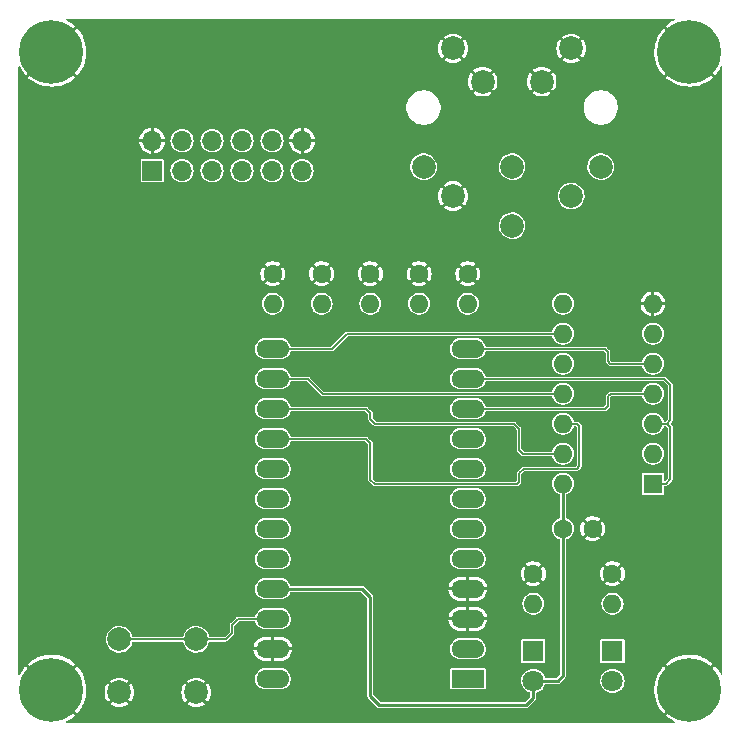
<source format=gtl>
%TF.GenerationSoftware,KiCad,Pcbnew,(6.0.2)*%
%TF.CreationDate,2022-04-04T11:25:54-04:00*%
%TF.ProjectId,xum1541,78756d31-3534-4312-9e6b-696361645f70,1.0*%
%TF.SameCoordinates,Original*%
%TF.FileFunction,Copper,L1,Top*%
%TF.FilePolarity,Positive*%
%FSLAX46Y46*%
G04 Gerber Fmt 4.6, Leading zero omitted, Abs format (unit mm)*
G04 Created by KiCad (PCBNEW (6.0.2)) date 2022-04-04 11:25:54*
%MOMM*%
%LPD*%
G01*
G04 APERTURE LIST*
%TA.AperFunction,ComponentPad*%
%ADD10C,1.600000*%
%TD*%
%TA.AperFunction,ComponentPad*%
%ADD11O,1.600000X1.600000*%
%TD*%
%TA.AperFunction,ComponentPad*%
%ADD12R,2.794000X1.524000*%
%TD*%
%TA.AperFunction,ComponentPad*%
%ADD13O,2.794000X1.524000*%
%TD*%
%TA.AperFunction,ComponentPad*%
%ADD14C,2.000000*%
%TD*%
%TA.AperFunction,ComponentPad*%
%ADD15C,3.100000*%
%TD*%
%TA.AperFunction,ConnectorPad*%
%ADD16C,5.400000*%
%TD*%
%TA.AperFunction,ComponentPad*%
%ADD17R,1.700000X1.700000*%
%TD*%
%TA.AperFunction,ComponentPad*%
%ADD18O,1.700000X1.700000*%
%TD*%
%TA.AperFunction,ComponentPad*%
%ADD19R,1.600000X1.600000*%
%TD*%
%TA.AperFunction,ComponentPad*%
%ADD20R,1.800000X1.800000*%
%TD*%
%TA.AperFunction,ComponentPad*%
%ADD21C,1.800000*%
%TD*%
%TA.AperFunction,Conductor*%
%ADD22C,0.254000*%
%TD*%
%TA.AperFunction,Conductor*%
%ADD23C,0.127000*%
%TD*%
G04 APERTURE END LIST*
D10*
X163800000Y-128200000D03*
D11*
X163800000Y-130740000D03*
D12*
X158255000Y-137090000D03*
D13*
X158255000Y-134550000D03*
X158255000Y-132010000D03*
X158255000Y-129470000D03*
X158255000Y-126930000D03*
X158255000Y-124390000D03*
X158255000Y-121850000D03*
X158255000Y-119310000D03*
X158255000Y-116770000D03*
X158255000Y-114230000D03*
X158255000Y-111690000D03*
X158255000Y-109150000D03*
X141745000Y-109150000D03*
X141745000Y-111690000D03*
X141745000Y-114230000D03*
X141745000Y-116770000D03*
X141745000Y-119310000D03*
X141745000Y-121850000D03*
X141745000Y-124390000D03*
X141745000Y-126930000D03*
X141745000Y-129470000D03*
X141745000Y-132010000D03*
X141745000Y-134550000D03*
X141745000Y-137090000D03*
D14*
X128750000Y-133750000D03*
X135250000Y-133750000D03*
X128750000Y-138250000D03*
X135250000Y-138250000D03*
D10*
X141745000Y-102800000D03*
D11*
X141745000Y-105340000D03*
D15*
X123000000Y-84000000D03*
D16*
X123000000Y-84000000D03*
D15*
X177000000Y-138000000D03*
D16*
X177000000Y-138000000D03*
D10*
X170500000Y-128200000D03*
D11*
X170500000Y-130740000D03*
D17*
X131516666Y-94075000D03*
D18*
X131516666Y-91535000D03*
X134056666Y-94075000D03*
X134056666Y-91535000D03*
X136596666Y-94075000D03*
X136596666Y-91535000D03*
X139136666Y-94075000D03*
X139136666Y-91535000D03*
X141676666Y-94075000D03*
X141676666Y-91535000D03*
X144216666Y-94075000D03*
X144216666Y-91535000D03*
D19*
X173930000Y-120580000D03*
D11*
X173930000Y-118040000D03*
X173930000Y-115500000D03*
X173930000Y-112960000D03*
X173930000Y-110420000D03*
X173930000Y-107880000D03*
X173930000Y-105340000D03*
X166310000Y-105340000D03*
X166310000Y-107880000D03*
X166310000Y-110420000D03*
X166310000Y-112960000D03*
X166310000Y-115500000D03*
X166310000Y-118040000D03*
X166310000Y-120580000D03*
D14*
X154500000Y-93725000D03*
X157000000Y-96225000D03*
X162000000Y-93725000D03*
X167000000Y-96225000D03*
X169500000Y-93725000D03*
X162000000Y-98725000D03*
X164500000Y-86525000D03*
X159500000Y-86525000D03*
X167000000Y-83725000D03*
X157000000Y-83725000D03*
D20*
X170500000Y-134725000D03*
D21*
X170500000Y-137265000D03*
D10*
X145872500Y-102800000D03*
D11*
X145872500Y-105340000D03*
D20*
X163800000Y-134725000D03*
D21*
X163800000Y-137265000D03*
D15*
X123000000Y-138000000D03*
D16*
X123000000Y-138000000D03*
X177000000Y-84000000D03*
D15*
X177000000Y-84000000D03*
D10*
X166310000Y-124390000D03*
X168810000Y-124390000D03*
X158255000Y-102800000D03*
D11*
X158255000Y-105340000D03*
D10*
X154127500Y-102800000D03*
D11*
X154127500Y-105340000D03*
D10*
X150000000Y-102800000D03*
D11*
X150000000Y-105340000D03*
D22*
X149282000Y-129470000D02*
X141745000Y-129470000D01*
X163195000Y-139319000D02*
X150749000Y-139319000D01*
X163800000Y-137265000D02*
X165855000Y-137265000D01*
X149999999Y-130187999D02*
X149282000Y-129470000D01*
X163800000Y-138714000D02*
X163195000Y-139319000D01*
X165855000Y-137265000D02*
X166310000Y-136810000D01*
X149999999Y-138569999D02*
X149999999Y-130187999D01*
X166310000Y-124390000D02*
X166310000Y-120580000D01*
X166310000Y-136810000D02*
X166310000Y-124390000D01*
X150749000Y-139319000D02*
X149999999Y-138569999D01*
X163800000Y-138714000D02*
X163800000Y-137265000D01*
D23*
X170119999Y-113180001D02*
X170340000Y-112960000D01*
X158255000Y-114230000D02*
X169870000Y-114230000D01*
X170119999Y-113980001D02*
X170119999Y-113180001D01*
X170340000Y-112960000D02*
X173930000Y-112960000D01*
X169870000Y-114230000D02*
X170119999Y-113980001D01*
X162580999Y-120419001D02*
X162580999Y-119700000D01*
X167500000Y-115500000D02*
X166310000Y-115500000D01*
X149645000Y-116770000D02*
X149999999Y-117124999D01*
X162580999Y-119700000D02*
X162971000Y-119309999D01*
X150354998Y-120579998D02*
X162420002Y-120579998D01*
X149999999Y-120224999D02*
X150354998Y-120579998D01*
X162420002Y-120579998D02*
X162580999Y-120419001D01*
X167490001Y-119309999D02*
X167700000Y-119100000D01*
X167700000Y-119100000D02*
X167700000Y-115700000D01*
X162971000Y-119309999D02*
X167490001Y-119309999D01*
X149999999Y-117124999D02*
X149999999Y-120224999D01*
X141745000Y-116770000D02*
X149645000Y-116770000D01*
X167700000Y-115700000D02*
X167500000Y-115500000D01*
X149999999Y-115100000D02*
X150399999Y-115500000D01*
X162580999Y-117700000D02*
X162920999Y-118040000D01*
X141745000Y-114230000D02*
X149629999Y-114230000D01*
X150399999Y-115499999D02*
X162180999Y-115499999D01*
X149999999Y-114600000D02*
X149999999Y-115100000D01*
X162920999Y-118040000D02*
X166310000Y-118040000D01*
X162580999Y-115900000D02*
X162580999Y-117700000D01*
X149629999Y-114230000D02*
X149999999Y-114600000D01*
X162180999Y-115500000D02*
X162580999Y-115900000D01*
X145960000Y-112960000D02*
X144690000Y-111690000D01*
X144690000Y-111690000D02*
X141745000Y-111690000D01*
X166310000Y-112960000D02*
X145960000Y-112960000D01*
X175100000Y-115500000D02*
X173930000Y-115500000D01*
X175400000Y-115200000D02*
X175100000Y-115500000D01*
X173930000Y-120580000D02*
X175020000Y-120580000D01*
X175400000Y-120200000D02*
X175400000Y-115800000D01*
X175400000Y-115800000D02*
X175100000Y-115500000D01*
X175400000Y-112200000D02*
X175400000Y-115200000D01*
X175020000Y-120580000D02*
X175400000Y-120200000D01*
X174890000Y-111690000D02*
X175400000Y-112200000D01*
X158255000Y-111690000D02*
X174890000Y-111690000D01*
X148020000Y-107880000D02*
X146750000Y-109150000D01*
X146750000Y-109150000D02*
X141745000Y-109150000D01*
X166310000Y-107880000D02*
X148020000Y-107880000D01*
X169850000Y-109150000D02*
X170119999Y-109419999D01*
X170119999Y-110219999D02*
X170320000Y-110420000D01*
X170320000Y-110420000D02*
X173930000Y-110420000D01*
X158255000Y-109150000D02*
X169850000Y-109150000D01*
X170119999Y-109419999D02*
X170119999Y-110219999D01*
X128750000Y-133750000D02*
X135250000Y-133750000D01*
X135250000Y-133750000D02*
X137748999Y-133750000D01*
X138788999Y-132010000D02*
X138298999Y-132500000D01*
X141745000Y-132010000D02*
X138788999Y-132010000D01*
X138298999Y-132500000D02*
X138298999Y-133200000D01*
X137748999Y-133750000D02*
X138298999Y-133200000D01*
%TA.AperFunction,Conductor*%
G36*
X175776462Y-81218306D02*
G01*
X175794768Y-81262500D01*
X175776462Y-81306694D01*
X175759175Y-81318912D01*
X175576107Y-81406231D01*
X175572964Y-81407959D01*
X175287439Y-81587069D01*
X175284494Y-81589162D01*
X175021439Y-81799908D01*
X175018779Y-81802304D01*
X175009184Y-81811999D01*
X175005554Y-81820896D01*
X175009172Y-81829567D01*
X176991210Y-83811605D01*
X177000000Y-83815246D01*
X177008790Y-83811605D01*
X178169908Y-82650487D01*
X178214102Y-82632181D01*
X178258296Y-82650486D01*
X178303905Y-82696094D01*
X178303906Y-82696095D01*
X178349514Y-82741704D01*
X178367819Y-82785899D01*
X178349513Y-82830092D01*
X177188395Y-83991210D01*
X177184754Y-84000000D01*
X177188395Y-84008790D01*
X179170164Y-85990559D01*
X179178954Y-85994200D01*
X179185541Y-85991471D01*
X179374387Y-85765614D01*
X179376532Y-85762726D01*
X179561583Y-85481012D01*
X179563385Y-85477890D01*
X179681664Y-85242719D01*
X179717875Y-85211462D01*
X179765582Y-85214965D01*
X179796839Y-85251176D01*
X179800000Y-85270801D01*
X179800000Y-136729185D01*
X179781694Y-136773379D01*
X179737500Y-136791685D01*
X179693306Y-136773379D01*
X179680011Y-136753706D01*
X179651124Y-136685981D01*
X179649520Y-136682751D01*
X179482530Y-136389987D01*
X179480557Y-136386948D01*
X179281023Y-136115316D01*
X179278724Y-136112537D01*
X179185239Y-136011934D01*
X179177201Y-136008254D01*
X179167564Y-136012041D01*
X177188395Y-137991210D01*
X177184754Y-138000000D01*
X177188395Y-138008790D01*
X178349513Y-139169908D01*
X178367819Y-139214102D01*
X178349514Y-139258296D01*
X178303906Y-139303905D01*
X178303905Y-139303906D01*
X178258296Y-139349514D01*
X178214101Y-139367819D01*
X178169908Y-139349513D01*
X177008790Y-138188395D01*
X177000000Y-138184754D01*
X176991210Y-138188395D01*
X175011642Y-140167963D01*
X175008333Y-140175951D01*
X175012615Y-140185637D01*
X175136501Y-140298365D01*
X175139305Y-140300635D01*
X175413021Y-140497319D01*
X175416056Y-140499245D01*
X175710573Y-140663172D01*
X175713818Y-140664741D01*
X175750071Y-140679757D01*
X175783896Y-140713582D01*
X175783897Y-140761417D01*
X175750072Y-140795242D01*
X175726154Y-140800000D01*
X124268756Y-140800000D01*
X124224562Y-140781694D01*
X124206256Y-140737500D01*
X124224562Y-140693306D01*
X124243634Y-140680271D01*
X124341722Y-140637213D01*
X124344909Y-140635589D01*
X124635922Y-140465535D01*
X124638942Y-140463528D01*
X124908469Y-140261161D01*
X124911220Y-140258836D01*
X124988408Y-140185588D01*
X124992083Y-140177335D01*
X124988334Y-140167939D01*
X123008790Y-138188395D01*
X123000000Y-138184754D01*
X122991210Y-138188395D01*
X121830092Y-139349513D01*
X121785898Y-139367819D01*
X121741704Y-139349514D01*
X121696095Y-139303906D01*
X121696094Y-139303905D01*
X121650486Y-139258296D01*
X121632181Y-139214101D01*
X121650487Y-139169908D01*
X122811605Y-138008790D01*
X122815246Y-138000000D01*
X123184754Y-138000000D01*
X123188395Y-138008790D01*
X125170164Y-139990559D01*
X125178954Y-139994200D01*
X125185541Y-139991471D01*
X125374387Y-139765614D01*
X125376532Y-139762726D01*
X125561583Y-139481012D01*
X125563385Y-139477890D01*
X125690898Y-139224359D01*
X127960395Y-139224359D01*
X127962499Y-139229438D01*
X128118368Y-139338577D01*
X128123079Y-139341298D01*
X128316996Y-139431723D01*
X128322105Y-139433583D01*
X128528777Y-139488960D01*
X128534131Y-139489904D01*
X128747280Y-139508552D01*
X128752720Y-139508552D01*
X128965869Y-139489904D01*
X128971223Y-139488960D01*
X129177895Y-139433583D01*
X129183004Y-139431723D01*
X129376921Y-139341298D01*
X129381632Y-139338577D01*
X129534570Y-139231490D01*
X129539113Y-139224359D01*
X134460395Y-139224359D01*
X134462499Y-139229438D01*
X134618368Y-139338577D01*
X134623079Y-139341298D01*
X134816996Y-139431723D01*
X134822105Y-139433583D01*
X135028777Y-139488960D01*
X135034131Y-139489904D01*
X135247280Y-139508552D01*
X135252720Y-139508552D01*
X135465869Y-139489904D01*
X135471223Y-139488960D01*
X135677895Y-139433583D01*
X135683004Y-139431723D01*
X135876921Y-139341298D01*
X135881632Y-139338577D01*
X136034570Y-139231490D01*
X136039682Y-139223465D01*
X136038492Y-139218097D01*
X135258790Y-138438395D01*
X135250000Y-138434754D01*
X135241210Y-138438395D01*
X134464036Y-139215569D01*
X134460395Y-139224359D01*
X129539113Y-139224359D01*
X129539682Y-139223465D01*
X129538492Y-139218097D01*
X128758790Y-138438395D01*
X128750000Y-138434754D01*
X128741210Y-138438395D01*
X127964036Y-139215569D01*
X127960395Y-139224359D01*
X125690898Y-139224359D01*
X125714831Y-139176773D01*
X125716262Y-139173467D01*
X125832095Y-138856937D01*
X125833134Y-138853497D01*
X125911818Y-138525757D01*
X125912459Y-138522194D01*
X125945068Y-138252720D01*
X127491448Y-138252720D01*
X127510096Y-138465869D01*
X127511040Y-138471223D01*
X127566417Y-138677895D01*
X127568277Y-138683004D01*
X127658702Y-138876921D01*
X127661423Y-138881632D01*
X127768510Y-139034570D01*
X127776535Y-139039682D01*
X127781903Y-139038492D01*
X128561605Y-138258790D01*
X128565246Y-138250000D01*
X128934754Y-138250000D01*
X128938395Y-138258790D01*
X129715569Y-139035964D01*
X129724359Y-139039605D01*
X129729438Y-139037501D01*
X129838577Y-138881632D01*
X129841298Y-138876921D01*
X129931723Y-138683004D01*
X129933583Y-138677895D01*
X129988960Y-138471223D01*
X129989904Y-138465869D01*
X130008552Y-138252720D01*
X133991448Y-138252720D01*
X134010096Y-138465869D01*
X134011040Y-138471223D01*
X134066417Y-138677895D01*
X134068277Y-138683004D01*
X134158702Y-138876921D01*
X134161423Y-138881632D01*
X134268510Y-139034570D01*
X134276535Y-139039682D01*
X134281903Y-139038492D01*
X135061605Y-138258790D01*
X135065246Y-138250000D01*
X135434754Y-138250000D01*
X135438395Y-138258790D01*
X136215569Y-139035964D01*
X136224359Y-139039605D01*
X136229438Y-139037501D01*
X136338577Y-138881632D01*
X136341298Y-138876921D01*
X136431723Y-138683004D01*
X136433583Y-138677895D01*
X136488960Y-138471223D01*
X136489904Y-138465869D01*
X136508552Y-138252720D01*
X136508552Y-138247280D01*
X136489904Y-138034131D01*
X136488960Y-138028777D01*
X136433583Y-137822105D01*
X136431723Y-137816996D01*
X136341298Y-137623079D01*
X136338577Y-137618368D01*
X136231490Y-137465430D01*
X136223465Y-137460318D01*
X136218097Y-137461508D01*
X135438395Y-138241210D01*
X135434754Y-138250000D01*
X135065246Y-138250000D01*
X135061605Y-138241210D01*
X134284431Y-137464036D01*
X134275641Y-137460395D01*
X134270562Y-137462499D01*
X134161423Y-137618368D01*
X134158702Y-137623079D01*
X134068277Y-137816996D01*
X134066417Y-137822105D01*
X134011040Y-138028777D01*
X134010096Y-138034131D01*
X133991448Y-138247280D01*
X133991448Y-138252720D01*
X130008552Y-138252720D01*
X130008552Y-138247280D01*
X129989904Y-138034131D01*
X129988960Y-138028777D01*
X129933583Y-137822105D01*
X129931723Y-137816996D01*
X129841298Y-137623079D01*
X129838577Y-137618368D01*
X129731490Y-137465430D01*
X129723465Y-137460318D01*
X129718097Y-137461508D01*
X128938395Y-138241210D01*
X128934754Y-138250000D01*
X128565246Y-138250000D01*
X128561605Y-138241210D01*
X127784431Y-137464036D01*
X127775641Y-137460395D01*
X127770562Y-137462499D01*
X127661423Y-137618368D01*
X127658702Y-137623079D01*
X127568277Y-137816996D01*
X127566417Y-137822105D01*
X127511040Y-138028777D01*
X127510096Y-138034131D01*
X127491448Y-138247280D01*
X127491448Y-138252720D01*
X125945068Y-138252720D01*
X125952998Y-138187191D01*
X125953211Y-138184398D01*
X125958962Y-138001404D01*
X125958925Y-137998596D01*
X125939500Y-137661705D01*
X125939085Y-137658119D01*
X125881137Y-137326091D01*
X125880312Y-137322573D01*
X125866675Y-137276535D01*
X127960318Y-137276535D01*
X127961508Y-137281903D01*
X128741210Y-138061605D01*
X128750000Y-138065246D01*
X128758790Y-138061605D01*
X129535964Y-137284431D01*
X129539235Y-137276535D01*
X134460318Y-137276535D01*
X134461508Y-137281903D01*
X135241210Y-138061605D01*
X135250000Y-138065246D01*
X135258790Y-138061605D01*
X136035964Y-137284431D01*
X136039605Y-137275641D01*
X136037501Y-137270562D01*
X135913147Y-137183490D01*
X140220500Y-137183490D01*
X140259375Y-137366385D01*
X140335427Y-137537200D01*
X140445331Y-137688470D01*
X140584285Y-137813585D01*
X140587116Y-137815219D01*
X140587118Y-137815221D01*
X140672573Y-137864558D01*
X140746215Y-137907075D01*
X140924044Y-137964855D01*
X140973537Y-137970057D01*
X141061749Y-137979329D01*
X141061757Y-137979329D01*
X141063380Y-137979500D01*
X142426620Y-137979500D01*
X142428243Y-137979329D01*
X142428251Y-137979329D01*
X142516463Y-137970057D01*
X142565956Y-137964855D01*
X142743785Y-137907075D01*
X142817427Y-137864558D01*
X142902882Y-137815221D01*
X142902884Y-137815219D01*
X142905715Y-137813585D01*
X143044669Y-137688470D01*
X143154573Y-137537200D01*
X143230625Y-137366385D01*
X143269500Y-137183490D01*
X143269500Y-136996510D01*
X143267770Y-136988367D01*
X143231306Y-136816819D01*
X143230625Y-136813615D01*
X143154573Y-136642800D01*
X143044669Y-136491530D01*
X142905715Y-136366415D01*
X142902884Y-136364781D01*
X142902882Y-136364779D01*
X142746619Y-136274561D01*
X142746617Y-136274560D01*
X142743785Y-136272925D01*
X142565956Y-136215145D01*
X142516463Y-136209943D01*
X142428251Y-136200671D01*
X142428243Y-136200671D01*
X142426620Y-136200500D01*
X141063380Y-136200500D01*
X141061757Y-136200671D01*
X141061749Y-136200671D01*
X140973537Y-136209943D01*
X140924044Y-136215145D01*
X140746215Y-136272925D01*
X140743383Y-136274560D01*
X140743381Y-136274561D01*
X140587118Y-136364779D01*
X140587116Y-136364781D01*
X140584285Y-136366415D01*
X140445331Y-136491530D01*
X140335427Y-136642800D01*
X140259375Y-136813615D01*
X140258694Y-136816819D01*
X140222231Y-136988367D01*
X140220500Y-136996510D01*
X140220500Y-137183490D01*
X135913147Y-137183490D01*
X135881632Y-137161423D01*
X135876921Y-137158702D01*
X135683004Y-137068277D01*
X135677895Y-137066417D01*
X135471223Y-137011040D01*
X135465869Y-137010096D01*
X135252720Y-136991448D01*
X135247280Y-136991448D01*
X135034131Y-137010096D01*
X135028777Y-137011040D01*
X134822105Y-137066417D01*
X134816996Y-137068277D01*
X134623079Y-137158702D01*
X134618368Y-137161423D01*
X134465430Y-137268510D01*
X134460318Y-137276535D01*
X129539235Y-137276535D01*
X129539605Y-137275641D01*
X129537501Y-137270562D01*
X129381632Y-137161423D01*
X129376921Y-137158702D01*
X129183004Y-137068277D01*
X129177895Y-137066417D01*
X128971223Y-137011040D01*
X128965869Y-137010096D01*
X128752720Y-136991448D01*
X128747280Y-136991448D01*
X128534131Y-137010096D01*
X128528777Y-137011040D01*
X128322105Y-137066417D01*
X128316996Y-137068277D01*
X128123079Y-137158702D01*
X128118368Y-137161423D01*
X127965430Y-137268510D01*
X127960318Y-137276535D01*
X125866675Y-137276535D01*
X125784583Y-136999398D01*
X125783367Y-136996019D01*
X125651124Y-136685981D01*
X125649520Y-136682751D01*
X125482530Y-136389987D01*
X125480557Y-136386948D01*
X125281023Y-136115316D01*
X125278724Y-136112537D01*
X125185239Y-136011934D01*
X125177201Y-136008254D01*
X125167564Y-136012041D01*
X123188395Y-137991210D01*
X123184754Y-138000000D01*
X122815246Y-138000000D01*
X122811605Y-137991210D01*
X120830565Y-136010170D01*
X120821864Y-136006566D01*
X120812970Y-136010278D01*
X120781685Y-136041892D01*
X120779304Y-136044593D01*
X120571323Y-136309842D01*
X120569277Y-136312785D01*
X120393162Y-136600179D01*
X120391457Y-136603358D01*
X120319190Y-136759044D01*
X120283979Y-136791422D01*
X120236185Y-136789419D01*
X120203807Y-136754208D01*
X120200000Y-136732729D01*
X120200000Y-135820896D01*
X121005554Y-135820896D01*
X121009172Y-135829567D01*
X122991210Y-137811605D01*
X123000000Y-137815246D01*
X123008790Y-137811605D01*
X124989663Y-135830732D01*
X124993304Y-135821942D01*
X124990485Y-135815136D01*
X124790388Y-135644238D01*
X124787516Y-135642058D01*
X124507749Y-135454062D01*
X124504659Y-135452234D01*
X124205136Y-135297640D01*
X124201848Y-135296176D01*
X123886549Y-135177034D01*
X123883117Y-135175959D01*
X123556203Y-135093843D01*
X123552680Y-135093171D01*
X123218500Y-135049175D01*
X123214909Y-135048912D01*
X122877889Y-135043618D01*
X122874302Y-135043768D01*
X122538902Y-135077245D01*
X122535346Y-135077808D01*
X122206030Y-135149611D01*
X122202558Y-135150581D01*
X121883672Y-135259759D01*
X121880345Y-135261116D01*
X121576107Y-135406231D01*
X121572964Y-135407959D01*
X121287439Y-135587069D01*
X121284494Y-135589162D01*
X121021439Y-135799908D01*
X121018779Y-135802304D01*
X121009184Y-135811999D01*
X121005554Y-135820896D01*
X120200000Y-135820896D01*
X120200000Y-133720359D01*
X127618058Y-133720359D01*
X127623896Y-133809431D01*
X127628300Y-133876612D01*
X127631611Y-133927135D01*
X127632317Y-133929915D01*
X127648514Y-133993689D01*
X127682619Y-134127980D01*
X127769373Y-134316165D01*
X127888970Y-134485390D01*
X128037402Y-134629986D01*
X128209699Y-134745111D01*
X128400091Y-134826910D01*
X128402877Y-134827540D01*
X128402882Y-134827542D01*
X128599411Y-134872012D01*
X128599414Y-134872012D01*
X128602201Y-134872643D01*
X128693531Y-134876231D01*
X128806402Y-134880666D01*
X128806406Y-134880666D01*
X128809262Y-134880778D01*
X129014337Y-134851044D01*
X129210560Y-134784435D01*
X129391359Y-134683183D01*
X129550678Y-134550678D01*
X129683183Y-134391359D01*
X129784435Y-134210560D01*
X129851044Y-134014337D01*
X129851455Y-134011505D01*
X129851456Y-134011499D01*
X129853915Y-133994534D01*
X129878371Y-133953423D01*
X129915768Y-133941000D01*
X134086521Y-133941000D01*
X134130715Y-133959306D01*
X134147097Y-133988114D01*
X134182619Y-134127980D01*
X134269373Y-134316165D01*
X134388970Y-134485390D01*
X134537402Y-134629986D01*
X134709699Y-134745111D01*
X134900091Y-134826910D01*
X134902877Y-134827540D01*
X134902882Y-134827542D01*
X135099411Y-134872012D01*
X135099414Y-134872012D01*
X135102201Y-134872643D01*
X135193531Y-134876231D01*
X135306402Y-134880666D01*
X135306406Y-134880666D01*
X135309262Y-134880778D01*
X135514337Y-134851044D01*
X135710560Y-134784435D01*
X135884200Y-134687192D01*
X140102243Y-134687192D01*
X140106891Y-134738263D01*
X140108029Y-134744230D01*
X140162559Y-134929506D01*
X140164840Y-134935152D01*
X140254320Y-135106311D01*
X140257646Y-135111394D01*
X140378668Y-135261915D01*
X140382926Y-135266263D01*
X140530870Y-135390403D01*
X140535900Y-135393847D01*
X140705138Y-135486887D01*
X140710735Y-135489285D01*
X140894827Y-135547683D01*
X140900772Y-135548947D01*
X141051078Y-135565806D01*
X141054556Y-135566000D01*
X141605569Y-135566000D01*
X141614359Y-135562359D01*
X141618000Y-135553569D01*
X141872000Y-135553569D01*
X141875641Y-135562359D01*
X141884431Y-135566000D01*
X142428603Y-135566000D01*
X142431663Y-135565850D01*
X142575254Y-135551771D01*
X142581228Y-135550588D01*
X142766109Y-135494769D01*
X142771743Y-135492447D01*
X142942268Y-135401778D01*
X142947333Y-135398412D01*
X143097003Y-135276344D01*
X143101321Y-135272055D01*
X143224428Y-135123246D01*
X143227834Y-135118197D01*
X143319688Y-134948315D01*
X143322050Y-134942697D01*
X143379162Y-134758199D01*
X143380383Y-134752250D01*
X143386993Y-134689362D01*
X143384291Y-134680240D01*
X143378323Y-134677000D01*
X141884431Y-134677000D01*
X141875641Y-134680641D01*
X141872000Y-134689431D01*
X141872000Y-135553569D01*
X141618000Y-135553569D01*
X141618000Y-134689431D01*
X141614359Y-134680641D01*
X141605569Y-134677000D01*
X140113746Y-134677000D01*
X140104956Y-134680641D01*
X140102243Y-134687192D01*
X135884200Y-134687192D01*
X135891359Y-134683183D01*
X136050678Y-134550678D01*
X136167149Y-134410638D01*
X140103007Y-134410638D01*
X140105709Y-134419760D01*
X140111677Y-134423000D01*
X141605569Y-134423000D01*
X141614359Y-134419359D01*
X141618000Y-134410569D01*
X141872000Y-134410569D01*
X141875641Y-134419359D01*
X141884431Y-134423000D01*
X143376254Y-134423000D01*
X143385044Y-134419359D01*
X143387757Y-134412808D01*
X143383109Y-134361737D01*
X143381971Y-134355770D01*
X143327441Y-134170494D01*
X143325160Y-134164848D01*
X143235680Y-133993689D01*
X143232354Y-133988606D01*
X143111332Y-133838085D01*
X143107074Y-133833737D01*
X142959130Y-133709597D01*
X142954100Y-133706153D01*
X142784862Y-133613113D01*
X142779265Y-133610715D01*
X142595173Y-133552317D01*
X142589228Y-133551053D01*
X142438922Y-133534194D01*
X142435444Y-133534000D01*
X141884431Y-133534000D01*
X141875641Y-133537641D01*
X141872000Y-133546431D01*
X141872000Y-134410569D01*
X141618000Y-134410569D01*
X141618000Y-133546431D01*
X141614359Y-133537641D01*
X141605569Y-133534000D01*
X141061397Y-133534000D01*
X141058337Y-133534150D01*
X140914746Y-133548229D01*
X140908772Y-133549412D01*
X140723891Y-133605231D01*
X140718257Y-133607553D01*
X140547732Y-133698222D01*
X140542667Y-133701588D01*
X140392997Y-133823656D01*
X140388679Y-133827945D01*
X140265572Y-133976754D01*
X140262166Y-133981803D01*
X140170312Y-134151685D01*
X140167950Y-134157303D01*
X140110838Y-134341801D01*
X140109617Y-134347750D01*
X140103007Y-134410638D01*
X136167149Y-134410638D01*
X136183183Y-134391359D01*
X136284435Y-134210560D01*
X136351044Y-134014337D01*
X136351455Y-134011505D01*
X136351456Y-134011499D01*
X136353915Y-133994534D01*
X136378371Y-133953423D01*
X136415768Y-133941000D01*
X137705767Y-133941000D01*
X137713106Y-133942250D01*
X137713189Y-133941523D01*
X137720180Y-133942320D01*
X137726821Y-133944652D01*
X137733814Y-133943874D01*
X137733815Y-133943874D01*
X137756196Y-133941383D01*
X137763109Y-133941000D01*
X137770532Y-133941000D01*
X137777464Y-133939419D01*
X137784417Y-133938243D01*
X137813428Y-133935014D01*
X137819392Y-133931281D01*
X137823340Y-133929906D01*
X137827099Y-133928097D01*
X137833958Y-133926532D01*
X137856773Y-133908351D01*
X137862558Y-133904256D01*
X137865714Y-133902280D01*
X137865716Y-133902279D01*
X137868710Y-133900404D01*
X137873923Y-133895191D01*
X137879167Y-133890506D01*
X137896603Y-133876612D01*
X137896603Y-133876611D01*
X137902108Y-133872225D01*
X137905166Y-133865886D01*
X137909557Y-133860385D01*
X137910091Y-133860811D01*
X137914467Y-133854647D01*
X138403486Y-133365628D01*
X138409560Y-133361323D01*
X138409104Y-133360750D01*
X138414612Y-133356369D01*
X138420957Y-133353322D01*
X138439417Y-133330239D01*
X138444034Y-133325080D01*
X138449282Y-133319832D01*
X138451150Y-133316860D01*
X138453054Y-133313831D01*
X138457158Y-133308056D01*
X138470987Y-133290764D01*
X138470989Y-133290760D01*
X138475382Y-133285267D01*
X138476959Y-133278410D01*
X138478777Y-133274648D01*
X138480156Y-133270710D01*
X138483901Y-133264752D01*
X138484691Y-133257761D01*
X138484693Y-133257756D01*
X138487179Y-133235763D01*
X138488372Y-133228778D01*
X138489207Y-133225146D01*
X138489999Y-133221703D01*
X138489999Y-133214323D01*
X138490395Y-133207303D01*
X138490526Y-133206141D01*
X138493689Y-133178162D01*
X138491369Y-133171518D01*
X138490584Y-133164522D01*
X138491263Y-133164446D01*
X138489999Y-133156997D01*
X138489999Y-132605003D01*
X138508305Y-132560809D01*
X138849808Y-132219306D01*
X138894002Y-132201000D01*
X140190615Y-132201000D01*
X140234809Y-132219306D01*
X140251749Y-132250505D01*
X140259375Y-132286385D01*
X140335427Y-132457200D01*
X140445331Y-132608470D01*
X140584285Y-132733585D01*
X140587116Y-132735219D01*
X140587118Y-132735221D01*
X140599925Y-132742615D01*
X140746215Y-132827075D01*
X140924044Y-132884855D01*
X140973537Y-132890057D01*
X141061749Y-132899329D01*
X141061757Y-132899329D01*
X141063380Y-132899500D01*
X142426620Y-132899500D01*
X142428243Y-132899329D01*
X142428251Y-132899329D01*
X142516463Y-132890057D01*
X142565956Y-132884855D01*
X142743785Y-132827075D01*
X142890075Y-132742615D01*
X142902882Y-132735221D01*
X142902884Y-132735219D01*
X142905715Y-132733585D01*
X143044669Y-132608470D01*
X143154573Y-132457200D01*
X143230625Y-132286385D01*
X143246383Y-132212250D01*
X143268820Y-132106691D01*
X143268820Y-132106687D01*
X143269500Y-132103490D01*
X143269500Y-131916510D01*
X143265819Y-131899189D01*
X143231306Y-131736819D01*
X143230625Y-131733615D01*
X143154573Y-131562800D01*
X143044669Y-131411530D01*
X142905715Y-131286415D01*
X142902884Y-131284781D01*
X142902882Y-131284779D01*
X142746619Y-131194561D01*
X142746617Y-131194560D01*
X142743785Y-131192925D01*
X142565956Y-131135145D01*
X142516463Y-131129943D01*
X142428251Y-131120671D01*
X142428243Y-131120671D01*
X142426620Y-131120500D01*
X141063380Y-131120500D01*
X141061757Y-131120671D01*
X141061749Y-131120671D01*
X140973537Y-131129943D01*
X140924044Y-131135145D01*
X140746215Y-131192925D01*
X140743383Y-131194560D01*
X140743381Y-131194561D01*
X140587118Y-131284779D01*
X140587116Y-131284781D01*
X140584285Y-131286415D01*
X140445331Y-131411530D01*
X140335427Y-131562800D01*
X140259375Y-131733615D01*
X140258694Y-131736819D01*
X140251749Y-131769494D01*
X140224655Y-131808917D01*
X140190615Y-131819000D01*
X138832233Y-131819000D01*
X138824892Y-131817747D01*
X138824809Y-131818476D01*
X138817818Y-131817679D01*
X138811177Y-131815347D01*
X138804185Y-131816125D01*
X138804183Y-131816125D01*
X138781794Y-131818617D01*
X138774881Y-131819000D01*
X138767466Y-131819000D01*
X138760537Y-131820580D01*
X138753594Y-131821755D01*
X138724571Y-131824985D01*
X138718605Y-131828720D01*
X138714666Y-131830092D01*
X138710903Y-131831903D01*
X138704040Y-131833468D01*
X138698536Y-131837854D01*
X138681226Y-131851648D01*
X138675440Y-131855744D01*
X138672284Y-131857720D01*
X138669288Y-131859596D01*
X138664075Y-131864809D01*
X138658831Y-131869494D01*
X138635890Y-131887775D01*
X138632832Y-131894114D01*
X138628441Y-131899615D01*
X138627907Y-131899189D01*
X138623531Y-131905353D01*
X138194512Y-132334372D01*
X138188438Y-132338677D01*
X138188894Y-132339250D01*
X138183386Y-132343631D01*
X138177041Y-132346678D01*
X138172645Y-132352175D01*
X138158581Y-132369761D01*
X138153964Y-132374920D01*
X138148715Y-132380169D01*
X138146846Y-132383143D01*
X138144942Y-132386172D01*
X138140837Y-132391948D01*
X138122616Y-132414733D01*
X138121039Y-132421593D01*
X138119221Y-132425353D01*
X138117843Y-132429289D01*
X138114097Y-132435248D01*
X138113306Y-132442242D01*
X138113306Y-132442243D01*
X138110820Y-132464236D01*
X138109628Y-132471213D01*
X138107999Y-132478297D01*
X138107999Y-132485671D01*
X138107603Y-132492692D01*
X138104308Y-132521838D01*
X138106629Y-132528483D01*
X138107413Y-132535477D01*
X138106735Y-132535553D01*
X138107999Y-132543005D01*
X138107999Y-133094998D01*
X138089693Y-133139192D01*
X137688190Y-133540694D01*
X137643996Y-133559000D01*
X136415009Y-133559000D01*
X136370815Y-133540694D01*
X136354856Y-133513465D01*
X136307899Y-133346966D01*
X136307897Y-133346962D01*
X136307121Y-133344209D01*
X136241334Y-133210806D01*
X136216738Y-133160930D01*
X136216737Y-133160929D01*
X136215470Y-133158359D01*
X136213752Y-133156058D01*
X136093202Y-132994622D01*
X136093201Y-132994620D01*
X136091485Y-132992323D01*
X135939319Y-132851662D01*
X135764067Y-132741087D01*
X135571599Y-132664300D01*
X135568793Y-132663742D01*
X135568790Y-132663741D01*
X135371167Y-132624431D01*
X135371165Y-132624431D01*
X135368361Y-132623873D01*
X135270846Y-132622597D01*
X135164020Y-132621198D01*
X135164015Y-132621198D01*
X135161158Y-132621161D01*
X135158337Y-132621646D01*
X135158333Y-132621646D01*
X135038768Y-132642191D01*
X134956931Y-132656253D01*
X134954243Y-132657245D01*
X134954238Y-132657246D01*
X134765207Y-132726984D01*
X134765204Y-132726985D01*
X134762519Y-132727976D01*
X134760059Y-132729439D01*
X134760058Y-132729440D01*
X134742263Y-132740027D01*
X134584433Y-132833926D01*
X134509855Y-132899329D01*
X134446638Y-132954769D01*
X134428637Y-132970555D01*
X134426861Y-132972808D01*
X134426860Y-132972809D01*
X134394728Y-133013569D01*
X134300348Y-133133289D01*
X134203863Y-133316676D01*
X134203016Y-133319403D01*
X134203015Y-133319406D01*
X134190000Y-133361323D01*
X134142414Y-133514575D01*
X134140663Y-133514031D01*
X134116619Y-133548948D01*
X134082627Y-133559000D01*
X129915009Y-133559000D01*
X129870815Y-133540694D01*
X129854856Y-133513465D01*
X129807899Y-133346966D01*
X129807897Y-133346962D01*
X129807121Y-133344209D01*
X129741334Y-133210806D01*
X129716738Y-133160930D01*
X129716737Y-133160929D01*
X129715470Y-133158359D01*
X129713752Y-133156058D01*
X129593202Y-132994622D01*
X129593201Y-132994620D01*
X129591485Y-132992323D01*
X129439319Y-132851662D01*
X129264067Y-132741087D01*
X129071599Y-132664300D01*
X129068793Y-132663742D01*
X129068790Y-132663741D01*
X128871167Y-132624431D01*
X128871165Y-132624431D01*
X128868361Y-132623873D01*
X128770846Y-132622597D01*
X128664020Y-132621198D01*
X128664015Y-132621198D01*
X128661158Y-132621161D01*
X128658337Y-132621646D01*
X128658333Y-132621646D01*
X128538768Y-132642191D01*
X128456931Y-132656253D01*
X128454243Y-132657245D01*
X128454238Y-132657246D01*
X128265207Y-132726984D01*
X128265204Y-132726985D01*
X128262519Y-132727976D01*
X128260059Y-132729439D01*
X128260058Y-132729440D01*
X128242263Y-132740027D01*
X128084433Y-132833926D01*
X128009855Y-132899329D01*
X127946638Y-132954769D01*
X127928637Y-132970555D01*
X127926861Y-132972808D01*
X127926860Y-132972809D01*
X127894728Y-133013569D01*
X127800348Y-133133289D01*
X127703863Y-133316676D01*
X127703016Y-133319403D01*
X127703015Y-133319406D01*
X127690000Y-133361323D01*
X127642414Y-133514575D01*
X127642078Y-133517415D01*
X127620764Y-133697500D01*
X127618058Y-133720359D01*
X120200000Y-133720359D01*
X120200000Y-129563490D01*
X140220500Y-129563490D01*
X140221180Y-129566687D01*
X140221180Y-129566691D01*
X140243617Y-129672250D01*
X140259375Y-129746385D01*
X140335427Y-129917200D01*
X140445331Y-130068470D01*
X140584285Y-130193585D01*
X140587116Y-130195219D01*
X140587118Y-130195221D01*
X140743381Y-130285439D01*
X140746215Y-130287075D01*
X140924044Y-130344855D01*
X140973537Y-130350057D01*
X141061749Y-130359329D01*
X141061757Y-130359329D01*
X141063380Y-130359500D01*
X142426620Y-130359500D01*
X142428243Y-130359329D01*
X142428251Y-130359329D01*
X142516463Y-130350057D01*
X142565956Y-130344855D01*
X142743785Y-130287075D01*
X142746619Y-130285439D01*
X142902882Y-130195221D01*
X142902884Y-130195219D01*
X142905715Y-130193585D01*
X143044669Y-130068470D01*
X143154573Y-129917200D01*
X143223860Y-129761579D01*
X143258559Y-129728651D01*
X143280957Y-129724500D01*
X149150694Y-129724500D01*
X149194888Y-129742806D01*
X149727193Y-130275111D01*
X149745499Y-130319305D01*
X149745499Y-138538777D01*
X149744298Y-138550970D01*
X149740513Y-138569999D01*
X149760265Y-138669300D01*
X149802315Y-138732233D01*
X149802318Y-138732236D01*
X149816515Y-138753483D01*
X149821632Y-138756902D01*
X149821633Y-138756903D01*
X149832646Y-138764262D01*
X149842116Y-138772034D01*
X150546963Y-139476880D01*
X150554735Y-139486350D01*
X150565516Y-139502484D01*
X150570633Y-139505903D01*
X150586766Y-139516683D01*
X150644580Y-139555314D01*
X150644582Y-139555315D01*
X150649699Y-139558734D01*
X150680718Y-139564904D01*
X150723926Y-139573499D01*
X150723931Y-139573500D01*
X150723934Y-139573500D01*
X150723942Y-139573501D01*
X150749000Y-139578485D01*
X150755038Y-139577284D01*
X150768025Y-139574701D01*
X150780217Y-139573500D01*
X163163778Y-139573500D01*
X163175971Y-139574701D01*
X163195000Y-139578486D01*
X163294301Y-139558734D01*
X163357234Y-139516684D01*
X163357236Y-139516682D01*
X163357239Y-139516680D01*
X163373367Y-139505903D01*
X163378484Y-139502484D01*
X163389265Y-139486350D01*
X163397035Y-139476883D01*
X163957883Y-138916035D01*
X163967353Y-138908263D01*
X163978366Y-138900904D01*
X163978367Y-138900903D01*
X163983484Y-138897484D01*
X163997681Y-138876237D01*
X163997684Y-138876234D01*
X164039734Y-138813301D01*
X164051632Y-138753483D01*
X164054500Y-138739067D01*
X164054500Y-138739063D01*
X164059485Y-138714000D01*
X164055701Y-138694975D01*
X164054500Y-138682783D01*
X164054500Y-138308226D01*
X164072806Y-138264032D01*
X164100192Y-138248029D01*
X164139367Y-138237091D01*
X164170424Y-138228420D01*
X164170427Y-138228419D01*
X164173367Y-138227598D01*
X164176090Y-138226223D01*
X164176094Y-138226221D01*
X164350506Y-138138119D01*
X164353226Y-138136745D01*
X164355624Y-138134872D01*
X164355628Y-138134869D01*
X164438608Y-138070038D01*
X164512013Y-138012687D01*
X164521753Y-138001404D01*
X164575786Y-137938805D01*
X164643679Y-137860150D01*
X164743210Y-137684944D01*
X164784018Y-137562272D01*
X164815338Y-137526115D01*
X164843323Y-137519500D01*
X165823778Y-137519500D01*
X165835971Y-137520701D01*
X165855000Y-137524486D01*
X165954301Y-137504734D01*
X166017234Y-137462684D01*
X166017236Y-137462682D01*
X166017239Y-137462680D01*
X166033367Y-137451903D01*
X166038484Y-137448484D01*
X166049263Y-137432353D01*
X166057035Y-137422883D01*
X166229334Y-137250584D01*
X169467629Y-137250584D01*
X169473674Y-137322573D01*
X169482463Y-137427237D01*
X169484490Y-137451381D01*
X169540032Y-137645078D01*
X169632139Y-137824299D01*
X169757302Y-137982215D01*
X169759626Y-137984193D01*
X169759628Y-137984195D01*
X169850584Y-138061605D01*
X169910754Y-138112814D01*
X170086651Y-138211119D01*
X170089555Y-138212063D01*
X170089556Y-138212063D01*
X170275379Y-138272441D01*
X170275384Y-138272442D01*
X170278292Y-138273387D01*
X170478378Y-138297246D01*
X170481420Y-138297012D01*
X170481423Y-138297012D01*
X170676236Y-138282021D01*
X170676238Y-138282021D01*
X170679287Y-138281786D01*
X170873367Y-138227598D01*
X170876090Y-138226223D01*
X170876094Y-138226221D01*
X171050506Y-138138119D01*
X171053226Y-138136745D01*
X171055624Y-138134872D01*
X171055628Y-138134869D01*
X171138608Y-138070038D01*
X171212013Y-138012687D01*
X171221753Y-138001404D01*
X171275786Y-137938805D01*
X171301648Y-137908844D01*
X174042501Y-137908844D01*
X174051325Y-138245808D01*
X174051626Y-138249388D01*
X174099116Y-138583070D01*
X174099832Y-138586624D01*
X174185362Y-138912643D01*
X174186470Y-138916056D01*
X174308912Y-139230103D01*
X174310407Y-139233367D01*
X174468129Y-139531253D01*
X174469992Y-139534329D01*
X174660905Y-139812109D01*
X174663111Y-139814953D01*
X174814435Y-139988420D01*
X174821832Y-139992092D01*
X174832183Y-139988212D01*
X176811605Y-138008790D01*
X176815246Y-138000000D01*
X176811605Y-137991210D01*
X174830565Y-136010170D01*
X174821864Y-136006566D01*
X174812970Y-136010278D01*
X174781685Y-136041892D01*
X174779304Y-136044593D01*
X174571323Y-136309842D01*
X174569277Y-136312785D01*
X174393162Y-136600179D01*
X174391457Y-136603358D01*
X174249543Y-136909086D01*
X174248221Y-136912425D01*
X174142387Y-137232438D01*
X174141453Y-137235924D01*
X174073102Y-137565978D01*
X174072578Y-137569522D01*
X174042613Y-137905272D01*
X174042501Y-137908844D01*
X171301648Y-137908844D01*
X171343679Y-137860150D01*
X171443210Y-137684944D01*
X171506814Y-137493743D01*
X171510887Y-137461508D01*
X171531849Y-137295570D01*
X171531849Y-137295569D01*
X171532069Y-137293828D01*
X171532201Y-137284431D01*
X171532448Y-137266739D01*
X171532448Y-137266733D01*
X171532472Y-137265000D01*
X171532303Y-137263280D01*
X171532303Y-137263271D01*
X171513107Y-137067498D01*
X171512809Y-137064458D01*
X171454568Y-136871556D01*
X171405240Y-136778783D01*
X171361403Y-136696337D01*
X171361401Y-136696334D01*
X171359968Y-136693639D01*
X171232612Y-136537485D01*
X171077351Y-136409042D01*
X171074667Y-136407591D01*
X171074663Y-136407588D01*
X170949293Y-136339801D01*
X170900099Y-136313202D01*
X170803853Y-136283409D01*
X170710522Y-136254518D01*
X170710519Y-136254517D01*
X170707607Y-136253616D01*
X170704574Y-136253297D01*
X170704573Y-136253297D01*
X170654780Y-136248064D01*
X170507208Y-136232553D01*
X170504175Y-136232829D01*
X170504171Y-136232829D01*
X170416987Y-136240764D01*
X170306534Y-136250816D01*
X170113229Y-136307709D01*
X170098437Y-136315442D01*
X169937360Y-136399650D01*
X169937357Y-136399652D01*
X169934656Y-136401064D01*
X169777617Y-136527327D01*
X169648093Y-136681687D01*
X169551018Y-136858266D01*
X169490090Y-137050337D01*
X169489750Y-137053369D01*
X169474796Y-137186691D01*
X169467629Y-137250584D01*
X166229334Y-137250584D01*
X166467883Y-137012035D01*
X166477353Y-137004263D01*
X166488366Y-136996904D01*
X166488367Y-136996903D01*
X166493484Y-136993484D01*
X166507681Y-136972237D01*
X166507684Y-136972234D01*
X166549734Y-136909301D01*
X166554155Y-136887075D01*
X166564500Y-136835067D01*
X166564500Y-136835063D01*
X166569485Y-136810000D01*
X166565701Y-136790975D01*
X166564500Y-136778783D01*
X166564500Y-135820896D01*
X175005554Y-135820896D01*
X175009172Y-135829567D01*
X176991210Y-137811605D01*
X177000000Y-137815246D01*
X177008790Y-137811605D01*
X178989663Y-135830732D01*
X178993304Y-135821942D01*
X178990485Y-135815136D01*
X178790388Y-135644238D01*
X178787516Y-135642058D01*
X178507749Y-135454062D01*
X178504659Y-135452234D01*
X178205136Y-135297640D01*
X178201848Y-135296176D01*
X177886549Y-135177034D01*
X177883117Y-135175959D01*
X177556203Y-135093843D01*
X177552680Y-135093171D01*
X177218500Y-135049175D01*
X177214909Y-135048912D01*
X176877889Y-135043618D01*
X176874302Y-135043768D01*
X176538902Y-135077245D01*
X176535346Y-135077808D01*
X176206030Y-135149611D01*
X176202558Y-135150581D01*
X175883672Y-135259759D01*
X175880345Y-135261116D01*
X175576107Y-135406231D01*
X175572964Y-135407959D01*
X175287439Y-135587069D01*
X175284494Y-135589162D01*
X175021439Y-135799908D01*
X175018779Y-135802304D01*
X175009184Y-135811999D01*
X175005554Y-135820896D01*
X166564500Y-135820896D01*
X166564500Y-135637558D01*
X169472500Y-135637558D01*
X169479898Y-135674748D01*
X169508078Y-135716922D01*
X169550252Y-135745102D01*
X169556285Y-135746302D01*
X169556287Y-135746303D01*
X169582384Y-135751494D01*
X169587442Y-135752500D01*
X171412558Y-135752500D01*
X171417616Y-135751494D01*
X171443713Y-135746303D01*
X171443715Y-135746302D01*
X171449748Y-135745102D01*
X171491922Y-135716922D01*
X171520102Y-135674748D01*
X171527500Y-135637558D01*
X171527500Y-133812442D01*
X171520102Y-133775252D01*
X171491922Y-133733078D01*
X171449748Y-133704898D01*
X171443715Y-133703698D01*
X171443713Y-133703697D01*
X171417616Y-133698506D01*
X171412558Y-133697500D01*
X169587442Y-133697500D01*
X169582384Y-133698506D01*
X169556287Y-133703697D01*
X169556285Y-133703698D01*
X169550252Y-133704898D01*
X169508078Y-133733078D01*
X169479898Y-133775252D01*
X169472500Y-133812442D01*
X169472500Y-135637558D01*
X166564500Y-135637558D01*
X166564500Y-130740000D01*
X169567391Y-130740000D01*
X169587771Y-130933900D01*
X169588784Y-130937017D01*
X169588784Y-130937018D01*
X169647006Y-131116210D01*
X169647008Y-131116215D01*
X169648019Y-131119326D01*
X169649656Y-131122161D01*
X169743865Y-131285338D01*
X169743868Y-131285342D01*
X169745503Y-131288174D01*
X169747694Y-131290608D01*
X169747696Y-131290610D01*
X169858954Y-131414174D01*
X169875963Y-131433064D01*
X170033695Y-131547663D01*
X170211808Y-131626964D01*
X170215012Y-131627645D01*
X170399315Y-131666820D01*
X170399319Y-131666820D01*
X170402516Y-131667500D01*
X170597484Y-131667500D01*
X170600681Y-131666820D01*
X170600685Y-131666820D01*
X170784988Y-131627645D01*
X170788192Y-131626964D01*
X170966305Y-131547663D01*
X171124037Y-131433064D01*
X171141046Y-131414174D01*
X171252304Y-131290610D01*
X171252306Y-131290608D01*
X171254497Y-131288174D01*
X171256132Y-131285342D01*
X171256135Y-131285338D01*
X171350344Y-131122161D01*
X171351981Y-131119326D01*
X171352992Y-131116215D01*
X171352994Y-131116210D01*
X171411216Y-130937018D01*
X171411216Y-130937017D01*
X171412229Y-130933900D01*
X171432609Y-130740000D01*
X171412229Y-130546100D01*
X171392653Y-130485850D01*
X171352994Y-130363790D01*
X171352992Y-130363785D01*
X171351981Y-130360674D01*
X171313150Y-130293417D01*
X171256135Y-130194662D01*
X171256132Y-130194658D01*
X171254497Y-130191826D01*
X171251052Y-130187999D01*
X171126226Y-130049367D01*
X171126225Y-130049366D01*
X171124037Y-130046936D01*
X170966305Y-129932337D01*
X170788192Y-129853036D01*
X170771585Y-129849506D01*
X170600685Y-129813180D01*
X170600681Y-129813180D01*
X170597484Y-129812500D01*
X170402516Y-129812500D01*
X170399319Y-129813180D01*
X170399315Y-129813180D01*
X170228415Y-129849506D01*
X170211808Y-129853036D01*
X170033696Y-129932337D01*
X170031051Y-129934259D01*
X170031047Y-129934261D01*
X169878612Y-130045011D01*
X169878610Y-130045013D01*
X169875963Y-130046936D01*
X169832923Y-130094737D01*
X169748949Y-130187999D01*
X169745503Y-130191826D01*
X169743868Y-130194658D01*
X169743865Y-130194662D01*
X169686850Y-130293417D01*
X169648019Y-130360674D01*
X169647008Y-130363785D01*
X169647006Y-130363790D01*
X169607347Y-130485850D01*
X169587771Y-130546100D01*
X169567391Y-130740000D01*
X166564500Y-130740000D01*
X166564500Y-129030308D01*
X169854446Y-129030308D01*
X169857250Y-129037077D01*
X169893228Y-129067697D01*
X169898227Y-129071171D01*
X170073324Y-129169030D01*
X170078895Y-129171464D01*
X170269661Y-129233448D01*
X170275618Y-129234757D01*
X170474785Y-129258506D01*
X170480865Y-129258634D01*
X170680863Y-129243245D01*
X170686855Y-129242188D01*
X170880058Y-129188245D01*
X170885721Y-129186048D01*
X171064774Y-129095602D01*
X171069896Y-129092352D01*
X171140296Y-129037349D01*
X171144980Y-129029069D01*
X171143260Y-129022865D01*
X170508790Y-128388395D01*
X170500000Y-128384754D01*
X170491210Y-128388395D01*
X169858087Y-129021518D01*
X169854446Y-129030308D01*
X166564500Y-129030308D01*
X166564500Y-128188260D01*
X169441259Y-128188260D01*
X169458044Y-128388147D01*
X169459140Y-128394121D01*
X169514434Y-128586950D01*
X169516667Y-128592592D01*
X169608364Y-128771014D01*
X169611649Y-128776112D01*
X169662571Y-128840359D01*
X169670885Y-128844987D01*
X169677210Y-128843185D01*
X170311605Y-128208790D01*
X170315246Y-128200000D01*
X170684754Y-128200000D01*
X170688395Y-128208790D01*
X171321747Y-128842142D01*
X171329288Y-128845265D01*
X171339441Y-128840617D01*
X171363439Y-128812814D01*
X171366950Y-128807837D01*
X171466024Y-128633437D01*
X171468501Y-128627873D01*
X171531818Y-128437537D01*
X171533164Y-128431613D01*
X171558467Y-128231314D01*
X171558711Y-128227819D01*
X171559076Y-128201738D01*
X171558931Y-128198272D01*
X171539228Y-127997326D01*
X171538046Y-127991358D01*
X171480071Y-127799336D01*
X171477751Y-127793708D01*
X171383582Y-127616601D01*
X171380216Y-127611536D01*
X171337696Y-127559401D01*
X171329317Y-127554890D01*
X171322742Y-127556863D01*
X170688395Y-128191210D01*
X170684754Y-128200000D01*
X170315246Y-128200000D01*
X170311605Y-128191210D01*
X169678674Y-127558279D01*
X169669884Y-127554638D01*
X169663262Y-127557381D01*
X169628086Y-127599302D01*
X169624649Y-127604323D01*
X169528018Y-127780095D01*
X169525619Y-127785693D01*
X169464969Y-127976886D01*
X169463703Y-127982840D01*
X169441344Y-128182171D01*
X169441259Y-128188260D01*
X166564500Y-128188260D01*
X166564500Y-127370802D01*
X169854971Y-127370802D01*
X169856857Y-127377252D01*
X170491210Y-128011605D01*
X170500000Y-128015246D01*
X170508790Y-128011605D01*
X171141564Y-127378831D01*
X171145205Y-127370041D01*
X171142520Y-127363560D01*
X171094598Y-127323916D01*
X171089549Y-127320511D01*
X170913112Y-127225112D01*
X170907494Y-127222750D01*
X170715877Y-127163434D01*
X170709928Y-127162213D01*
X170510426Y-127141245D01*
X170504357Y-127141202D01*
X170304582Y-127159384D01*
X170298615Y-127160522D01*
X170106190Y-127217156D01*
X170100544Y-127219437D01*
X169922782Y-127312368D01*
X169917694Y-127315698D01*
X169859541Y-127362455D01*
X169854971Y-127370802D01*
X166564500Y-127370802D01*
X166564500Y-125332553D01*
X166582806Y-125288359D01*
X166601579Y-125275456D01*
X166725443Y-125220308D01*
X168164446Y-125220308D01*
X168167250Y-125227077D01*
X168203228Y-125257697D01*
X168208227Y-125261171D01*
X168383324Y-125359030D01*
X168388895Y-125361464D01*
X168579661Y-125423448D01*
X168585618Y-125424757D01*
X168784785Y-125448506D01*
X168790865Y-125448634D01*
X168990863Y-125433245D01*
X168996855Y-125432188D01*
X169190058Y-125378245D01*
X169195721Y-125376048D01*
X169374774Y-125285602D01*
X169379896Y-125282352D01*
X169450296Y-125227349D01*
X169454980Y-125219069D01*
X169453260Y-125212865D01*
X168818790Y-124578395D01*
X168810000Y-124574754D01*
X168801210Y-124578395D01*
X168168087Y-125211518D01*
X168164446Y-125220308D01*
X166725443Y-125220308D01*
X166728226Y-125219069D01*
X166776305Y-125197663D01*
X166934037Y-125083064D01*
X166977326Y-125034987D01*
X167062304Y-124940610D01*
X167062306Y-124940608D01*
X167064497Y-124938174D01*
X167066132Y-124935342D01*
X167066135Y-124935338D01*
X167160344Y-124772161D01*
X167161981Y-124769326D01*
X167162992Y-124766215D01*
X167162994Y-124766210D01*
X167221216Y-124587018D01*
X167221216Y-124587017D01*
X167222229Y-124583900D01*
X167242609Y-124390000D01*
X167241375Y-124378260D01*
X167751259Y-124378260D01*
X167768044Y-124578147D01*
X167769140Y-124584121D01*
X167824434Y-124776950D01*
X167826667Y-124782592D01*
X167918364Y-124961014D01*
X167921649Y-124966112D01*
X167972571Y-125030359D01*
X167980885Y-125034987D01*
X167987210Y-125033185D01*
X168621605Y-124398790D01*
X168625246Y-124390000D01*
X168994754Y-124390000D01*
X168998395Y-124398790D01*
X169631747Y-125032142D01*
X169639288Y-125035265D01*
X169649441Y-125030617D01*
X169673439Y-125002814D01*
X169676950Y-124997837D01*
X169776024Y-124823437D01*
X169778501Y-124817873D01*
X169841818Y-124627537D01*
X169843164Y-124621613D01*
X169868467Y-124421314D01*
X169868711Y-124417819D01*
X169869076Y-124391738D01*
X169868931Y-124388272D01*
X169849228Y-124187326D01*
X169848046Y-124181358D01*
X169790071Y-123989336D01*
X169787751Y-123983708D01*
X169693582Y-123806601D01*
X169690216Y-123801536D01*
X169647696Y-123749401D01*
X169639317Y-123744890D01*
X169632742Y-123746863D01*
X168998395Y-124381210D01*
X168994754Y-124390000D01*
X168625246Y-124390000D01*
X168621605Y-124381210D01*
X167988674Y-123748279D01*
X167979884Y-123744638D01*
X167973262Y-123747381D01*
X167938086Y-123789302D01*
X167934649Y-123794323D01*
X167838018Y-123970095D01*
X167835619Y-123975693D01*
X167774969Y-124166886D01*
X167773703Y-124172840D01*
X167751344Y-124372171D01*
X167751259Y-124378260D01*
X167241375Y-124378260D01*
X167222229Y-124196100D01*
X167217439Y-124181358D01*
X167162994Y-124013790D01*
X167162992Y-124013785D01*
X167161981Y-124010674D01*
X167121267Y-123940155D01*
X167066135Y-123844662D01*
X167066132Y-123844658D01*
X167064497Y-123841826D01*
X166934037Y-123696936D01*
X166776305Y-123582337D01*
X166727937Y-123560802D01*
X168164971Y-123560802D01*
X168166857Y-123567252D01*
X168801210Y-124201605D01*
X168810000Y-124205246D01*
X168818790Y-124201605D01*
X169451564Y-123568831D01*
X169455205Y-123560041D01*
X169452520Y-123553560D01*
X169404598Y-123513916D01*
X169399549Y-123510511D01*
X169223112Y-123415112D01*
X169217494Y-123412750D01*
X169025877Y-123353434D01*
X169019928Y-123352213D01*
X168820426Y-123331245D01*
X168814357Y-123331202D01*
X168614582Y-123349384D01*
X168608615Y-123350522D01*
X168416190Y-123407156D01*
X168410544Y-123409437D01*
X168232782Y-123502368D01*
X168227694Y-123505698D01*
X168169541Y-123552455D01*
X168164971Y-123560802D01*
X166727937Y-123560802D01*
X166601579Y-123504544D01*
X166568651Y-123469845D01*
X166564500Y-123447447D01*
X166564500Y-121522553D01*
X166582806Y-121478359D01*
X166601579Y-121465456D01*
X166776305Y-121387663D01*
X166934037Y-121273064D01*
X166951046Y-121254174D01*
X167062304Y-121130610D01*
X167062306Y-121130608D01*
X167064497Y-121128174D01*
X167066132Y-121125342D01*
X167066135Y-121125338D01*
X167160344Y-120962161D01*
X167161981Y-120959326D01*
X167162992Y-120956215D01*
X167162994Y-120956210D01*
X167221216Y-120777018D01*
X167221216Y-120777017D01*
X167222229Y-120773900D01*
X167242609Y-120580000D01*
X167222229Y-120386100D01*
X167214178Y-120361322D01*
X167162994Y-120203790D01*
X167162992Y-120203785D01*
X167161981Y-120200674D01*
X167126484Y-120139191D01*
X167066135Y-120034662D01*
X167066132Y-120034658D01*
X167064497Y-120031826D01*
X166953427Y-119908470D01*
X166936226Y-119889367D01*
X166936225Y-119889366D01*
X166934037Y-119886936D01*
X166776305Y-119772337D01*
X166598192Y-119693036D01*
X166558781Y-119684659D01*
X166410685Y-119653180D01*
X166410681Y-119653180D01*
X166407484Y-119652500D01*
X166212516Y-119652500D01*
X166209319Y-119653180D01*
X166209315Y-119653180D01*
X166061219Y-119684659D01*
X166021808Y-119693036D01*
X165843696Y-119772337D01*
X165841051Y-119774259D01*
X165841047Y-119774261D01*
X165688612Y-119885011D01*
X165688610Y-119885013D01*
X165685963Y-119886936D01*
X165555503Y-120031826D01*
X165553868Y-120034658D01*
X165553865Y-120034662D01*
X165493516Y-120139191D01*
X165458019Y-120200674D01*
X165457008Y-120203785D01*
X165457006Y-120203790D01*
X165405822Y-120361322D01*
X165397771Y-120386100D01*
X165377391Y-120580000D01*
X165397771Y-120773900D01*
X165398784Y-120777017D01*
X165398784Y-120777018D01*
X165457006Y-120956210D01*
X165457008Y-120956215D01*
X165458019Y-120959326D01*
X165459656Y-120962161D01*
X165553865Y-121125338D01*
X165553868Y-121125342D01*
X165555503Y-121128174D01*
X165557694Y-121130608D01*
X165557696Y-121130610D01*
X165668954Y-121254174D01*
X165685963Y-121273064D01*
X165843695Y-121387663D01*
X166018421Y-121465456D01*
X166051349Y-121500155D01*
X166055500Y-121522553D01*
X166055500Y-123447447D01*
X166037194Y-123491641D01*
X166018421Y-123504544D01*
X165843696Y-123582337D01*
X165841051Y-123584259D01*
X165841047Y-123584261D01*
X165688612Y-123695011D01*
X165688610Y-123695013D01*
X165685963Y-123696936D01*
X165555503Y-123841826D01*
X165553868Y-123844658D01*
X165553865Y-123844662D01*
X165498733Y-123940155D01*
X165458019Y-124010674D01*
X165457008Y-124013785D01*
X165457006Y-124013790D01*
X165402561Y-124181358D01*
X165397771Y-124196100D01*
X165377391Y-124390000D01*
X165397771Y-124583900D01*
X165398784Y-124587017D01*
X165398784Y-124587018D01*
X165457006Y-124766210D01*
X165457008Y-124766215D01*
X165458019Y-124769326D01*
X165459656Y-124772161D01*
X165553865Y-124935338D01*
X165553868Y-124935342D01*
X165555503Y-124938174D01*
X165557694Y-124940608D01*
X165557696Y-124940610D01*
X165642674Y-125034987D01*
X165685963Y-125083064D01*
X165843695Y-125197663D01*
X165891774Y-125219069D01*
X166018421Y-125275456D01*
X166051349Y-125310155D01*
X166055500Y-125332553D01*
X166055500Y-136678694D01*
X166037194Y-136722888D01*
X165767888Y-136992194D01*
X165723694Y-137010500D01*
X164842934Y-137010500D01*
X164798740Y-136992194D01*
X164783102Y-136966065D01*
X164767510Y-136914420D01*
X164754568Y-136871556D01*
X164705240Y-136778783D01*
X164661403Y-136696337D01*
X164661401Y-136696334D01*
X164659968Y-136693639D01*
X164532612Y-136537485D01*
X164377351Y-136409042D01*
X164374667Y-136407591D01*
X164374663Y-136407588D01*
X164249293Y-136339801D01*
X164200099Y-136313202D01*
X164103853Y-136283409D01*
X164010522Y-136254518D01*
X164010519Y-136254517D01*
X164007607Y-136253616D01*
X164004574Y-136253297D01*
X164004573Y-136253297D01*
X163954780Y-136248064D01*
X163807208Y-136232553D01*
X163804175Y-136232829D01*
X163804171Y-136232829D01*
X163716987Y-136240764D01*
X163606534Y-136250816D01*
X163413229Y-136307709D01*
X163398437Y-136315442D01*
X163237360Y-136399650D01*
X163237357Y-136399652D01*
X163234656Y-136401064D01*
X163077617Y-136527327D01*
X162948093Y-136681687D01*
X162851018Y-136858266D01*
X162790090Y-137050337D01*
X162789750Y-137053369D01*
X162774796Y-137186691D01*
X162767629Y-137250584D01*
X162773674Y-137322573D01*
X162782463Y-137427237D01*
X162784490Y-137451381D01*
X162840032Y-137645078D01*
X162932139Y-137824299D01*
X163057302Y-137982215D01*
X163059626Y-137984193D01*
X163059628Y-137984195D01*
X163150584Y-138061605D01*
X163210754Y-138112814D01*
X163386651Y-138211119D01*
X163389558Y-138212063D01*
X163389559Y-138212064D01*
X163502313Y-138248700D01*
X163538688Y-138279767D01*
X163545500Y-138308141D01*
X163545500Y-138582694D01*
X163527194Y-138626888D01*
X163107888Y-139046194D01*
X163063694Y-139064500D01*
X150880305Y-139064500D01*
X150836111Y-139046194D01*
X150272805Y-138482887D01*
X150254499Y-138438693D01*
X150254499Y-137864558D01*
X156730500Y-137864558D01*
X156737898Y-137901748D01*
X156766078Y-137943922D01*
X156808252Y-137972102D01*
X156814285Y-137973302D01*
X156814287Y-137973303D01*
X156836036Y-137977629D01*
X156845442Y-137979500D01*
X159664558Y-137979500D01*
X159673964Y-137977629D01*
X159695713Y-137973303D01*
X159695715Y-137973302D01*
X159701748Y-137972102D01*
X159743922Y-137943922D01*
X159772102Y-137901748D01*
X159779500Y-137864558D01*
X159779500Y-136315442D01*
X159772102Y-136278252D01*
X159743922Y-136236078D01*
X159701748Y-136207898D01*
X159695715Y-136206698D01*
X159695713Y-136206697D01*
X159667569Y-136201099D01*
X159664558Y-136200500D01*
X156845442Y-136200500D01*
X156842431Y-136201099D01*
X156814287Y-136206697D01*
X156814285Y-136206698D01*
X156808252Y-136207898D01*
X156766078Y-136236078D01*
X156737898Y-136278252D01*
X156730500Y-136315442D01*
X156730500Y-137864558D01*
X150254499Y-137864558D01*
X150254499Y-135637558D01*
X162772500Y-135637558D01*
X162779898Y-135674748D01*
X162808078Y-135716922D01*
X162850252Y-135745102D01*
X162856285Y-135746302D01*
X162856287Y-135746303D01*
X162882384Y-135751494D01*
X162887442Y-135752500D01*
X164712558Y-135752500D01*
X164717616Y-135751494D01*
X164743713Y-135746303D01*
X164743715Y-135746302D01*
X164749748Y-135745102D01*
X164791922Y-135716922D01*
X164820102Y-135674748D01*
X164827500Y-135637558D01*
X164827500Y-133812442D01*
X164820102Y-133775252D01*
X164791922Y-133733078D01*
X164749748Y-133704898D01*
X164743715Y-133703698D01*
X164743713Y-133703697D01*
X164717616Y-133698506D01*
X164712558Y-133697500D01*
X162887442Y-133697500D01*
X162882384Y-133698506D01*
X162856287Y-133703697D01*
X162856285Y-133703698D01*
X162850252Y-133704898D01*
X162808078Y-133733078D01*
X162779898Y-133775252D01*
X162772500Y-133812442D01*
X162772500Y-135637558D01*
X150254499Y-135637558D01*
X150254499Y-134643490D01*
X156730500Y-134643490D01*
X156731180Y-134646687D01*
X156731180Y-134646691D01*
X156753617Y-134752250D01*
X156769375Y-134826385D01*
X156845427Y-134997200D01*
X156955331Y-135148470D01*
X157094285Y-135273585D01*
X157097116Y-135275219D01*
X157097118Y-135275221D01*
X157253381Y-135365439D01*
X157256215Y-135367075D01*
X157434044Y-135424855D01*
X157483537Y-135430057D01*
X157571749Y-135439329D01*
X157571757Y-135439329D01*
X157573380Y-135439500D01*
X158936620Y-135439500D01*
X158938243Y-135439329D01*
X158938251Y-135439329D01*
X159026463Y-135430057D01*
X159075956Y-135424855D01*
X159253785Y-135367075D01*
X159256619Y-135365439D01*
X159412882Y-135275221D01*
X159412884Y-135275219D01*
X159415715Y-135273585D01*
X159554669Y-135148470D01*
X159664573Y-134997200D01*
X159740625Y-134826385D01*
X159756383Y-134752250D01*
X159778820Y-134646691D01*
X159778820Y-134646687D01*
X159779500Y-134643490D01*
X159779500Y-134456510D01*
X159772378Y-134423000D01*
X159741306Y-134276819D01*
X159740625Y-134273615D01*
X159664573Y-134102800D01*
X159554669Y-133951530D01*
X159415715Y-133826415D01*
X159412884Y-133824781D01*
X159412882Y-133824779D01*
X159256619Y-133734561D01*
X159256617Y-133734560D01*
X159253785Y-133732925D01*
X159075956Y-133675145D01*
X159026463Y-133669943D01*
X158938251Y-133660671D01*
X158938243Y-133660671D01*
X158936620Y-133660500D01*
X157573380Y-133660500D01*
X157571757Y-133660671D01*
X157571749Y-133660671D01*
X157483537Y-133669943D01*
X157434044Y-133675145D01*
X157256215Y-133732925D01*
X157253383Y-133734560D01*
X157253381Y-133734561D01*
X157097118Y-133824779D01*
X157097116Y-133824781D01*
X157094285Y-133826415D01*
X156955331Y-133951530D01*
X156845427Y-134102800D01*
X156769375Y-134273615D01*
X156768694Y-134276819D01*
X156737623Y-134423000D01*
X156730500Y-134456510D01*
X156730500Y-134643490D01*
X150254499Y-134643490D01*
X150254499Y-132147192D01*
X156612243Y-132147192D01*
X156616891Y-132198263D01*
X156618029Y-132204230D01*
X156672559Y-132389506D01*
X156674840Y-132395152D01*
X156764320Y-132566311D01*
X156767646Y-132571394D01*
X156888668Y-132721915D01*
X156892926Y-132726263D01*
X157040870Y-132850403D01*
X157045900Y-132853847D01*
X157215138Y-132946887D01*
X157220735Y-132949285D01*
X157404827Y-133007683D01*
X157410772Y-133008947D01*
X157561078Y-133025806D01*
X157564556Y-133026000D01*
X158115569Y-133026000D01*
X158124359Y-133022359D01*
X158128000Y-133013569D01*
X158382000Y-133013569D01*
X158385641Y-133022359D01*
X158394431Y-133026000D01*
X158938603Y-133026000D01*
X158941663Y-133025850D01*
X159085254Y-133011771D01*
X159091228Y-133010588D01*
X159276109Y-132954769D01*
X159281743Y-132952447D01*
X159452268Y-132861778D01*
X159457333Y-132858412D01*
X159607003Y-132736344D01*
X159611321Y-132732055D01*
X159734428Y-132583246D01*
X159737834Y-132578197D01*
X159829688Y-132408315D01*
X159832050Y-132402697D01*
X159889162Y-132218199D01*
X159890383Y-132212250D01*
X159896993Y-132149362D01*
X159894291Y-132140240D01*
X159888323Y-132137000D01*
X158394431Y-132137000D01*
X158385641Y-132140641D01*
X158382000Y-132149431D01*
X158382000Y-133013569D01*
X158128000Y-133013569D01*
X158128000Y-132149431D01*
X158124359Y-132140641D01*
X158115569Y-132137000D01*
X156623746Y-132137000D01*
X156614956Y-132140641D01*
X156612243Y-132147192D01*
X150254499Y-132147192D01*
X150254499Y-131870638D01*
X156613007Y-131870638D01*
X156615709Y-131879760D01*
X156621677Y-131883000D01*
X158115569Y-131883000D01*
X158124359Y-131879359D01*
X158128000Y-131870569D01*
X158382000Y-131870569D01*
X158385641Y-131879359D01*
X158394431Y-131883000D01*
X159886254Y-131883000D01*
X159895044Y-131879359D01*
X159897757Y-131872808D01*
X159893109Y-131821737D01*
X159891971Y-131815770D01*
X159837441Y-131630494D01*
X159835160Y-131624848D01*
X159745680Y-131453689D01*
X159742354Y-131448606D01*
X159621332Y-131298085D01*
X159617074Y-131293737D01*
X159469130Y-131169597D01*
X159464100Y-131166153D01*
X159294862Y-131073113D01*
X159289265Y-131070715D01*
X159105173Y-131012317D01*
X159099228Y-131011053D01*
X158948922Y-130994194D01*
X158945444Y-130994000D01*
X158394431Y-130994000D01*
X158385641Y-130997641D01*
X158382000Y-131006431D01*
X158382000Y-131870569D01*
X158128000Y-131870569D01*
X158128000Y-131006431D01*
X158124359Y-130997641D01*
X158115569Y-130994000D01*
X157571397Y-130994000D01*
X157568337Y-130994150D01*
X157424746Y-131008229D01*
X157418772Y-131009412D01*
X157233891Y-131065231D01*
X157228257Y-131067553D01*
X157057732Y-131158222D01*
X157052667Y-131161588D01*
X156902997Y-131283656D01*
X156898679Y-131287945D01*
X156775572Y-131436754D01*
X156772166Y-131441803D01*
X156680312Y-131611685D01*
X156677950Y-131617303D01*
X156620838Y-131801801D01*
X156619617Y-131807750D01*
X156613007Y-131870638D01*
X150254499Y-131870638D01*
X150254499Y-130740000D01*
X162867391Y-130740000D01*
X162887771Y-130933900D01*
X162888784Y-130937017D01*
X162888784Y-130937018D01*
X162947006Y-131116210D01*
X162947008Y-131116215D01*
X162948019Y-131119326D01*
X162949656Y-131122161D01*
X163043865Y-131285338D01*
X163043868Y-131285342D01*
X163045503Y-131288174D01*
X163047694Y-131290608D01*
X163047696Y-131290610D01*
X163158954Y-131414174D01*
X163175963Y-131433064D01*
X163333695Y-131547663D01*
X163511808Y-131626964D01*
X163515012Y-131627645D01*
X163699315Y-131666820D01*
X163699319Y-131666820D01*
X163702516Y-131667500D01*
X163897484Y-131667500D01*
X163900681Y-131666820D01*
X163900685Y-131666820D01*
X164084988Y-131627645D01*
X164088192Y-131626964D01*
X164266305Y-131547663D01*
X164424037Y-131433064D01*
X164441046Y-131414174D01*
X164552304Y-131290610D01*
X164552306Y-131290608D01*
X164554497Y-131288174D01*
X164556132Y-131285342D01*
X164556135Y-131285338D01*
X164650344Y-131122161D01*
X164651981Y-131119326D01*
X164652992Y-131116215D01*
X164652994Y-131116210D01*
X164711216Y-130937018D01*
X164711216Y-130937017D01*
X164712229Y-130933900D01*
X164732609Y-130740000D01*
X164712229Y-130546100D01*
X164692653Y-130485850D01*
X164652994Y-130363790D01*
X164652992Y-130363785D01*
X164651981Y-130360674D01*
X164613150Y-130293417D01*
X164556135Y-130194662D01*
X164556132Y-130194658D01*
X164554497Y-130191826D01*
X164551052Y-130187999D01*
X164426226Y-130049367D01*
X164426225Y-130049366D01*
X164424037Y-130046936D01*
X164266305Y-129932337D01*
X164088192Y-129853036D01*
X164071585Y-129849506D01*
X163900685Y-129813180D01*
X163900681Y-129813180D01*
X163897484Y-129812500D01*
X163702516Y-129812500D01*
X163699319Y-129813180D01*
X163699315Y-129813180D01*
X163528415Y-129849506D01*
X163511808Y-129853036D01*
X163333696Y-129932337D01*
X163331051Y-129934259D01*
X163331047Y-129934261D01*
X163178612Y-130045011D01*
X163178610Y-130045013D01*
X163175963Y-130046936D01*
X163132923Y-130094737D01*
X163048949Y-130187999D01*
X163045503Y-130191826D01*
X163043868Y-130194658D01*
X163043865Y-130194662D01*
X162986850Y-130293417D01*
X162948019Y-130360674D01*
X162947008Y-130363785D01*
X162947006Y-130363790D01*
X162907347Y-130485850D01*
X162887771Y-130546100D01*
X162867391Y-130740000D01*
X150254499Y-130740000D01*
X150254499Y-130219221D01*
X150255700Y-130207028D01*
X150258284Y-130194037D01*
X150259485Y-130187999D01*
X150239733Y-130088698D01*
X150197683Y-130025765D01*
X150197680Y-130025762D01*
X150183483Y-130004515D01*
X150178365Y-130001095D01*
X150167352Y-129993736D01*
X150157882Y-129985964D01*
X149779110Y-129607192D01*
X156612243Y-129607192D01*
X156616891Y-129658263D01*
X156618029Y-129664230D01*
X156672559Y-129849506D01*
X156674840Y-129855152D01*
X156764320Y-130026311D01*
X156767646Y-130031394D01*
X156888668Y-130181915D01*
X156892926Y-130186263D01*
X157040870Y-130310403D01*
X157045900Y-130313847D01*
X157215138Y-130406887D01*
X157220735Y-130409285D01*
X157404827Y-130467683D01*
X157410772Y-130468947D01*
X157561078Y-130485806D01*
X157564556Y-130486000D01*
X158115569Y-130486000D01*
X158124359Y-130482359D01*
X158128000Y-130473569D01*
X158382000Y-130473569D01*
X158385641Y-130482359D01*
X158394431Y-130486000D01*
X158938603Y-130486000D01*
X158941663Y-130485850D01*
X159085254Y-130471771D01*
X159091228Y-130470588D01*
X159276109Y-130414769D01*
X159281743Y-130412447D01*
X159452268Y-130321778D01*
X159457333Y-130318412D01*
X159607003Y-130196344D01*
X159611321Y-130192055D01*
X159734428Y-130043246D01*
X159737834Y-130038197D01*
X159829688Y-129868315D01*
X159832050Y-129862697D01*
X159889162Y-129678199D01*
X159890383Y-129672250D01*
X159896993Y-129609362D01*
X159894291Y-129600240D01*
X159888323Y-129597000D01*
X158394431Y-129597000D01*
X158385641Y-129600641D01*
X158382000Y-129609431D01*
X158382000Y-130473569D01*
X158128000Y-130473569D01*
X158128000Y-129609431D01*
X158124359Y-129600641D01*
X158115569Y-129597000D01*
X156623746Y-129597000D01*
X156614956Y-129600641D01*
X156612243Y-129607192D01*
X149779110Y-129607192D01*
X149502556Y-129330638D01*
X156613007Y-129330638D01*
X156615709Y-129339760D01*
X156621677Y-129343000D01*
X158115569Y-129343000D01*
X158124359Y-129339359D01*
X158128000Y-129330569D01*
X158382000Y-129330569D01*
X158385641Y-129339359D01*
X158394431Y-129343000D01*
X159886254Y-129343000D01*
X159895044Y-129339359D01*
X159897757Y-129332808D01*
X159893109Y-129281737D01*
X159891971Y-129275770D01*
X159837441Y-129090494D01*
X159835160Y-129084848D01*
X159806647Y-129030308D01*
X163154446Y-129030308D01*
X163157250Y-129037077D01*
X163193228Y-129067697D01*
X163198227Y-129071171D01*
X163373324Y-129169030D01*
X163378895Y-129171464D01*
X163569661Y-129233448D01*
X163575618Y-129234757D01*
X163774785Y-129258506D01*
X163780865Y-129258634D01*
X163980863Y-129243245D01*
X163986855Y-129242188D01*
X164180058Y-129188245D01*
X164185721Y-129186048D01*
X164364774Y-129095602D01*
X164369896Y-129092352D01*
X164440296Y-129037349D01*
X164444980Y-129029069D01*
X164443260Y-129022865D01*
X163808790Y-128388395D01*
X163800000Y-128384754D01*
X163791210Y-128388395D01*
X163158087Y-129021518D01*
X163154446Y-129030308D01*
X159806647Y-129030308D01*
X159745680Y-128913689D01*
X159742354Y-128908606D01*
X159621332Y-128758085D01*
X159617074Y-128753737D01*
X159469130Y-128629597D01*
X159464100Y-128626153D01*
X159294862Y-128533113D01*
X159289265Y-128530715D01*
X159105173Y-128472317D01*
X159099228Y-128471053D01*
X158948922Y-128454194D01*
X158945444Y-128454000D01*
X158394431Y-128454000D01*
X158385641Y-128457641D01*
X158382000Y-128466431D01*
X158382000Y-129330569D01*
X158128000Y-129330569D01*
X158128000Y-128466431D01*
X158124359Y-128457641D01*
X158115569Y-128454000D01*
X157571397Y-128454000D01*
X157568337Y-128454150D01*
X157424746Y-128468229D01*
X157418772Y-128469412D01*
X157233891Y-128525231D01*
X157228257Y-128527553D01*
X157057732Y-128618222D01*
X157052667Y-128621588D01*
X156902997Y-128743656D01*
X156898679Y-128747945D01*
X156775572Y-128896754D01*
X156772166Y-128901803D01*
X156680312Y-129071685D01*
X156677950Y-129077303D01*
X156620838Y-129261801D01*
X156619617Y-129267750D01*
X156613007Y-129330638D01*
X149502556Y-129330638D01*
X149484035Y-129312117D01*
X149476263Y-129302647D01*
X149468904Y-129291634D01*
X149468903Y-129291633D01*
X149465484Y-129286516D01*
X149449402Y-129275770D01*
X149444239Y-129272320D01*
X149444236Y-129272318D01*
X149444234Y-129272316D01*
X149381301Y-129230266D01*
X149282000Y-129210514D01*
X149275962Y-129211715D01*
X149262971Y-129214299D01*
X149250778Y-129215500D01*
X143280957Y-129215500D01*
X143236763Y-129197194D01*
X143223860Y-129178421D01*
X143219679Y-129169030D01*
X143154573Y-129022800D01*
X143044669Y-128871530D01*
X142905715Y-128746415D01*
X142902884Y-128744781D01*
X142902882Y-128744779D01*
X142746619Y-128654561D01*
X142746617Y-128654560D01*
X142743785Y-128652925D01*
X142565956Y-128595145D01*
X142516463Y-128589943D01*
X142428251Y-128580671D01*
X142428243Y-128580671D01*
X142426620Y-128580500D01*
X141063380Y-128580500D01*
X141061757Y-128580671D01*
X141061749Y-128580671D01*
X140973537Y-128589943D01*
X140924044Y-128595145D01*
X140746215Y-128652925D01*
X140743383Y-128654560D01*
X140743381Y-128654561D01*
X140587118Y-128744779D01*
X140587116Y-128744781D01*
X140584285Y-128746415D01*
X140445331Y-128871530D01*
X140335427Y-129022800D01*
X140259375Y-129193615D01*
X140258694Y-129196819D01*
X140227623Y-129343000D01*
X140220500Y-129376510D01*
X140220500Y-129563490D01*
X120200000Y-129563490D01*
X120200000Y-128188260D01*
X162741259Y-128188260D01*
X162758044Y-128388147D01*
X162759140Y-128394121D01*
X162814434Y-128586950D01*
X162816667Y-128592592D01*
X162908364Y-128771014D01*
X162911649Y-128776112D01*
X162962571Y-128840359D01*
X162970885Y-128844987D01*
X162977210Y-128843185D01*
X163611605Y-128208790D01*
X163615246Y-128200000D01*
X163984754Y-128200000D01*
X163988395Y-128208790D01*
X164621747Y-128842142D01*
X164629288Y-128845265D01*
X164639441Y-128840617D01*
X164663439Y-128812814D01*
X164666950Y-128807837D01*
X164766024Y-128633437D01*
X164768501Y-128627873D01*
X164831818Y-128437537D01*
X164833164Y-128431613D01*
X164858467Y-128231314D01*
X164858711Y-128227819D01*
X164859076Y-128201738D01*
X164858931Y-128198272D01*
X164839228Y-127997326D01*
X164838046Y-127991358D01*
X164780071Y-127799336D01*
X164777751Y-127793708D01*
X164683582Y-127616601D01*
X164680216Y-127611536D01*
X164637696Y-127559401D01*
X164629317Y-127554890D01*
X164622742Y-127556863D01*
X163988395Y-128191210D01*
X163984754Y-128200000D01*
X163615246Y-128200000D01*
X163611605Y-128191210D01*
X162978674Y-127558279D01*
X162969884Y-127554638D01*
X162963262Y-127557381D01*
X162928086Y-127599302D01*
X162924649Y-127604323D01*
X162828018Y-127780095D01*
X162825619Y-127785693D01*
X162764969Y-127976886D01*
X162763703Y-127982840D01*
X162741344Y-128182171D01*
X162741259Y-128188260D01*
X120200000Y-128188260D01*
X120200000Y-127023490D01*
X140220500Y-127023490D01*
X140259375Y-127206385D01*
X140335427Y-127377200D01*
X140445331Y-127528470D01*
X140584285Y-127653585D01*
X140587116Y-127655219D01*
X140587118Y-127655221D01*
X140743381Y-127745439D01*
X140746215Y-127747075D01*
X140924044Y-127804855D01*
X140973537Y-127810057D01*
X141061749Y-127819329D01*
X141061757Y-127819329D01*
X141063380Y-127819500D01*
X142426620Y-127819500D01*
X142428243Y-127819329D01*
X142428251Y-127819329D01*
X142516463Y-127810057D01*
X142565956Y-127804855D01*
X142743785Y-127747075D01*
X142746619Y-127745439D01*
X142902882Y-127655221D01*
X142902884Y-127655219D01*
X142905715Y-127653585D01*
X143044669Y-127528470D01*
X143154573Y-127377200D01*
X143230625Y-127206385D01*
X143269500Y-127023490D01*
X156730500Y-127023490D01*
X156769375Y-127206385D01*
X156845427Y-127377200D01*
X156955331Y-127528470D01*
X157094285Y-127653585D01*
X157097116Y-127655219D01*
X157097118Y-127655221D01*
X157253381Y-127745439D01*
X157256215Y-127747075D01*
X157434044Y-127804855D01*
X157483537Y-127810057D01*
X157571749Y-127819329D01*
X157571757Y-127819329D01*
X157573380Y-127819500D01*
X158936620Y-127819500D01*
X158938243Y-127819329D01*
X158938251Y-127819329D01*
X159026463Y-127810057D01*
X159075956Y-127804855D01*
X159253785Y-127747075D01*
X159256619Y-127745439D01*
X159412882Y-127655221D01*
X159412884Y-127655219D01*
X159415715Y-127653585D01*
X159554669Y-127528470D01*
X159664573Y-127377200D01*
X159667422Y-127370802D01*
X163154971Y-127370802D01*
X163156857Y-127377252D01*
X163791210Y-128011605D01*
X163800000Y-128015246D01*
X163808790Y-128011605D01*
X164441564Y-127378831D01*
X164445205Y-127370041D01*
X164442520Y-127363560D01*
X164394598Y-127323916D01*
X164389549Y-127320511D01*
X164213112Y-127225112D01*
X164207494Y-127222750D01*
X164015877Y-127163434D01*
X164009928Y-127162213D01*
X163810426Y-127141245D01*
X163804357Y-127141202D01*
X163604582Y-127159384D01*
X163598615Y-127160522D01*
X163406190Y-127217156D01*
X163400544Y-127219437D01*
X163222782Y-127312368D01*
X163217694Y-127315698D01*
X163159541Y-127362455D01*
X163154971Y-127370802D01*
X159667422Y-127370802D01*
X159740625Y-127206385D01*
X159779500Y-127023490D01*
X159779500Y-126836510D01*
X159740625Y-126653615D01*
X159664573Y-126482800D01*
X159554669Y-126331530D01*
X159415715Y-126206415D01*
X159412884Y-126204781D01*
X159412882Y-126204779D01*
X159256619Y-126114561D01*
X159256617Y-126114560D01*
X159253785Y-126112925D01*
X159075956Y-126055145D01*
X159026463Y-126049943D01*
X158938251Y-126040671D01*
X158938243Y-126040671D01*
X158936620Y-126040500D01*
X157573380Y-126040500D01*
X157571757Y-126040671D01*
X157571749Y-126040671D01*
X157483537Y-126049943D01*
X157434044Y-126055145D01*
X157256215Y-126112925D01*
X157253383Y-126114560D01*
X157253381Y-126114561D01*
X157097118Y-126204779D01*
X157097116Y-126204781D01*
X157094285Y-126206415D01*
X156955331Y-126331530D01*
X156845427Y-126482800D01*
X156769375Y-126653615D01*
X156730500Y-126836510D01*
X156730500Y-127023490D01*
X143269500Y-127023490D01*
X143269500Y-126836510D01*
X143230625Y-126653615D01*
X143154573Y-126482800D01*
X143044669Y-126331530D01*
X142905715Y-126206415D01*
X142902884Y-126204781D01*
X142902882Y-126204779D01*
X142746619Y-126114561D01*
X142746617Y-126114560D01*
X142743785Y-126112925D01*
X142565956Y-126055145D01*
X142516463Y-126049943D01*
X142428251Y-126040671D01*
X142428243Y-126040671D01*
X142426620Y-126040500D01*
X141063380Y-126040500D01*
X141061757Y-126040671D01*
X141061749Y-126040671D01*
X140973537Y-126049943D01*
X140924044Y-126055145D01*
X140746215Y-126112925D01*
X140743383Y-126114560D01*
X140743381Y-126114561D01*
X140587118Y-126204779D01*
X140587116Y-126204781D01*
X140584285Y-126206415D01*
X140445331Y-126331530D01*
X140335427Y-126482800D01*
X140259375Y-126653615D01*
X140220500Y-126836510D01*
X140220500Y-127023490D01*
X120200000Y-127023490D01*
X120200000Y-124483490D01*
X140220500Y-124483490D01*
X140221180Y-124486687D01*
X140221180Y-124486691D01*
X140251118Y-124627537D01*
X140259375Y-124666385D01*
X140335427Y-124837200D01*
X140445331Y-124988470D01*
X140584285Y-125113585D01*
X140587116Y-125115219D01*
X140587118Y-125115221D01*
X140743381Y-125205439D01*
X140746215Y-125207075D01*
X140885640Y-125252377D01*
X140912706Y-125261171D01*
X140924044Y-125264855D01*
X140973537Y-125270057D01*
X141061749Y-125279329D01*
X141061757Y-125279329D01*
X141063380Y-125279500D01*
X142426620Y-125279500D01*
X142428243Y-125279329D01*
X142428251Y-125279329D01*
X142516463Y-125270057D01*
X142565956Y-125264855D01*
X142577295Y-125261171D01*
X142604360Y-125252377D01*
X142743785Y-125207075D01*
X142746619Y-125205439D01*
X142902882Y-125115221D01*
X142902884Y-125115219D01*
X142905715Y-125113585D01*
X143044669Y-124988470D01*
X143154573Y-124837200D01*
X143230625Y-124666385D01*
X143238882Y-124627537D01*
X143268820Y-124486691D01*
X143268820Y-124486687D01*
X143269500Y-124483490D01*
X156730500Y-124483490D01*
X156731180Y-124486687D01*
X156731180Y-124486691D01*
X156761118Y-124627537D01*
X156769375Y-124666385D01*
X156845427Y-124837200D01*
X156955331Y-124988470D01*
X157094285Y-125113585D01*
X157097116Y-125115219D01*
X157097118Y-125115221D01*
X157253381Y-125205439D01*
X157256215Y-125207075D01*
X157395640Y-125252377D01*
X157422706Y-125261171D01*
X157434044Y-125264855D01*
X157483537Y-125270057D01*
X157571749Y-125279329D01*
X157571757Y-125279329D01*
X157573380Y-125279500D01*
X158936620Y-125279500D01*
X158938243Y-125279329D01*
X158938251Y-125279329D01*
X159026463Y-125270057D01*
X159075956Y-125264855D01*
X159087295Y-125261171D01*
X159114360Y-125252377D01*
X159253785Y-125207075D01*
X159256619Y-125205439D01*
X159412882Y-125115221D01*
X159412884Y-125115219D01*
X159415715Y-125113585D01*
X159554669Y-124988470D01*
X159664573Y-124837200D01*
X159740625Y-124666385D01*
X159748882Y-124627537D01*
X159778820Y-124486691D01*
X159778820Y-124486687D01*
X159779500Y-124483490D01*
X159779500Y-124296510D01*
X159758158Y-124196100D01*
X159741306Y-124116819D01*
X159740625Y-124113615D01*
X159664573Y-123942800D01*
X159554669Y-123791530D01*
X159415715Y-123666415D01*
X159412884Y-123664781D01*
X159412882Y-123664779D01*
X159256619Y-123574561D01*
X159256617Y-123574560D01*
X159253785Y-123572925D01*
X159075956Y-123515145D01*
X159026463Y-123509943D01*
X158938251Y-123500671D01*
X158938243Y-123500671D01*
X158936620Y-123500500D01*
X157573380Y-123500500D01*
X157571757Y-123500671D01*
X157571749Y-123500671D01*
X157483537Y-123509943D01*
X157434044Y-123515145D01*
X157256215Y-123572925D01*
X157253383Y-123574560D01*
X157253381Y-123574561D01*
X157097118Y-123664779D01*
X157097116Y-123664781D01*
X157094285Y-123666415D01*
X156955331Y-123791530D01*
X156845427Y-123942800D01*
X156769375Y-124113615D01*
X156768694Y-124116819D01*
X156751843Y-124196100D01*
X156730500Y-124296510D01*
X156730500Y-124483490D01*
X143269500Y-124483490D01*
X143269500Y-124296510D01*
X143248158Y-124196100D01*
X143231306Y-124116819D01*
X143230625Y-124113615D01*
X143154573Y-123942800D01*
X143044669Y-123791530D01*
X142905715Y-123666415D01*
X142902884Y-123664781D01*
X142902882Y-123664779D01*
X142746619Y-123574561D01*
X142746617Y-123574560D01*
X142743785Y-123572925D01*
X142565956Y-123515145D01*
X142516463Y-123509943D01*
X142428251Y-123500671D01*
X142428243Y-123500671D01*
X142426620Y-123500500D01*
X141063380Y-123500500D01*
X141061757Y-123500671D01*
X141061749Y-123500671D01*
X140973537Y-123509943D01*
X140924044Y-123515145D01*
X140746215Y-123572925D01*
X140743383Y-123574560D01*
X140743381Y-123574561D01*
X140587118Y-123664779D01*
X140587116Y-123664781D01*
X140584285Y-123666415D01*
X140445331Y-123791530D01*
X140335427Y-123942800D01*
X140259375Y-124113615D01*
X140258694Y-124116819D01*
X140241843Y-124196100D01*
X140220500Y-124296510D01*
X140220500Y-124483490D01*
X120200000Y-124483490D01*
X120200000Y-121943490D01*
X140220500Y-121943490D01*
X140259375Y-122126385D01*
X140335427Y-122297200D01*
X140445331Y-122448470D01*
X140584285Y-122573585D01*
X140587116Y-122575219D01*
X140587118Y-122575221D01*
X140743381Y-122665439D01*
X140746215Y-122667075D01*
X140924044Y-122724855D01*
X140973537Y-122730057D01*
X141061749Y-122739329D01*
X141061757Y-122739329D01*
X141063380Y-122739500D01*
X142426620Y-122739500D01*
X142428243Y-122739329D01*
X142428251Y-122739329D01*
X142516463Y-122730057D01*
X142565956Y-122724855D01*
X142743785Y-122667075D01*
X142746619Y-122665439D01*
X142902882Y-122575221D01*
X142902884Y-122575219D01*
X142905715Y-122573585D01*
X143044669Y-122448470D01*
X143154573Y-122297200D01*
X143230625Y-122126385D01*
X143269500Y-121943490D01*
X156730500Y-121943490D01*
X156769375Y-122126385D01*
X156845427Y-122297200D01*
X156955331Y-122448470D01*
X157094285Y-122573585D01*
X157097116Y-122575219D01*
X157097118Y-122575221D01*
X157253381Y-122665439D01*
X157256215Y-122667075D01*
X157434044Y-122724855D01*
X157483537Y-122730057D01*
X157571749Y-122739329D01*
X157571757Y-122739329D01*
X157573380Y-122739500D01*
X158936620Y-122739500D01*
X158938243Y-122739329D01*
X158938251Y-122739329D01*
X159026463Y-122730057D01*
X159075956Y-122724855D01*
X159253785Y-122667075D01*
X159256619Y-122665439D01*
X159412882Y-122575221D01*
X159412884Y-122575219D01*
X159415715Y-122573585D01*
X159554669Y-122448470D01*
X159664573Y-122297200D01*
X159740625Y-122126385D01*
X159779500Y-121943490D01*
X159779500Y-121756510D01*
X159740625Y-121573615D01*
X159664573Y-121402800D01*
X159554669Y-121251530D01*
X159415715Y-121126415D01*
X159412884Y-121124781D01*
X159412882Y-121124779D01*
X159256619Y-121034561D01*
X159256617Y-121034560D01*
X159253785Y-121032925D01*
X159075956Y-120975145D01*
X159026463Y-120969943D01*
X158938251Y-120960671D01*
X158938243Y-120960671D01*
X158936620Y-120960500D01*
X157573380Y-120960500D01*
X157571757Y-120960671D01*
X157571749Y-120960671D01*
X157483537Y-120969943D01*
X157434044Y-120975145D01*
X157256215Y-121032925D01*
X157253383Y-121034560D01*
X157253381Y-121034561D01*
X157097118Y-121124779D01*
X157097116Y-121124781D01*
X157094285Y-121126415D01*
X156955331Y-121251530D01*
X156845427Y-121402800D01*
X156769375Y-121573615D01*
X156730500Y-121756510D01*
X156730500Y-121943490D01*
X143269500Y-121943490D01*
X143269500Y-121756510D01*
X143230625Y-121573615D01*
X143154573Y-121402800D01*
X143044669Y-121251530D01*
X142905715Y-121126415D01*
X142902884Y-121124781D01*
X142902882Y-121124779D01*
X142746619Y-121034561D01*
X142746617Y-121034560D01*
X142743785Y-121032925D01*
X142565956Y-120975145D01*
X142516463Y-120969943D01*
X142428251Y-120960671D01*
X142428243Y-120960671D01*
X142426620Y-120960500D01*
X141063380Y-120960500D01*
X141061757Y-120960671D01*
X141061749Y-120960671D01*
X140973537Y-120969943D01*
X140924044Y-120975145D01*
X140746215Y-121032925D01*
X140743383Y-121034560D01*
X140743381Y-121034561D01*
X140587118Y-121124779D01*
X140587116Y-121124781D01*
X140584285Y-121126415D01*
X140445331Y-121251530D01*
X140335427Y-121402800D01*
X140259375Y-121573615D01*
X140220500Y-121756510D01*
X140220500Y-121943490D01*
X120200000Y-121943490D01*
X120200000Y-119403490D01*
X140220500Y-119403490D01*
X140221180Y-119406687D01*
X140221180Y-119406691D01*
X140256417Y-119572467D01*
X140259375Y-119586385D01*
X140335427Y-119757200D01*
X140445331Y-119908470D01*
X140584285Y-120033585D01*
X140587116Y-120035219D01*
X140587118Y-120035221D01*
X140743381Y-120125439D01*
X140746215Y-120127075D01*
X140924044Y-120184855D01*
X140964489Y-120189106D01*
X141061749Y-120199329D01*
X141061757Y-120199329D01*
X141063380Y-120199500D01*
X142426620Y-120199500D01*
X142428243Y-120199329D01*
X142428251Y-120199329D01*
X142525511Y-120189106D01*
X142565956Y-120184855D01*
X142743785Y-120127075D01*
X142746619Y-120125439D01*
X142902882Y-120035221D01*
X142902884Y-120035219D01*
X142905715Y-120033585D01*
X143044669Y-119908470D01*
X143154573Y-119757200D01*
X143230625Y-119586385D01*
X143233583Y-119572467D01*
X143268820Y-119406691D01*
X143268820Y-119406687D01*
X143269500Y-119403490D01*
X143269500Y-119216510D01*
X143268292Y-119210823D01*
X143231306Y-119036819D01*
X143230625Y-119033615D01*
X143154573Y-118862800D01*
X143044669Y-118711530D01*
X142905715Y-118586415D01*
X142902884Y-118584781D01*
X142902882Y-118584779D01*
X142746619Y-118494561D01*
X142746617Y-118494560D01*
X142743785Y-118492925D01*
X142565956Y-118435145D01*
X142516463Y-118429943D01*
X142428251Y-118420671D01*
X142428243Y-118420671D01*
X142426620Y-118420500D01*
X141063380Y-118420500D01*
X141061757Y-118420671D01*
X141061749Y-118420671D01*
X140973537Y-118429943D01*
X140924044Y-118435145D01*
X140746215Y-118492925D01*
X140743383Y-118494560D01*
X140743381Y-118494561D01*
X140587118Y-118584779D01*
X140587116Y-118584781D01*
X140584285Y-118586415D01*
X140445331Y-118711530D01*
X140335427Y-118862800D01*
X140259375Y-119033615D01*
X140258694Y-119036819D01*
X140221709Y-119210823D01*
X140220500Y-119216510D01*
X140220500Y-119403490D01*
X120200000Y-119403490D01*
X120200000Y-116863490D01*
X140220500Y-116863490D01*
X140221180Y-116866687D01*
X140221180Y-116866691D01*
X140242507Y-116967026D01*
X140259375Y-117046385D01*
X140335427Y-117217200D01*
X140445331Y-117368470D01*
X140584285Y-117493585D01*
X140587116Y-117495219D01*
X140587118Y-117495221D01*
X140743381Y-117585439D01*
X140746215Y-117587075D01*
X140924044Y-117644855D01*
X140973537Y-117650057D01*
X141061749Y-117659329D01*
X141061757Y-117659329D01*
X141063380Y-117659500D01*
X142426620Y-117659500D01*
X142428243Y-117659329D01*
X142428251Y-117659329D01*
X142516463Y-117650057D01*
X142565956Y-117644855D01*
X142743785Y-117587075D01*
X142746619Y-117585439D01*
X142902882Y-117495221D01*
X142902884Y-117495219D01*
X142905715Y-117493585D01*
X143044669Y-117368470D01*
X143154573Y-117217200D01*
X143230625Y-117046385D01*
X143238251Y-117010505D01*
X143265345Y-116971083D01*
X143299385Y-116961000D01*
X149539997Y-116961000D01*
X149584191Y-116979306D01*
X149790693Y-117185808D01*
X149808999Y-117230002D01*
X149808999Y-120181767D01*
X149807749Y-120189106D01*
X149808476Y-120189189D01*
X149807679Y-120196180D01*
X149805347Y-120202821D01*
X149806125Y-120209814D01*
X149806125Y-120209815D01*
X149808616Y-120232196D01*
X149808999Y-120239109D01*
X149808999Y-120246532D01*
X149810580Y-120253464D01*
X149811756Y-120260417D01*
X149814985Y-120289428D01*
X149818718Y-120295392D01*
X149820093Y-120299340D01*
X149821902Y-120303099D01*
X149823467Y-120309958D01*
X149827852Y-120315460D01*
X149827852Y-120315461D01*
X149841647Y-120332772D01*
X149845743Y-120338558D01*
X149847719Y-120341714D01*
X149849595Y-120344710D01*
X149854808Y-120349923D01*
X149859493Y-120355167D01*
X149861904Y-120358192D01*
X149877774Y-120378108D01*
X149884113Y-120381166D01*
X149889614Y-120385557D01*
X149889188Y-120386091D01*
X149895352Y-120390467D01*
X150189370Y-120684485D01*
X150193675Y-120690559D01*
X150194248Y-120690103D01*
X150198629Y-120695611D01*
X150201676Y-120701956D01*
X150207173Y-120706352D01*
X150224759Y-120720416D01*
X150229918Y-120725033D01*
X150235166Y-120730281D01*
X150238137Y-120732148D01*
X150238138Y-120732149D01*
X150241167Y-120734053D01*
X150246942Y-120738157D01*
X150264234Y-120751986D01*
X150264238Y-120751988D01*
X150269731Y-120756381D01*
X150276588Y-120757958D01*
X150280350Y-120759776D01*
X150284288Y-120761155D01*
X150290246Y-120764900D01*
X150297237Y-120765690D01*
X150297242Y-120765692D01*
X150319235Y-120768178D01*
X150326220Y-120769371D01*
X150327074Y-120769567D01*
X150333295Y-120770998D01*
X150340675Y-120770998D01*
X150347696Y-120771394D01*
X150376836Y-120774688D01*
X150383482Y-120772367D01*
X150390476Y-120771583D01*
X150390552Y-120772262D01*
X150398002Y-120770998D01*
X162376770Y-120770998D01*
X162384109Y-120772248D01*
X162384192Y-120771521D01*
X162391183Y-120772318D01*
X162397824Y-120774650D01*
X162404817Y-120773872D01*
X162404818Y-120773872D01*
X162425941Y-120771521D01*
X162427200Y-120771381D01*
X162434112Y-120770998D01*
X162441535Y-120770998D01*
X162448467Y-120769417D01*
X162455420Y-120768241D01*
X162484431Y-120765012D01*
X162490395Y-120761279D01*
X162494343Y-120759904D01*
X162498102Y-120758095D01*
X162504961Y-120756530D01*
X162510664Y-120751986D01*
X162521155Y-120743625D01*
X162527776Y-120738349D01*
X162533561Y-120734254D01*
X162536717Y-120732278D01*
X162536719Y-120732277D01*
X162539713Y-120730402D01*
X162544925Y-120725190D01*
X162550169Y-120720505D01*
X162567606Y-120706610D01*
X162567606Y-120706609D01*
X162573111Y-120702223D01*
X162576169Y-120695884D01*
X162580560Y-120690383D01*
X162581094Y-120690809D01*
X162585470Y-120684645D01*
X162685484Y-120584630D01*
X162691559Y-120580323D01*
X162691104Y-120579751D01*
X162696612Y-120575370D01*
X162702957Y-120572323D01*
X162721421Y-120549235D01*
X162726038Y-120544076D01*
X162731282Y-120538832D01*
X162733144Y-120535869D01*
X162733150Y-120535862D01*
X162735057Y-120532827D01*
X162739162Y-120527051D01*
X162752986Y-120509765D01*
X162757382Y-120504268D01*
X162758959Y-120497410D01*
X162760779Y-120493645D01*
X162762157Y-120489709D01*
X162765901Y-120483753D01*
X162766691Y-120476762D01*
X162766693Y-120476757D01*
X162769179Y-120454764D01*
X162770372Y-120447779D01*
X162771207Y-120444147D01*
X162771999Y-120440704D01*
X162771999Y-120433324D01*
X162772395Y-120426304D01*
X162774898Y-120404159D01*
X162775689Y-120397163D01*
X162773368Y-120390517D01*
X162772584Y-120383523D01*
X162773263Y-120383447D01*
X162771999Y-120375997D01*
X162771999Y-119805003D01*
X162790305Y-119760809D01*
X163031809Y-119519305D01*
X163076003Y-119500999D01*
X167446769Y-119500999D01*
X167454108Y-119502249D01*
X167454191Y-119501522D01*
X167461182Y-119502319D01*
X167467823Y-119504651D01*
X167474816Y-119503873D01*
X167474817Y-119503873D01*
X167497198Y-119501382D01*
X167504111Y-119500999D01*
X167511534Y-119500999D01*
X167518466Y-119499418D01*
X167525419Y-119498242D01*
X167554430Y-119495013D01*
X167560394Y-119491280D01*
X167564342Y-119489905D01*
X167568101Y-119488096D01*
X167574960Y-119486531D01*
X167597775Y-119468350D01*
X167603560Y-119464255D01*
X167606716Y-119462279D01*
X167606718Y-119462278D01*
X167609712Y-119460403D01*
X167614925Y-119455190D01*
X167620169Y-119450505D01*
X167637605Y-119436611D01*
X167637605Y-119436610D01*
X167643110Y-119432224D01*
X167646168Y-119425885D01*
X167650559Y-119420384D01*
X167651093Y-119420810D01*
X167655469Y-119414646D01*
X167804487Y-119265628D01*
X167810561Y-119261323D01*
X167810105Y-119260750D01*
X167815613Y-119256369D01*
X167821958Y-119253322D01*
X167840418Y-119230239D01*
X167845035Y-119225080D01*
X167850283Y-119219832D01*
X167854055Y-119213831D01*
X167858159Y-119208056D01*
X167871988Y-119190764D01*
X167871990Y-119190760D01*
X167876383Y-119185267D01*
X167877960Y-119178410D01*
X167879778Y-119174648D01*
X167881157Y-119170710D01*
X167884902Y-119164752D01*
X167885692Y-119157761D01*
X167885694Y-119157756D01*
X167888180Y-119135763D01*
X167889373Y-119128778D01*
X167890208Y-119125146D01*
X167891000Y-119121703D01*
X167891000Y-119114323D01*
X167891396Y-119107303D01*
X167892143Y-119100694D01*
X167894690Y-119078162D01*
X167892370Y-119071518D01*
X167891585Y-119064522D01*
X167892264Y-119064446D01*
X167891000Y-119056997D01*
X167891000Y-118040000D01*
X172997391Y-118040000D01*
X173017771Y-118233900D01*
X173018784Y-118237017D01*
X173018784Y-118237018D01*
X173077006Y-118416210D01*
X173077008Y-118416215D01*
X173078019Y-118419326D01*
X173079656Y-118422161D01*
X173173865Y-118585338D01*
X173173868Y-118585342D01*
X173175503Y-118588174D01*
X173177694Y-118590608D01*
X173177696Y-118590610D01*
X173288954Y-118714174D01*
X173305963Y-118733064D01*
X173463695Y-118847663D01*
X173641808Y-118926964D01*
X173645012Y-118927645D01*
X173829315Y-118966820D01*
X173829319Y-118966820D01*
X173832516Y-118967500D01*
X174027484Y-118967500D01*
X174030681Y-118966820D01*
X174030685Y-118966820D01*
X174214988Y-118927645D01*
X174218192Y-118926964D01*
X174396305Y-118847663D01*
X174554037Y-118733064D01*
X174571046Y-118714174D01*
X174682304Y-118590610D01*
X174682306Y-118590608D01*
X174684497Y-118588174D01*
X174686132Y-118585342D01*
X174686135Y-118585338D01*
X174780344Y-118422161D01*
X174781981Y-118419326D01*
X174782992Y-118416215D01*
X174782994Y-118416210D01*
X174841216Y-118237018D01*
X174841216Y-118237017D01*
X174842229Y-118233900D01*
X174862609Y-118040000D01*
X174842229Y-117846100D01*
X174837223Y-117830694D01*
X174782994Y-117663790D01*
X174782992Y-117663785D01*
X174781981Y-117660674D01*
X174744063Y-117594997D01*
X174686135Y-117494662D01*
X174686132Y-117494658D01*
X174684497Y-117491826D01*
X174573427Y-117368470D01*
X174556226Y-117349367D01*
X174556225Y-117349366D01*
X174554037Y-117346936D01*
X174396305Y-117232337D01*
X174218192Y-117153036D01*
X174190623Y-117147176D01*
X174030685Y-117113180D01*
X174030681Y-117113180D01*
X174027484Y-117112500D01*
X173832516Y-117112500D01*
X173829319Y-117113180D01*
X173829315Y-117113180D01*
X173669377Y-117147176D01*
X173641808Y-117153036D01*
X173463696Y-117232337D01*
X173461051Y-117234259D01*
X173461047Y-117234261D01*
X173308612Y-117345011D01*
X173308610Y-117345013D01*
X173305963Y-117346936D01*
X173175503Y-117491826D01*
X173173868Y-117494658D01*
X173173865Y-117494662D01*
X173115937Y-117594997D01*
X173078019Y-117660674D01*
X173077008Y-117663785D01*
X173077006Y-117663790D01*
X173022777Y-117830694D01*
X173017771Y-117846100D01*
X172997391Y-118040000D01*
X167891000Y-118040000D01*
X167891000Y-115743234D01*
X167892253Y-115735893D01*
X167891524Y-115735810D01*
X167892321Y-115728819D01*
X167894653Y-115722178D01*
X167893247Y-115709538D01*
X167891383Y-115692794D01*
X167891000Y-115685881D01*
X167891000Y-115678467D01*
X167889421Y-115671544D01*
X167888245Y-115664591D01*
X167885015Y-115635571D01*
X167881281Y-115629607D01*
X167879910Y-115625670D01*
X167878097Y-115621904D01*
X167876532Y-115615041D01*
X167858354Y-115592229D01*
X167854260Y-115586446D01*
X167852284Y-115583290D01*
X167852279Y-115583284D01*
X167850404Y-115580289D01*
X167845191Y-115575076D01*
X167840506Y-115569832D01*
X167826612Y-115552396D01*
X167826611Y-115552396D01*
X167822225Y-115546891D01*
X167815886Y-115543833D01*
X167810385Y-115539442D01*
X167810811Y-115538908D01*
X167804647Y-115534532D01*
X167665628Y-115395513D01*
X167661323Y-115389439D01*
X167660750Y-115389895D01*
X167656369Y-115384387D01*
X167653322Y-115378042D01*
X167630233Y-115359577D01*
X167625080Y-115354965D01*
X167619831Y-115349716D01*
X167613828Y-115345943D01*
X167608052Y-115341838D01*
X167585267Y-115323617D01*
X167578407Y-115322040D01*
X167574647Y-115320222D01*
X167570711Y-115318844D01*
X167564752Y-115315098D01*
X167557758Y-115314307D01*
X167557757Y-115314307D01*
X167535764Y-115311821D01*
X167528787Y-115310629D01*
X167521703Y-115309000D01*
X167514329Y-115309000D01*
X167507308Y-115308604D01*
X167505627Y-115308414D01*
X167478162Y-115305309D01*
X167471517Y-115307630D01*
X167464523Y-115308414D01*
X167464447Y-115307736D01*
X167456995Y-115309000D01*
X167268580Y-115309000D01*
X167224386Y-115290694D01*
X167209139Y-115265813D01*
X167162994Y-115123790D01*
X167162992Y-115123785D01*
X167161981Y-115120674D01*
X167125085Y-115056768D01*
X167066135Y-114954662D01*
X167066132Y-114954658D01*
X167064497Y-114951826D01*
X166953427Y-114828470D01*
X166936226Y-114809367D01*
X166936225Y-114809366D01*
X166934037Y-114806936D01*
X166776305Y-114692337D01*
X166598192Y-114613036D01*
X166582941Y-114609794D01*
X166410685Y-114573180D01*
X166410681Y-114573180D01*
X166407484Y-114572500D01*
X166212516Y-114572500D01*
X166209319Y-114573180D01*
X166209315Y-114573180D01*
X166037059Y-114609794D01*
X166021808Y-114613036D01*
X165843696Y-114692337D01*
X165841051Y-114694259D01*
X165841047Y-114694261D01*
X165688612Y-114805011D01*
X165688610Y-114805013D01*
X165685963Y-114806936D01*
X165555503Y-114951826D01*
X165553868Y-114954658D01*
X165553865Y-114954662D01*
X165494915Y-115056768D01*
X165458019Y-115120674D01*
X165457008Y-115123785D01*
X165457006Y-115123790D01*
X165404540Y-115285267D01*
X165397771Y-115306100D01*
X165377391Y-115500000D01*
X165397771Y-115693900D01*
X165398784Y-115697017D01*
X165398784Y-115697018D01*
X165457006Y-115876210D01*
X165457008Y-115876215D01*
X165458019Y-115879326D01*
X165459656Y-115882161D01*
X165553865Y-116045338D01*
X165553868Y-116045342D01*
X165555503Y-116048174D01*
X165557694Y-116050608D01*
X165557696Y-116050610D01*
X165668954Y-116174174D01*
X165685963Y-116193064D01*
X165843695Y-116307663D01*
X166021808Y-116386964D01*
X166025012Y-116387645D01*
X166209315Y-116426820D01*
X166209319Y-116426820D01*
X166212516Y-116427500D01*
X166407484Y-116427500D01*
X166410681Y-116426820D01*
X166410685Y-116426820D01*
X166594988Y-116387645D01*
X166598192Y-116386964D01*
X166776305Y-116307663D01*
X166934037Y-116193064D01*
X166951046Y-116174174D01*
X167062304Y-116050610D01*
X167062306Y-116050608D01*
X167064497Y-116048174D01*
X167066132Y-116045342D01*
X167066135Y-116045338D01*
X167160344Y-115882161D01*
X167161981Y-115879326D01*
X167162992Y-115876215D01*
X167162994Y-115876210D01*
X167209139Y-115734187D01*
X167240205Y-115697812D01*
X167268580Y-115691000D01*
X167394997Y-115691000D01*
X167439191Y-115709306D01*
X167490694Y-115760809D01*
X167509000Y-115805003D01*
X167509000Y-118994998D01*
X167490695Y-119039191D01*
X167429191Y-119100695D01*
X167384998Y-119118999D01*
X163014234Y-119118999D01*
X163006893Y-119117746D01*
X163006810Y-119118475D01*
X162999819Y-119117678D01*
X162993178Y-119115346D01*
X162986185Y-119116124D01*
X162986184Y-119116124D01*
X162963794Y-119118616D01*
X162956881Y-119118999D01*
X162949467Y-119118999D01*
X162942544Y-119120578D01*
X162935591Y-119121754D01*
X162906571Y-119124984D01*
X162900607Y-119128718D01*
X162896670Y-119130089D01*
X162892904Y-119131902D01*
X162886041Y-119133467D01*
X162880535Y-119137854D01*
X162880536Y-119137854D01*
X162863229Y-119151645D01*
X162857446Y-119155739D01*
X162854290Y-119157715D01*
X162854284Y-119157720D01*
X162851289Y-119159595D01*
X162846076Y-119164808D01*
X162840832Y-119169493D01*
X162817891Y-119187774D01*
X162814833Y-119194113D01*
X162810442Y-119199614D01*
X162809908Y-119199188D01*
X162805532Y-119205352D01*
X162476512Y-119534372D01*
X162470438Y-119538677D01*
X162470894Y-119539250D01*
X162465386Y-119543631D01*
X162459041Y-119546678D01*
X162454645Y-119552175D01*
X162440581Y-119569761D01*
X162435964Y-119574920D01*
X162430715Y-119580169D01*
X162428846Y-119583143D01*
X162426942Y-119586172D01*
X162422837Y-119591948D01*
X162404616Y-119614733D01*
X162403039Y-119621593D01*
X162401221Y-119625353D01*
X162399843Y-119629289D01*
X162396097Y-119635248D01*
X162395306Y-119642242D01*
X162395306Y-119642243D01*
X162392820Y-119664236D01*
X162391628Y-119671213D01*
X162389999Y-119678297D01*
X162389999Y-119685671D01*
X162389603Y-119692692D01*
X162386308Y-119721838D01*
X162388629Y-119728483D01*
X162389413Y-119735477D01*
X162388735Y-119735553D01*
X162389999Y-119743005D01*
X162389999Y-120313998D01*
X162371693Y-120358192D01*
X162359193Y-120370692D01*
X162314999Y-120388998D01*
X150460000Y-120388998D01*
X150415806Y-120370692D01*
X150209305Y-120164190D01*
X150190999Y-120119996D01*
X150190999Y-119403490D01*
X156730500Y-119403490D01*
X156731180Y-119406687D01*
X156731180Y-119406691D01*
X156766417Y-119572467D01*
X156769375Y-119586385D01*
X156845427Y-119757200D01*
X156955331Y-119908470D01*
X157094285Y-120033585D01*
X157097116Y-120035219D01*
X157097118Y-120035221D01*
X157253381Y-120125439D01*
X157256215Y-120127075D01*
X157434044Y-120184855D01*
X157474489Y-120189106D01*
X157571749Y-120199329D01*
X157571757Y-120199329D01*
X157573380Y-120199500D01*
X158936620Y-120199500D01*
X158938243Y-120199329D01*
X158938251Y-120199329D01*
X159035511Y-120189106D01*
X159075956Y-120184855D01*
X159253785Y-120127075D01*
X159256619Y-120125439D01*
X159412882Y-120035221D01*
X159412884Y-120035219D01*
X159415715Y-120033585D01*
X159554669Y-119908470D01*
X159664573Y-119757200D01*
X159740625Y-119586385D01*
X159743583Y-119572467D01*
X159778820Y-119406691D01*
X159778820Y-119406687D01*
X159779500Y-119403490D01*
X159779500Y-119216510D01*
X159778292Y-119210823D01*
X159741306Y-119036819D01*
X159740625Y-119033615D01*
X159664573Y-118862800D01*
X159554669Y-118711530D01*
X159415715Y-118586415D01*
X159412884Y-118584781D01*
X159412882Y-118584779D01*
X159256619Y-118494561D01*
X159256617Y-118494560D01*
X159253785Y-118492925D01*
X159075956Y-118435145D01*
X159026463Y-118429943D01*
X158938251Y-118420671D01*
X158938243Y-118420671D01*
X158936620Y-118420500D01*
X157573380Y-118420500D01*
X157571757Y-118420671D01*
X157571749Y-118420671D01*
X157483537Y-118429943D01*
X157434044Y-118435145D01*
X157256215Y-118492925D01*
X157253383Y-118494560D01*
X157253381Y-118494561D01*
X157097118Y-118584779D01*
X157097116Y-118584781D01*
X157094285Y-118586415D01*
X156955331Y-118711530D01*
X156845427Y-118862800D01*
X156769375Y-119033615D01*
X156768694Y-119036819D01*
X156731709Y-119210823D01*
X156730500Y-119216510D01*
X156730500Y-119403490D01*
X150190999Y-119403490D01*
X150190999Y-117168230D01*
X150192249Y-117160891D01*
X150191522Y-117160808D01*
X150192319Y-117153817D01*
X150194651Y-117147176D01*
X150191382Y-117117801D01*
X150190999Y-117110889D01*
X150190999Y-117103466D01*
X150189422Y-117096552D01*
X150188240Y-117089566D01*
X150185791Y-117067562D01*
X150185013Y-117060570D01*
X150181280Y-117054607D01*
X150179906Y-117050661D01*
X150178096Y-117046901D01*
X150176531Y-117040040D01*
X150158343Y-117017216D01*
X150154253Y-117011440D01*
X150150402Y-117005288D01*
X150145194Y-117000080D01*
X150140509Y-116994836D01*
X150126611Y-116977395D01*
X150126610Y-116977395D01*
X150122224Y-116971890D01*
X150115885Y-116968832D01*
X150110384Y-116964441D01*
X150110810Y-116963908D01*
X150104644Y-116959530D01*
X150008604Y-116863490D01*
X156730500Y-116863490D01*
X156731180Y-116866687D01*
X156731180Y-116866691D01*
X156752507Y-116967026D01*
X156769375Y-117046385D01*
X156845427Y-117217200D01*
X156955331Y-117368470D01*
X157094285Y-117493585D01*
X157097116Y-117495219D01*
X157097118Y-117495221D01*
X157253381Y-117585439D01*
X157256215Y-117587075D01*
X157434044Y-117644855D01*
X157483537Y-117650057D01*
X157571749Y-117659329D01*
X157571757Y-117659329D01*
X157573380Y-117659500D01*
X158936620Y-117659500D01*
X158938243Y-117659329D01*
X158938251Y-117659329D01*
X159026463Y-117650057D01*
X159075956Y-117644855D01*
X159253785Y-117587075D01*
X159256619Y-117585439D01*
X159412882Y-117495221D01*
X159412884Y-117495219D01*
X159415715Y-117493585D01*
X159554669Y-117368470D01*
X159664573Y-117217200D01*
X159740625Y-117046385D01*
X159757493Y-116967026D01*
X159778820Y-116866691D01*
X159778820Y-116866687D01*
X159779500Y-116863490D01*
X159779500Y-116676510D01*
X159775562Y-116657979D01*
X159741306Y-116496819D01*
X159740625Y-116493615D01*
X159664573Y-116322800D01*
X159554669Y-116171530D01*
X159415715Y-116046415D01*
X159412884Y-116044781D01*
X159412882Y-116044779D01*
X159256619Y-115954561D01*
X159256617Y-115954560D01*
X159253785Y-115952925D01*
X159075956Y-115895145D01*
X159020926Y-115889361D01*
X158938251Y-115880671D01*
X158938243Y-115880671D01*
X158936620Y-115880500D01*
X157573380Y-115880500D01*
X157571757Y-115880671D01*
X157571749Y-115880671D01*
X157489074Y-115889361D01*
X157434044Y-115895145D01*
X157256215Y-115952925D01*
X157253383Y-115954560D01*
X157253381Y-115954561D01*
X157097118Y-116044779D01*
X157097116Y-116044781D01*
X157094285Y-116046415D01*
X156955331Y-116171530D01*
X156845427Y-116322800D01*
X156769375Y-116493615D01*
X156768694Y-116496819D01*
X156734439Y-116657979D01*
X156730500Y-116676510D01*
X156730500Y-116863490D01*
X150008604Y-116863490D01*
X149810628Y-116665514D01*
X149806323Y-116659440D01*
X149805749Y-116659896D01*
X149801370Y-116654391D01*
X149798322Y-116648042D01*
X149775239Y-116629582D01*
X149770080Y-116624965D01*
X149764831Y-116619716D01*
X149758828Y-116615943D01*
X149753052Y-116611838D01*
X149730267Y-116593617D01*
X149723407Y-116592040D01*
X149719647Y-116590222D01*
X149715711Y-116588844D01*
X149709752Y-116585098D01*
X149702758Y-116584307D01*
X149702757Y-116584307D01*
X149680764Y-116581821D01*
X149673787Y-116580629D01*
X149666703Y-116579000D01*
X149659329Y-116579000D01*
X149652308Y-116578604D01*
X149650627Y-116578414D01*
X149623162Y-116575309D01*
X149616517Y-116577630D01*
X149609523Y-116578414D01*
X149609447Y-116577736D01*
X149601995Y-116579000D01*
X143299385Y-116579000D01*
X143255191Y-116560694D01*
X143238251Y-116529494D01*
X143231306Y-116496819D01*
X143230625Y-116493615D01*
X143154573Y-116322800D01*
X143044669Y-116171530D01*
X142905715Y-116046415D01*
X142902884Y-116044781D01*
X142902882Y-116044779D01*
X142746619Y-115954561D01*
X142746617Y-115954560D01*
X142743785Y-115952925D01*
X142565956Y-115895145D01*
X142510926Y-115889361D01*
X142428251Y-115880671D01*
X142428243Y-115880671D01*
X142426620Y-115880500D01*
X141063380Y-115880500D01*
X141061757Y-115880671D01*
X141061749Y-115880671D01*
X140979074Y-115889361D01*
X140924044Y-115895145D01*
X140746215Y-115952925D01*
X140743383Y-115954560D01*
X140743381Y-115954561D01*
X140587118Y-116044779D01*
X140587116Y-116044781D01*
X140584285Y-116046415D01*
X140445331Y-116171530D01*
X140335427Y-116322800D01*
X140259375Y-116493615D01*
X140258694Y-116496819D01*
X140224439Y-116657979D01*
X140220500Y-116676510D01*
X140220500Y-116863490D01*
X120200000Y-116863490D01*
X120200000Y-114323490D01*
X140220500Y-114323490D01*
X140221180Y-114326687D01*
X140221180Y-114326691D01*
X140251749Y-114470506D01*
X140259375Y-114506385D01*
X140335427Y-114677200D01*
X140445331Y-114828470D01*
X140584285Y-114953585D01*
X140587116Y-114955219D01*
X140587118Y-114955221D01*
X140700852Y-115020885D01*
X140746215Y-115047075D01*
X140924044Y-115104855D01*
X140973537Y-115110057D01*
X141061749Y-115119329D01*
X141061757Y-115119329D01*
X141063380Y-115119500D01*
X142426620Y-115119500D01*
X142428243Y-115119329D01*
X142428251Y-115119329D01*
X142516463Y-115110057D01*
X142565956Y-115104855D01*
X142743785Y-115047075D01*
X142789148Y-115020885D01*
X142902882Y-114955221D01*
X142902884Y-114955219D01*
X142905715Y-114953585D01*
X143044669Y-114828470D01*
X143154573Y-114677200D01*
X143230625Y-114506385D01*
X143238251Y-114470505D01*
X143265345Y-114431083D01*
X143299385Y-114421000D01*
X149524996Y-114421000D01*
X149569190Y-114439306D01*
X149790693Y-114660809D01*
X149808999Y-114705003D01*
X149808999Y-115056768D01*
X149807749Y-115064107D01*
X149808476Y-115064190D01*
X149807679Y-115071181D01*
X149805347Y-115077822D01*
X149806125Y-115084815D01*
X149806125Y-115084816D01*
X149808616Y-115107197D01*
X149808999Y-115114110D01*
X149808999Y-115121533D01*
X149810580Y-115128465D01*
X149811756Y-115135418D01*
X149814985Y-115164429D01*
X149818718Y-115170393D01*
X149820093Y-115174341D01*
X149821902Y-115178100D01*
X149823467Y-115184959D01*
X149827852Y-115190461D01*
X149827852Y-115190462D01*
X149841647Y-115207773D01*
X149845743Y-115213559D01*
X149847719Y-115216715D01*
X149849595Y-115219711D01*
X149854808Y-115224924D01*
X149859493Y-115230168D01*
X149877774Y-115253109D01*
X149884113Y-115256167D01*
X149889614Y-115260558D01*
X149889188Y-115261092D01*
X149895352Y-115265468D01*
X150234373Y-115604489D01*
X150238676Y-115610561D01*
X150239250Y-115610104D01*
X150243629Y-115615610D01*
X150246677Y-115621957D01*
X150252175Y-115626354D01*
X150269755Y-115640413D01*
X150274914Y-115645030D01*
X150280167Y-115650283D01*
X150286178Y-115654061D01*
X150291949Y-115658162D01*
X150314732Y-115676382D01*
X150321594Y-115677960D01*
X150325361Y-115679781D01*
X150329287Y-115681156D01*
X150335247Y-115684902D01*
X150342238Y-115685692D01*
X150342243Y-115685694D01*
X150364245Y-115688181D01*
X150371231Y-115689374D01*
X150378296Y-115690999D01*
X150385667Y-115690999D01*
X150392670Y-115691393D01*
X150421837Y-115694690D01*
X150428481Y-115692370D01*
X150435476Y-115691585D01*
X150435552Y-115692263D01*
X150443004Y-115690999D01*
X162075995Y-115690999D01*
X162120189Y-115709305D01*
X162371693Y-115960809D01*
X162389999Y-116005003D01*
X162389999Y-117656768D01*
X162388749Y-117664107D01*
X162389476Y-117664190D01*
X162388679Y-117671181D01*
X162386347Y-117677822D01*
X162387125Y-117684815D01*
X162387125Y-117684816D01*
X162389616Y-117707197D01*
X162389999Y-117714110D01*
X162389999Y-117721533D01*
X162391580Y-117728465D01*
X162392756Y-117735418D01*
X162395985Y-117764429D01*
X162399718Y-117770393D01*
X162401093Y-117774341D01*
X162402902Y-117778100D01*
X162404467Y-117784959D01*
X162408852Y-117790461D01*
X162408852Y-117790462D01*
X162422647Y-117807773D01*
X162426743Y-117813559D01*
X162430595Y-117819711D01*
X162435808Y-117824924D01*
X162440493Y-117830168D01*
X162458774Y-117853109D01*
X162465113Y-117856167D01*
X162470614Y-117860558D01*
X162470188Y-117861092D01*
X162476352Y-117865468D01*
X162755371Y-118144487D01*
X162759676Y-118150561D01*
X162760249Y-118150105D01*
X162764630Y-118155613D01*
X162767677Y-118161958D01*
X162773174Y-118166354D01*
X162790760Y-118180418D01*
X162795919Y-118185035D01*
X162801168Y-118190284D01*
X162804142Y-118192153D01*
X162807171Y-118194057D01*
X162812947Y-118198162D01*
X162835732Y-118216383D01*
X162842592Y-118217960D01*
X162846352Y-118219778D01*
X162850288Y-118221156D01*
X162856247Y-118224902D01*
X162863241Y-118225693D01*
X162863242Y-118225693D01*
X162872719Y-118226764D01*
X162885241Y-118228180D01*
X162892207Y-118229370D01*
X162899296Y-118231000D01*
X162906670Y-118231000D01*
X162913691Y-118231396D01*
X162942838Y-118234691D01*
X162949483Y-118232370D01*
X162956477Y-118231586D01*
X162956553Y-118232264D01*
X162964005Y-118231000D01*
X165351420Y-118231000D01*
X165395614Y-118249306D01*
X165410861Y-118274187D01*
X165457006Y-118416210D01*
X165457008Y-118416215D01*
X165458019Y-118419326D01*
X165459656Y-118422161D01*
X165553865Y-118585338D01*
X165553868Y-118585342D01*
X165555503Y-118588174D01*
X165557694Y-118590608D01*
X165557696Y-118590610D01*
X165668954Y-118714174D01*
X165685963Y-118733064D01*
X165843695Y-118847663D01*
X166021808Y-118926964D01*
X166025012Y-118927645D01*
X166209315Y-118966820D01*
X166209319Y-118966820D01*
X166212516Y-118967500D01*
X166407484Y-118967500D01*
X166410681Y-118966820D01*
X166410685Y-118966820D01*
X166594988Y-118927645D01*
X166598192Y-118926964D01*
X166776305Y-118847663D01*
X166934037Y-118733064D01*
X166951046Y-118714174D01*
X167062304Y-118590610D01*
X167062306Y-118590608D01*
X167064497Y-118588174D01*
X167066132Y-118585342D01*
X167066135Y-118585338D01*
X167160344Y-118422161D01*
X167161981Y-118419326D01*
X167162992Y-118416215D01*
X167162994Y-118416210D01*
X167221216Y-118237018D01*
X167221216Y-118237017D01*
X167222229Y-118233900D01*
X167242609Y-118040000D01*
X167222229Y-117846100D01*
X167217223Y-117830694D01*
X167162994Y-117663790D01*
X167162992Y-117663785D01*
X167161981Y-117660674D01*
X167124063Y-117594997D01*
X167066135Y-117494662D01*
X167066132Y-117494658D01*
X167064497Y-117491826D01*
X166953427Y-117368470D01*
X166936226Y-117349367D01*
X166936225Y-117349366D01*
X166934037Y-117346936D01*
X166776305Y-117232337D01*
X166598192Y-117153036D01*
X166570623Y-117147176D01*
X166410685Y-117113180D01*
X166410681Y-117113180D01*
X166407484Y-117112500D01*
X166212516Y-117112500D01*
X166209319Y-117113180D01*
X166209315Y-117113180D01*
X166049377Y-117147176D01*
X166021808Y-117153036D01*
X165843696Y-117232337D01*
X165841051Y-117234259D01*
X165841047Y-117234261D01*
X165688612Y-117345011D01*
X165688610Y-117345013D01*
X165685963Y-117346936D01*
X165555503Y-117491826D01*
X165553868Y-117494658D01*
X165553865Y-117494662D01*
X165495937Y-117594997D01*
X165458019Y-117660674D01*
X165457008Y-117663785D01*
X165457006Y-117663790D01*
X165410861Y-117805813D01*
X165379795Y-117842188D01*
X165351420Y-117849000D01*
X163026002Y-117849000D01*
X162981808Y-117830694D01*
X162790305Y-117639191D01*
X162771999Y-117594997D01*
X162771999Y-115943231D01*
X162773249Y-115935892D01*
X162772522Y-115935809D01*
X162773319Y-115928818D01*
X162775651Y-115922177D01*
X162772382Y-115892802D01*
X162771999Y-115885890D01*
X162771999Y-115878467D01*
X162770422Y-115871553D01*
X162769240Y-115864567D01*
X162768385Y-115856883D01*
X162766013Y-115835571D01*
X162762280Y-115829608D01*
X162760906Y-115825662D01*
X162759096Y-115821902D01*
X162757531Y-115815041D01*
X162739343Y-115792217D01*
X162735253Y-115786441D01*
X162731402Y-115780289D01*
X162726194Y-115775081D01*
X162721509Y-115769837D01*
X162707611Y-115752396D01*
X162707610Y-115752396D01*
X162703224Y-115746891D01*
X162696885Y-115743833D01*
X162691384Y-115739442D01*
X162691810Y-115738909D01*
X162685644Y-115734531D01*
X162346628Y-115395514D01*
X162342321Y-115389439D01*
X162341749Y-115389894D01*
X162337368Y-115384386D01*
X162334321Y-115378041D01*
X162311233Y-115359577D01*
X162306074Y-115354960D01*
X162300830Y-115349716D01*
X162294827Y-115345943D01*
X162289062Y-115341846D01*
X162266266Y-115323616D01*
X162259406Y-115322038D01*
X162255653Y-115320224D01*
X162251709Y-115318843D01*
X162245751Y-115315098D01*
X162238757Y-115314307D01*
X162238756Y-115314307D01*
X162226082Y-115312874D01*
X162216768Y-115311822D01*
X162209791Y-115310629D01*
X162202702Y-115308999D01*
X162195319Y-115308999D01*
X162188298Y-115308603D01*
X162186626Y-115308414D01*
X162159161Y-115305309D01*
X162152517Y-115307629D01*
X162145521Y-115308414D01*
X162145445Y-115307735D01*
X162137996Y-115308999D01*
X150505000Y-115308999D01*
X150460806Y-115290693D01*
X150209305Y-115039191D01*
X150190999Y-114994997D01*
X150190999Y-114643232D01*
X150192249Y-114635893D01*
X150191522Y-114635810D01*
X150192319Y-114628819D01*
X150194651Y-114622178D01*
X150191382Y-114592802D01*
X150190999Y-114585890D01*
X150190999Y-114578467D01*
X150189418Y-114571535D01*
X150188242Y-114564582D01*
X150185013Y-114535571D01*
X150181280Y-114529607D01*
X150179905Y-114525659D01*
X150178096Y-114521900D01*
X150176531Y-114515041D01*
X150158350Y-114492226D01*
X150154255Y-114486441D01*
X150152279Y-114483285D01*
X150152278Y-114483283D01*
X150150403Y-114480289D01*
X150145190Y-114475076D01*
X150140505Y-114469832D01*
X150126611Y-114452396D01*
X150126610Y-114452396D01*
X150122224Y-114446891D01*
X150115885Y-114443833D01*
X150110384Y-114439442D01*
X150110810Y-114438908D01*
X150104646Y-114434532D01*
X149993604Y-114323490D01*
X156730500Y-114323490D01*
X156731180Y-114326687D01*
X156731180Y-114326691D01*
X156761749Y-114470506D01*
X156769375Y-114506385D01*
X156845427Y-114677200D01*
X156955331Y-114828470D01*
X157094285Y-114953585D01*
X157097116Y-114955219D01*
X157097118Y-114955221D01*
X157210852Y-115020885D01*
X157256215Y-115047075D01*
X157434044Y-115104855D01*
X157483537Y-115110057D01*
X157571749Y-115119329D01*
X157571757Y-115119329D01*
X157573380Y-115119500D01*
X158936620Y-115119500D01*
X158938243Y-115119329D01*
X158938251Y-115119329D01*
X159026463Y-115110057D01*
X159075956Y-115104855D01*
X159253785Y-115047075D01*
X159299148Y-115020885D01*
X159412882Y-114955221D01*
X159412884Y-114955219D01*
X159415715Y-114953585D01*
X159554669Y-114828470D01*
X159664573Y-114677200D01*
X159740625Y-114506385D01*
X159748251Y-114470505D01*
X159775345Y-114431083D01*
X159809385Y-114421000D01*
X169826768Y-114421000D01*
X169834107Y-114422250D01*
X169834190Y-114421523D01*
X169841181Y-114422320D01*
X169847822Y-114424652D01*
X169854815Y-114423874D01*
X169854816Y-114423874D01*
X169877197Y-114421383D01*
X169884110Y-114421000D01*
X169891533Y-114421000D01*
X169898465Y-114419419D01*
X169905418Y-114418243D01*
X169934429Y-114415014D01*
X169940393Y-114411281D01*
X169944341Y-114409906D01*
X169948100Y-114408097D01*
X169954959Y-114406532D01*
X169977774Y-114388351D01*
X169983559Y-114384256D01*
X169986715Y-114382280D01*
X169986717Y-114382279D01*
X169989711Y-114380404D01*
X169994924Y-114375191D01*
X170000168Y-114370506D01*
X170017604Y-114356612D01*
X170017604Y-114356611D01*
X170023109Y-114352225D01*
X170026167Y-114345886D01*
X170030558Y-114340385D01*
X170031092Y-114340811D01*
X170035468Y-114334647D01*
X170224486Y-114145629D01*
X170230560Y-114141324D01*
X170230104Y-114140751D01*
X170235612Y-114136370D01*
X170241957Y-114133323D01*
X170260417Y-114110240D01*
X170265034Y-114105081D01*
X170270283Y-114099832D01*
X170274056Y-114093829D01*
X170278164Y-114088048D01*
X170284828Y-114079716D01*
X170296382Y-114065268D01*
X170297959Y-114058408D01*
X170299777Y-114054648D01*
X170301155Y-114050712D01*
X170304901Y-114044753D01*
X170308178Y-114015764D01*
X170309370Y-114008788D01*
X170310999Y-114001704D01*
X170310999Y-113994330D01*
X170311395Y-113987309D01*
X170313899Y-113965156D01*
X170314690Y-113958163D01*
X170312369Y-113951518D01*
X170311585Y-113944524D01*
X170312263Y-113944448D01*
X170310999Y-113936996D01*
X170310999Y-113285004D01*
X170329305Y-113240810D01*
X170400809Y-113169306D01*
X170445003Y-113151000D01*
X172971420Y-113151000D01*
X173015614Y-113169306D01*
X173030861Y-113194187D01*
X173077006Y-113336210D01*
X173077008Y-113336215D01*
X173078019Y-113339326D01*
X173079656Y-113342161D01*
X173173865Y-113505338D01*
X173173868Y-113505342D01*
X173175503Y-113508174D01*
X173177694Y-113510608D01*
X173177696Y-113510610D01*
X173288954Y-113634174D01*
X173305963Y-113653064D01*
X173463695Y-113767663D01*
X173641808Y-113846964D01*
X173645012Y-113847645D01*
X173829315Y-113886820D01*
X173829319Y-113886820D01*
X173832516Y-113887500D01*
X174027484Y-113887500D01*
X174030681Y-113886820D01*
X174030685Y-113886820D01*
X174214988Y-113847645D01*
X174218192Y-113846964D01*
X174396305Y-113767663D01*
X174554037Y-113653064D01*
X174571046Y-113634174D01*
X174682304Y-113510610D01*
X174682306Y-113510608D01*
X174684497Y-113508174D01*
X174686132Y-113505342D01*
X174686135Y-113505338D01*
X174780344Y-113342161D01*
X174781981Y-113339326D01*
X174782992Y-113336215D01*
X174782994Y-113336210D01*
X174841216Y-113157018D01*
X174841216Y-113157017D01*
X174842229Y-113153900D01*
X174862609Y-112960000D01*
X174842229Y-112766100D01*
X174829139Y-112725813D01*
X174782994Y-112583790D01*
X174782992Y-112583785D01*
X174781981Y-112580674D01*
X174756353Y-112536285D01*
X174686135Y-112414662D01*
X174686132Y-112414658D01*
X174684497Y-112411826D01*
X174573427Y-112288470D01*
X174556226Y-112269367D01*
X174556225Y-112269366D01*
X174554037Y-112266936D01*
X174396305Y-112152337D01*
X174218192Y-112073036D01*
X174202941Y-112069794D01*
X174030685Y-112033180D01*
X174030681Y-112033180D01*
X174027484Y-112032500D01*
X173832516Y-112032500D01*
X173829319Y-112033180D01*
X173829315Y-112033180D01*
X173657059Y-112069794D01*
X173641808Y-112073036D01*
X173463696Y-112152337D01*
X173461051Y-112154259D01*
X173461047Y-112154261D01*
X173308612Y-112265011D01*
X173308610Y-112265013D01*
X173305963Y-112266936D01*
X173175503Y-112411826D01*
X173173868Y-112414658D01*
X173173865Y-112414662D01*
X173103647Y-112536285D01*
X173078019Y-112580674D01*
X173077008Y-112583785D01*
X173077006Y-112583790D01*
X173030861Y-112725813D01*
X172999795Y-112762188D01*
X172971420Y-112769000D01*
X170383231Y-112769000D01*
X170375892Y-112767750D01*
X170375809Y-112768477D01*
X170368818Y-112767680D01*
X170362177Y-112765348D01*
X170355185Y-112766126D01*
X170355183Y-112766126D01*
X170332803Y-112768617D01*
X170325890Y-112769000D01*
X170318467Y-112769000D01*
X170315043Y-112769781D01*
X170311553Y-112770577D01*
X170304567Y-112771759D01*
X170296883Y-112772614D01*
X170275571Y-112774986D01*
X170269608Y-112778719D01*
X170265662Y-112780093D01*
X170261902Y-112781903D01*
X170255041Y-112783468D01*
X170249539Y-112787853D01*
X170249538Y-112787853D01*
X170232221Y-112801653D01*
X170226441Y-112805746D01*
X170220289Y-112809597D01*
X170215081Y-112814805D01*
X170209837Y-112819490D01*
X170186891Y-112837775D01*
X170183833Y-112844114D01*
X170179442Y-112849615D01*
X170178909Y-112849189D01*
X170174531Y-112855355D01*
X170015512Y-113014373D01*
X170009437Y-113018679D01*
X170009893Y-113019252D01*
X170004388Y-113023631D01*
X169998041Y-113026679D01*
X169993644Y-113032177D01*
X169979581Y-113049762D01*
X169974964Y-113054921D01*
X169969715Y-113060170D01*
X169967846Y-113063144D01*
X169965942Y-113066173D01*
X169961837Y-113071949D01*
X169943616Y-113094734D01*
X169942039Y-113101594D01*
X169940221Y-113105354D01*
X169938843Y-113109290D01*
X169935097Y-113115249D01*
X169934306Y-113122243D01*
X169934306Y-113122244D01*
X169931820Y-113144237D01*
X169930628Y-113151214D01*
X169928999Y-113158298D01*
X169928999Y-113165672D01*
X169928603Y-113172693D01*
X169925308Y-113201839D01*
X169927629Y-113208484D01*
X169928413Y-113215478D01*
X169927735Y-113215554D01*
X169928999Y-113223006D01*
X169928999Y-113874998D01*
X169910693Y-113919192D01*
X169809191Y-114020694D01*
X169764997Y-114039000D01*
X159809385Y-114039000D01*
X159765191Y-114020694D01*
X159748251Y-113989494D01*
X159741306Y-113956819D01*
X159740625Y-113953615D01*
X159664573Y-113782800D01*
X159554669Y-113631530D01*
X159415715Y-113506415D01*
X159412884Y-113504781D01*
X159412882Y-113504779D01*
X159256619Y-113414561D01*
X159256617Y-113414560D01*
X159253785Y-113412925D01*
X159075956Y-113355145D01*
X159026463Y-113349943D01*
X158938251Y-113340671D01*
X158938243Y-113340671D01*
X158936620Y-113340500D01*
X157573380Y-113340500D01*
X157571757Y-113340671D01*
X157571749Y-113340671D01*
X157483537Y-113349943D01*
X157434044Y-113355145D01*
X157256215Y-113412925D01*
X157253383Y-113414560D01*
X157253381Y-113414561D01*
X157097118Y-113504779D01*
X157097116Y-113504781D01*
X157094285Y-113506415D01*
X156955331Y-113631530D01*
X156845427Y-113782800D01*
X156769375Y-113953615D01*
X156768694Y-113956819D01*
X156732346Y-114127826D01*
X156730500Y-114136510D01*
X156730500Y-114323490D01*
X149993604Y-114323490D01*
X149795627Y-114125513D01*
X149791322Y-114119439D01*
X149790749Y-114119895D01*
X149786368Y-114114387D01*
X149783321Y-114108042D01*
X149765549Y-114093829D01*
X149760238Y-114089582D01*
X149755079Y-114084965D01*
X149749830Y-114079716D01*
X149743827Y-114075943D01*
X149738051Y-114071838D01*
X149715266Y-114053617D01*
X149708406Y-114052040D01*
X149704646Y-114050222D01*
X149700710Y-114048844D01*
X149694751Y-114045098D01*
X149687757Y-114044307D01*
X149687756Y-114044307D01*
X149665763Y-114041821D01*
X149658786Y-114040629D01*
X149651702Y-114039000D01*
X149644328Y-114039000D01*
X149637307Y-114038604D01*
X149635626Y-114038414D01*
X149608161Y-114035309D01*
X149601516Y-114037630D01*
X149594522Y-114038414D01*
X149594446Y-114037736D01*
X149586994Y-114039000D01*
X143299385Y-114039000D01*
X143255191Y-114020694D01*
X143238251Y-113989494D01*
X143231306Y-113956819D01*
X143230625Y-113953615D01*
X143154573Y-113782800D01*
X143044669Y-113631530D01*
X142905715Y-113506415D01*
X142902884Y-113504781D01*
X142902882Y-113504779D01*
X142746619Y-113414561D01*
X142746617Y-113414560D01*
X142743785Y-113412925D01*
X142565956Y-113355145D01*
X142516463Y-113349943D01*
X142428251Y-113340671D01*
X142428243Y-113340671D01*
X142426620Y-113340500D01*
X141063380Y-113340500D01*
X141061757Y-113340671D01*
X141061749Y-113340671D01*
X140973537Y-113349943D01*
X140924044Y-113355145D01*
X140746215Y-113412925D01*
X140743383Y-113414560D01*
X140743381Y-113414561D01*
X140587118Y-113504779D01*
X140587116Y-113504781D01*
X140584285Y-113506415D01*
X140445331Y-113631530D01*
X140335427Y-113782800D01*
X140259375Y-113953615D01*
X140258694Y-113956819D01*
X140222346Y-114127826D01*
X140220500Y-114136510D01*
X140220500Y-114323490D01*
X120200000Y-114323490D01*
X120200000Y-111783490D01*
X140220500Y-111783490D01*
X140259375Y-111966385D01*
X140335427Y-112137200D01*
X140445331Y-112288470D01*
X140584285Y-112413585D01*
X140587116Y-112415219D01*
X140587118Y-112415221D01*
X140743381Y-112505439D01*
X140746215Y-112507075D01*
X140924044Y-112564855D01*
X140973537Y-112570057D01*
X141061749Y-112579329D01*
X141061757Y-112579329D01*
X141063380Y-112579500D01*
X142426620Y-112579500D01*
X142428243Y-112579329D01*
X142428251Y-112579329D01*
X142516463Y-112570057D01*
X142565956Y-112564855D01*
X142743785Y-112507075D01*
X142746619Y-112505439D01*
X142902882Y-112415221D01*
X142902884Y-112415219D01*
X142905715Y-112413585D01*
X143044669Y-112288470D01*
X143154573Y-112137200D01*
X143230625Y-111966385D01*
X143238251Y-111930505D01*
X143265345Y-111891083D01*
X143299385Y-111881000D01*
X144584997Y-111881000D01*
X144629191Y-111899306D01*
X145794371Y-113064485D01*
X145798678Y-113070560D01*
X145799250Y-113070105D01*
X145803631Y-113075613D01*
X145806678Y-113081958D01*
X145812175Y-113086354D01*
X145829766Y-113100422D01*
X145834925Y-113105039D01*
X145840169Y-113110283D01*
X145843132Y-113112145D01*
X145843139Y-113112151D01*
X145846174Y-113114058D01*
X145851950Y-113118163D01*
X145874733Y-113136383D01*
X145881591Y-113137960D01*
X145885356Y-113139780D01*
X145889292Y-113141158D01*
X145895248Y-113144902D01*
X145902239Y-113145692D01*
X145902244Y-113145694D01*
X145924237Y-113148180D01*
X145931223Y-113149373D01*
X145938297Y-113151000D01*
X145945677Y-113151000D01*
X145952698Y-113151396D01*
X145981838Y-113154690D01*
X145988484Y-113152369D01*
X145995478Y-113151585D01*
X145995554Y-113152264D01*
X146003004Y-113151000D01*
X165351420Y-113151000D01*
X165395614Y-113169306D01*
X165410861Y-113194187D01*
X165457006Y-113336210D01*
X165457008Y-113336215D01*
X165458019Y-113339326D01*
X165459656Y-113342161D01*
X165553865Y-113505338D01*
X165553868Y-113505342D01*
X165555503Y-113508174D01*
X165557694Y-113510608D01*
X165557696Y-113510610D01*
X165668954Y-113634174D01*
X165685963Y-113653064D01*
X165843695Y-113767663D01*
X166021808Y-113846964D01*
X166025012Y-113847645D01*
X166209315Y-113886820D01*
X166209319Y-113886820D01*
X166212516Y-113887500D01*
X166407484Y-113887500D01*
X166410681Y-113886820D01*
X166410685Y-113886820D01*
X166594988Y-113847645D01*
X166598192Y-113846964D01*
X166776305Y-113767663D01*
X166934037Y-113653064D01*
X166951046Y-113634174D01*
X167062304Y-113510610D01*
X167062306Y-113510608D01*
X167064497Y-113508174D01*
X167066132Y-113505342D01*
X167066135Y-113505338D01*
X167160344Y-113342161D01*
X167161981Y-113339326D01*
X167162992Y-113336215D01*
X167162994Y-113336210D01*
X167221216Y-113157018D01*
X167221216Y-113157017D01*
X167222229Y-113153900D01*
X167242609Y-112960000D01*
X167222229Y-112766100D01*
X167209139Y-112725813D01*
X167162994Y-112583790D01*
X167162992Y-112583785D01*
X167161981Y-112580674D01*
X167136353Y-112536285D01*
X167066135Y-112414662D01*
X167066132Y-112414658D01*
X167064497Y-112411826D01*
X166953427Y-112288470D01*
X166936226Y-112269367D01*
X166936225Y-112269366D01*
X166934037Y-112266936D01*
X166776305Y-112152337D01*
X166598192Y-112073036D01*
X166582941Y-112069794D01*
X166410685Y-112033180D01*
X166410681Y-112033180D01*
X166407484Y-112032500D01*
X166212516Y-112032500D01*
X166209319Y-112033180D01*
X166209315Y-112033180D01*
X166037059Y-112069794D01*
X166021808Y-112073036D01*
X165843696Y-112152337D01*
X165841051Y-112154259D01*
X165841047Y-112154261D01*
X165688612Y-112265011D01*
X165688610Y-112265013D01*
X165685963Y-112266936D01*
X165555503Y-112411826D01*
X165553868Y-112414658D01*
X165553865Y-112414662D01*
X165483647Y-112536285D01*
X165458019Y-112580674D01*
X165457008Y-112583785D01*
X165457006Y-112583790D01*
X165410861Y-112725813D01*
X165379795Y-112762188D01*
X165351420Y-112769000D01*
X146065003Y-112769000D01*
X146020809Y-112750694D01*
X145053605Y-111783490D01*
X156730500Y-111783490D01*
X156769375Y-111966385D01*
X156845427Y-112137200D01*
X156955331Y-112288470D01*
X157094285Y-112413585D01*
X157097116Y-112415219D01*
X157097118Y-112415221D01*
X157253381Y-112505439D01*
X157256215Y-112507075D01*
X157434044Y-112564855D01*
X157483537Y-112570057D01*
X157571749Y-112579329D01*
X157571757Y-112579329D01*
X157573380Y-112579500D01*
X158936620Y-112579500D01*
X158938243Y-112579329D01*
X158938251Y-112579329D01*
X159026463Y-112570057D01*
X159075956Y-112564855D01*
X159253785Y-112507075D01*
X159256619Y-112505439D01*
X159412882Y-112415221D01*
X159412884Y-112415219D01*
X159415715Y-112413585D01*
X159554669Y-112288470D01*
X159664573Y-112137200D01*
X159740625Y-111966385D01*
X159748251Y-111930505D01*
X159775345Y-111891083D01*
X159809385Y-111881000D01*
X174784997Y-111881000D01*
X174829191Y-111899306D01*
X175190694Y-112260809D01*
X175209000Y-112305003D01*
X175209000Y-115094997D01*
X175190694Y-115139191D01*
X175039191Y-115290694D01*
X174994997Y-115309000D01*
X174888580Y-115309000D01*
X174844386Y-115290694D01*
X174829139Y-115265813D01*
X174782994Y-115123790D01*
X174782992Y-115123785D01*
X174781981Y-115120674D01*
X174745085Y-115056768D01*
X174686135Y-114954662D01*
X174686132Y-114954658D01*
X174684497Y-114951826D01*
X174573427Y-114828470D01*
X174556226Y-114809367D01*
X174556225Y-114809366D01*
X174554037Y-114806936D01*
X174396305Y-114692337D01*
X174218192Y-114613036D01*
X174202941Y-114609794D01*
X174030685Y-114573180D01*
X174030681Y-114573180D01*
X174027484Y-114572500D01*
X173832516Y-114572500D01*
X173829319Y-114573180D01*
X173829315Y-114573180D01*
X173657059Y-114609794D01*
X173641808Y-114613036D01*
X173463696Y-114692337D01*
X173461051Y-114694259D01*
X173461047Y-114694261D01*
X173308612Y-114805011D01*
X173308610Y-114805013D01*
X173305963Y-114806936D01*
X173175503Y-114951826D01*
X173173868Y-114954658D01*
X173173865Y-114954662D01*
X173114915Y-115056768D01*
X173078019Y-115120674D01*
X173077008Y-115123785D01*
X173077006Y-115123790D01*
X173024540Y-115285267D01*
X173017771Y-115306100D01*
X172997391Y-115500000D01*
X173017771Y-115693900D01*
X173018784Y-115697017D01*
X173018784Y-115697018D01*
X173077006Y-115876210D01*
X173077008Y-115876215D01*
X173078019Y-115879326D01*
X173079656Y-115882161D01*
X173173865Y-116045338D01*
X173173868Y-116045342D01*
X173175503Y-116048174D01*
X173177694Y-116050608D01*
X173177696Y-116050610D01*
X173288954Y-116174174D01*
X173305963Y-116193064D01*
X173463695Y-116307663D01*
X173641808Y-116386964D01*
X173645012Y-116387645D01*
X173829315Y-116426820D01*
X173829319Y-116426820D01*
X173832516Y-116427500D01*
X174027484Y-116427500D01*
X174030681Y-116426820D01*
X174030685Y-116426820D01*
X174214988Y-116387645D01*
X174218192Y-116386964D01*
X174396305Y-116307663D01*
X174554037Y-116193064D01*
X174571046Y-116174174D01*
X174682304Y-116050610D01*
X174682306Y-116050608D01*
X174684497Y-116048174D01*
X174686132Y-116045342D01*
X174686135Y-116045338D01*
X174780344Y-115882161D01*
X174781981Y-115879326D01*
X174782992Y-115876215D01*
X174782994Y-115876210D01*
X174829139Y-115734187D01*
X174860205Y-115697812D01*
X174888580Y-115691000D01*
X174994997Y-115691000D01*
X175039191Y-115709306D01*
X175190694Y-115860808D01*
X175209000Y-115905002D01*
X175209000Y-120094997D01*
X175190694Y-120139191D01*
X174964194Y-120365691D01*
X174920000Y-120383997D01*
X174875806Y-120365691D01*
X174857500Y-120321497D01*
X174857500Y-119767442D01*
X174850102Y-119730252D01*
X174821922Y-119688078D01*
X174779748Y-119659898D01*
X174773715Y-119658698D01*
X174773713Y-119658697D01*
X174745569Y-119653099D01*
X174742558Y-119652500D01*
X173117442Y-119652500D01*
X173114431Y-119653099D01*
X173086287Y-119658697D01*
X173086285Y-119658698D01*
X173080252Y-119659898D01*
X173038078Y-119688078D01*
X173009898Y-119730252D01*
X173002500Y-119767442D01*
X173002500Y-121392558D01*
X173009898Y-121429748D01*
X173038078Y-121471922D01*
X173080252Y-121500102D01*
X173086285Y-121501302D01*
X173086287Y-121501303D01*
X173112384Y-121506494D01*
X173117442Y-121507500D01*
X174742558Y-121507500D01*
X174747616Y-121506494D01*
X174773713Y-121501303D01*
X174773715Y-121501302D01*
X174779748Y-121500102D01*
X174821922Y-121471922D01*
X174850102Y-121429748D01*
X174857500Y-121392558D01*
X174857500Y-120833500D01*
X174875806Y-120789306D01*
X174920000Y-120771000D01*
X174976768Y-120771000D01*
X174984107Y-120772250D01*
X174984190Y-120771523D01*
X174991181Y-120772320D01*
X174997822Y-120774652D01*
X175004815Y-120773874D01*
X175004816Y-120773874D01*
X175025957Y-120771521D01*
X175027198Y-120771383D01*
X175034110Y-120771000D01*
X175041533Y-120771000D01*
X175048465Y-120769419D01*
X175055418Y-120768243D01*
X175084429Y-120765014D01*
X175090393Y-120761281D01*
X175094341Y-120759906D01*
X175098100Y-120758097D01*
X175104959Y-120756532D01*
X175110465Y-120752145D01*
X175127773Y-120738352D01*
X175133559Y-120734256D01*
X175136715Y-120732280D01*
X175136718Y-120732278D01*
X175139711Y-120730404D01*
X175144925Y-120725190D01*
X175150167Y-120720507D01*
X175167604Y-120706612D01*
X175167606Y-120706610D01*
X175173109Y-120702225D01*
X175176167Y-120695886D01*
X175180558Y-120690385D01*
X175181092Y-120690811D01*
X175185468Y-120684647D01*
X175504485Y-120365629D01*
X175510560Y-120361322D01*
X175510105Y-120360750D01*
X175515613Y-120356369D01*
X175521958Y-120353322D01*
X175540422Y-120330234D01*
X175545039Y-120325075D01*
X175550283Y-120319831D01*
X175552145Y-120316868D01*
X175552151Y-120316861D01*
X175554058Y-120313826D01*
X175558163Y-120308050D01*
X175571987Y-120290764D01*
X175576383Y-120285267D01*
X175577960Y-120278409D01*
X175579780Y-120274644D01*
X175581158Y-120270708D01*
X175584902Y-120264752D01*
X175585692Y-120257761D01*
X175585694Y-120257756D01*
X175588180Y-120235763D01*
X175589373Y-120228778D01*
X175590208Y-120225146D01*
X175591000Y-120221703D01*
X175591000Y-120214323D01*
X175591396Y-120207303D01*
X175593078Y-120192422D01*
X175594690Y-120178162D01*
X175592369Y-120171516D01*
X175591585Y-120164522D01*
X175592264Y-120164446D01*
X175591000Y-120156996D01*
X175591000Y-115843232D01*
X175592250Y-115835893D01*
X175591523Y-115835810D01*
X175592320Y-115828819D01*
X175594652Y-115822178D01*
X175593246Y-115809538D01*
X175591383Y-115792803D01*
X175591000Y-115785890D01*
X175591000Y-115778467D01*
X175589419Y-115771535D01*
X175588243Y-115764582D01*
X175585014Y-115735571D01*
X175581281Y-115729607D01*
X175579906Y-115725659D01*
X175578097Y-115721900D01*
X175576532Y-115715041D01*
X175558351Y-115692226D01*
X175554256Y-115686441D01*
X175552280Y-115683285D01*
X175552279Y-115683283D01*
X175550404Y-115680289D01*
X175545191Y-115675076D01*
X175540506Y-115669832D01*
X175526612Y-115652396D01*
X175526611Y-115652396D01*
X175522225Y-115646891D01*
X175515886Y-115643833D01*
X175510385Y-115639442D01*
X175510811Y-115638908D01*
X175504647Y-115634532D01*
X175414309Y-115544194D01*
X175396003Y-115500000D01*
X175414309Y-115455806D01*
X175504485Y-115365629D01*
X175510560Y-115361322D01*
X175510105Y-115360750D01*
X175515613Y-115356369D01*
X175521958Y-115353322D01*
X175540422Y-115330234D01*
X175545039Y-115325075D01*
X175550283Y-115319831D01*
X175552145Y-115316868D01*
X175552151Y-115316861D01*
X175554058Y-115313826D01*
X175558163Y-115308050D01*
X175571987Y-115290764D01*
X175576383Y-115285267D01*
X175577960Y-115278409D01*
X175579780Y-115274644D01*
X175581158Y-115270708D01*
X175584902Y-115264752D01*
X175585692Y-115257761D01*
X175585694Y-115257756D01*
X175588180Y-115235763D01*
X175589373Y-115228778D01*
X175590208Y-115225146D01*
X175591000Y-115221703D01*
X175591000Y-115214323D01*
X175591396Y-115207303D01*
X175593899Y-115185158D01*
X175594690Y-115178162D01*
X175592369Y-115171516D01*
X175591585Y-115164522D01*
X175592264Y-115164446D01*
X175591000Y-115156996D01*
X175591000Y-112243232D01*
X175592250Y-112235893D01*
X175591523Y-112235810D01*
X175592320Y-112228819D01*
X175594652Y-112222178D01*
X175591383Y-112192800D01*
X175591000Y-112185888D01*
X175591000Y-112178467D01*
X175589423Y-112171552D01*
X175588242Y-112164569D01*
X175585793Y-112142562D01*
X175585015Y-112135571D01*
X175581282Y-112129608D01*
X175579912Y-112125675D01*
X175578098Y-112121905D01*
X175576532Y-112115041D01*
X175558354Y-112092229D01*
X175554260Y-112086446D01*
X175552284Y-112083290D01*
X175552279Y-112083284D01*
X175550404Y-112080289D01*
X175545191Y-112075076D01*
X175540506Y-112069832D01*
X175526612Y-112052396D01*
X175526611Y-112052396D01*
X175522225Y-112046891D01*
X175515886Y-112043833D01*
X175510385Y-112039442D01*
X175510811Y-112038908D01*
X175504647Y-112034532D01*
X175055628Y-111585513D01*
X175051323Y-111579439D01*
X175050750Y-111579895D01*
X175046369Y-111574387D01*
X175043322Y-111568042D01*
X175020239Y-111549582D01*
X175015080Y-111544965D01*
X175009831Y-111539716D01*
X175003828Y-111535943D01*
X174998052Y-111531838D01*
X174975267Y-111513617D01*
X174968407Y-111512040D01*
X174964647Y-111510222D01*
X174960711Y-111508844D01*
X174954752Y-111505098D01*
X174947758Y-111504307D01*
X174947757Y-111504307D01*
X174925764Y-111501821D01*
X174918787Y-111500629D01*
X174911703Y-111499000D01*
X174904329Y-111499000D01*
X174897308Y-111498604D01*
X174895627Y-111498414D01*
X174868162Y-111495309D01*
X174861517Y-111497630D01*
X174854523Y-111498414D01*
X174854447Y-111497736D01*
X174846995Y-111499000D01*
X159809385Y-111499000D01*
X159765191Y-111480694D01*
X159748251Y-111449494D01*
X159741306Y-111416819D01*
X159740625Y-111413615D01*
X159664573Y-111242800D01*
X159554669Y-111091530D01*
X159415715Y-110966415D01*
X159412884Y-110964781D01*
X159412882Y-110964779D01*
X159256619Y-110874561D01*
X159256617Y-110874560D01*
X159253785Y-110872925D01*
X159075956Y-110815145D01*
X159026463Y-110809943D01*
X158938251Y-110800671D01*
X158938243Y-110800671D01*
X158936620Y-110800500D01*
X157573380Y-110800500D01*
X157571757Y-110800671D01*
X157571749Y-110800671D01*
X157483537Y-110809943D01*
X157434044Y-110815145D01*
X157256215Y-110872925D01*
X157253383Y-110874560D01*
X157253381Y-110874561D01*
X157097118Y-110964779D01*
X157097116Y-110964781D01*
X157094285Y-110966415D01*
X156955331Y-111091530D01*
X156845427Y-111242800D01*
X156769375Y-111413615D01*
X156768694Y-111416819D01*
X156734032Y-111579895D01*
X156730500Y-111596510D01*
X156730500Y-111783490D01*
X145053605Y-111783490D01*
X144855628Y-111585513D01*
X144851323Y-111579439D01*
X144850750Y-111579895D01*
X144846369Y-111574387D01*
X144843322Y-111568042D01*
X144820239Y-111549582D01*
X144815080Y-111544965D01*
X144809831Y-111539716D01*
X144803828Y-111535943D01*
X144798052Y-111531838D01*
X144775267Y-111513617D01*
X144768407Y-111512040D01*
X144764647Y-111510222D01*
X144760711Y-111508844D01*
X144754752Y-111505098D01*
X144747758Y-111504307D01*
X144747757Y-111504307D01*
X144725764Y-111501821D01*
X144718787Y-111500629D01*
X144711703Y-111499000D01*
X144704329Y-111499000D01*
X144697308Y-111498604D01*
X144695627Y-111498414D01*
X144668162Y-111495309D01*
X144661517Y-111497630D01*
X144654523Y-111498414D01*
X144654447Y-111497736D01*
X144646995Y-111499000D01*
X143299385Y-111499000D01*
X143255191Y-111480694D01*
X143238251Y-111449494D01*
X143231306Y-111416819D01*
X143230625Y-111413615D01*
X143154573Y-111242800D01*
X143044669Y-111091530D01*
X142905715Y-110966415D01*
X142902884Y-110964781D01*
X142902882Y-110964779D01*
X142746619Y-110874561D01*
X142746617Y-110874560D01*
X142743785Y-110872925D01*
X142565956Y-110815145D01*
X142516463Y-110809943D01*
X142428251Y-110800671D01*
X142428243Y-110800671D01*
X142426620Y-110800500D01*
X141063380Y-110800500D01*
X141061757Y-110800671D01*
X141061749Y-110800671D01*
X140973537Y-110809943D01*
X140924044Y-110815145D01*
X140746215Y-110872925D01*
X140743383Y-110874560D01*
X140743381Y-110874561D01*
X140587118Y-110964779D01*
X140587116Y-110964781D01*
X140584285Y-110966415D01*
X140445331Y-111091530D01*
X140335427Y-111242800D01*
X140259375Y-111413615D01*
X140258694Y-111416819D01*
X140224032Y-111579895D01*
X140220500Y-111596510D01*
X140220500Y-111783490D01*
X120200000Y-111783490D01*
X120200000Y-110420000D01*
X165377391Y-110420000D01*
X165397771Y-110613900D01*
X165398784Y-110617017D01*
X165398784Y-110617018D01*
X165457006Y-110796210D01*
X165457008Y-110796215D01*
X165458019Y-110799326D01*
X165459656Y-110802161D01*
X165553865Y-110965338D01*
X165553868Y-110965342D01*
X165555503Y-110968174D01*
X165557694Y-110970608D01*
X165557696Y-110970610D01*
X165668954Y-111094174D01*
X165685963Y-111113064D01*
X165843695Y-111227663D01*
X166021808Y-111306964D01*
X166025012Y-111307645D01*
X166209315Y-111346820D01*
X166209319Y-111346820D01*
X166212516Y-111347500D01*
X166407484Y-111347500D01*
X166410681Y-111346820D01*
X166410685Y-111346820D01*
X166594988Y-111307645D01*
X166598192Y-111306964D01*
X166776305Y-111227663D01*
X166934037Y-111113064D01*
X166951046Y-111094174D01*
X167062304Y-110970610D01*
X167062306Y-110970608D01*
X167064497Y-110968174D01*
X167066132Y-110965342D01*
X167066135Y-110965338D01*
X167160344Y-110802161D01*
X167161981Y-110799326D01*
X167162992Y-110796215D01*
X167162994Y-110796210D01*
X167221216Y-110617018D01*
X167221216Y-110617017D01*
X167222229Y-110613900D01*
X167242609Y-110420000D01*
X167222229Y-110226100D01*
X167209139Y-110185813D01*
X167162994Y-110043790D01*
X167162992Y-110043785D01*
X167161981Y-110040674D01*
X167136353Y-109996285D01*
X167066135Y-109874662D01*
X167066132Y-109874658D01*
X167064497Y-109871826D01*
X166953427Y-109748470D01*
X166936226Y-109729367D01*
X166936225Y-109729366D01*
X166934037Y-109726936D01*
X166776305Y-109612337D01*
X166598192Y-109533036D01*
X166560390Y-109525001D01*
X166410685Y-109493180D01*
X166410681Y-109493180D01*
X166407484Y-109492500D01*
X166212516Y-109492500D01*
X166209319Y-109493180D01*
X166209315Y-109493180D01*
X166059610Y-109525001D01*
X166021808Y-109533036D01*
X165843696Y-109612337D01*
X165841051Y-109614259D01*
X165841047Y-109614261D01*
X165688612Y-109725011D01*
X165688610Y-109725013D01*
X165685963Y-109726936D01*
X165555503Y-109871826D01*
X165553868Y-109874658D01*
X165553865Y-109874662D01*
X165483647Y-109996285D01*
X165458019Y-110040674D01*
X165457008Y-110043785D01*
X165457006Y-110043790D01*
X165410861Y-110185813D01*
X165397771Y-110226100D01*
X165377391Y-110420000D01*
X120200000Y-110420000D01*
X120200000Y-109243490D01*
X140220500Y-109243490D01*
X140221180Y-109246687D01*
X140221180Y-109246691D01*
X140255756Y-109409360D01*
X140259375Y-109426385D01*
X140335427Y-109597200D01*
X140445331Y-109748470D01*
X140584285Y-109873585D01*
X140587116Y-109875219D01*
X140587118Y-109875221D01*
X140743381Y-109965439D01*
X140746215Y-109967075D01*
X140924044Y-110024855D01*
X140973537Y-110030057D01*
X141061749Y-110039329D01*
X141061757Y-110039329D01*
X141063380Y-110039500D01*
X142426620Y-110039500D01*
X142428243Y-110039329D01*
X142428251Y-110039329D01*
X142516463Y-110030057D01*
X142565956Y-110024855D01*
X142743785Y-109967075D01*
X142746619Y-109965439D01*
X142902882Y-109875221D01*
X142902884Y-109875219D01*
X142905715Y-109873585D01*
X143044669Y-109748470D01*
X143154573Y-109597200D01*
X143230625Y-109426385D01*
X143238251Y-109390505D01*
X143265345Y-109351083D01*
X143299385Y-109341000D01*
X146706768Y-109341000D01*
X146714107Y-109342250D01*
X146714190Y-109341523D01*
X146721181Y-109342320D01*
X146727822Y-109344652D01*
X146734815Y-109343874D01*
X146734816Y-109343874D01*
X146757197Y-109341383D01*
X146764110Y-109341000D01*
X146771533Y-109341000D01*
X146778465Y-109339419D01*
X146785418Y-109338243D01*
X146814429Y-109335014D01*
X146820393Y-109331281D01*
X146824341Y-109329906D01*
X146828100Y-109328097D01*
X146834959Y-109326532D01*
X146857774Y-109308351D01*
X146863559Y-109304256D01*
X146866715Y-109302280D01*
X146866717Y-109302279D01*
X146869711Y-109300404D01*
X146874923Y-109295192D01*
X146880167Y-109290507D01*
X146897604Y-109276612D01*
X146897604Y-109276611D01*
X146903109Y-109272225D01*
X146906167Y-109265886D01*
X146910558Y-109260385D01*
X146911092Y-109260811D01*
X146915468Y-109254647D01*
X146926625Y-109243490D01*
X156730500Y-109243490D01*
X156731180Y-109246687D01*
X156731180Y-109246691D01*
X156765756Y-109409360D01*
X156769375Y-109426385D01*
X156845427Y-109597200D01*
X156955331Y-109748470D01*
X157094285Y-109873585D01*
X157097116Y-109875219D01*
X157097118Y-109875221D01*
X157253381Y-109965439D01*
X157256215Y-109967075D01*
X157434044Y-110024855D01*
X157483537Y-110030057D01*
X157571749Y-110039329D01*
X157571757Y-110039329D01*
X157573380Y-110039500D01*
X158936620Y-110039500D01*
X158938243Y-110039329D01*
X158938251Y-110039329D01*
X159026463Y-110030057D01*
X159075956Y-110024855D01*
X159253785Y-109967075D01*
X159256619Y-109965439D01*
X159412882Y-109875221D01*
X159412884Y-109875219D01*
X159415715Y-109873585D01*
X159554669Y-109748470D01*
X159664573Y-109597200D01*
X159740625Y-109426385D01*
X159748251Y-109390505D01*
X159775345Y-109351083D01*
X159809385Y-109341000D01*
X169744997Y-109341000D01*
X169789191Y-109359306D01*
X169910693Y-109480807D01*
X169928999Y-109525001D01*
X169928999Y-110176767D01*
X169927749Y-110184106D01*
X169928476Y-110184189D01*
X169927679Y-110191180D01*
X169925347Y-110197821D01*
X169926125Y-110204814D01*
X169926125Y-110204815D01*
X169928616Y-110227196D01*
X169928999Y-110234109D01*
X169928999Y-110241532D01*
X169930580Y-110248464D01*
X169931756Y-110255417D01*
X169934985Y-110284428D01*
X169938718Y-110290392D01*
X169940093Y-110294340D01*
X169941902Y-110298099D01*
X169943467Y-110304958D01*
X169947852Y-110310460D01*
X169947852Y-110310461D01*
X169961647Y-110327772D01*
X169965743Y-110333558D01*
X169969595Y-110339710D01*
X169974807Y-110344922D01*
X169979492Y-110350166D01*
X169997774Y-110373108D01*
X170004113Y-110376166D01*
X170009614Y-110380557D01*
X170009188Y-110381091D01*
X170015352Y-110385467D01*
X170154371Y-110524485D01*
X170158678Y-110530560D01*
X170159250Y-110530105D01*
X170163631Y-110535613D01*
X170166678Y-110541958D01*
X170172175Y-110546354D01*
X170189766Y-110560422D01*
X170194925Y-110565039D01*
X170200169Y-110570283D01*
X170203132Y-110572145D01*
X170203139Y-110572151D01*
X170206174Y-110574058D01*
X170211950Y-110578163D01*
X170234733Y-110596383D01*
X170241591Y-110597960D01*
X170245356Y-110599780D01*
X170249292Y-110601158D01*
X170255248Y-110604902D01*
X170262239Y-110605692D01*
X170262244Y-110605694D01*
X170284237Y-110608180D01*
X170291223Y-110609373D01*
X170298297Y-110611000D01*
X170305677Y-110611000D01*
X170312698Y-110611396D01*
X170341838Y-110614690D01*
X170348484Y-110612369D01*
X170355478Y-110611585D01*
X170355554Y-110612264D01*
X170363004Y-110611000D01*
X172971420Y-110611000D01*
X173015614Y-110629306D01*
X173030861Y-110654187D01*
X173077006Y-110796210D01*
X173077008Y-110796215D01*
X173078019Y-110799326D01*
X173079656Y-110802161D01*
X173173865Y-110965338D01*
X173173868Y-110965342D01*
X173175503Y-110968174D01*
X173177694Y-110970608D01*
X173177696Y-110970610D01*
X173288954Y-111094174D01*
X173305963Y-111113064D01*
X173463695Y-111227663D01*
X173641808Y-111306964D01*
X173645012Y-111307645D01*
X173829315Y-111346820D01*
X173829319Y-111346820D01*
X173832516Y-111347500D01*
X174027484Y-111347500D01*
X174030681Y-111346820D01*
X174030685Y-111346820D01*
X174214988Y-111307645D01*
X174218192Y-111306964D01*
X174396305Y-111227663D01*
X174554037Y-111113064D01*
X174571046Y-111094174D01*
X174682304Y-110970610D01*
X174682306Y-110970608D01*
X174684497Y-110968174D01*
X174686132Y-110965342D01*
X174686135Y-110965338D01*
X174780344Y-110802161D01*
X174781981Y-110799326D01*
X174782992Y-110796215D01*
X174782994Y-110796210D01*
X174841216Y-110617018D01*
X174841216Y-110617017D01*
X174842229Y-110613900D01*
X174862609Y-110420000D01*
X174842229Y-110226100D01*
X174829139Y-110185813D01*
X174782994Y-110043790D01*
X174782992Y-110043785D01*
X174781981Y-110040674D01*
X174756353Y-109996285D01*
X174686135Y-109874662D01*
X174686132Y-109874658D01*
X174684497Y-109871826D01*
X174573427Y-109748470D01*
X174556226Y-109729367D01*
X174556225Y-109729366D01*
X174554037Y-109726936D01*
X174396305Y-109612337D01*
X174218192Y-109533036D01*
X174180390Y-109525001D01*
X174030685Y-109493180D01*
X174030681Y-109493180D01*
X174027484Y-109492500D01*
X173832516Y-109492500D01*
X173829319Y-109493180D01*
X173829315Y-109493180D01*
X173679610Y-109525001D01*
X173641808Y-109533036D01*
X173463696Y-109612337D01*
X173461051Y-109614259D01*
X173461047Y-109614261D01*
X173308612Y-109725011D01*
X173308610Y-109725013D01*
X173305963Y-109726936D01*
X173175503Y-109871826D01*
X173173868Y-109874658D01*
X173173865Y-109874662D01*
X173103647Y-109996285D01*
X173078019Y-110040674D01*
X173077008Y-110043785D01*
X173077006Y-110043790D01*
X173030861Y-110185813D01*
X172999795Y-110222188D01*
X172971420Y-110229000D01*
X170425003Y-110229000D01*
X170380809Y-110210694D01*
X170329305Y-110159190D01*
X170310999Y-110114996D01*
X170310999Y-109463231D01*
X170312249Y-109455892D01*
X170311522Y-109455809D01*
X170312319Y-109448818D01*
X170314651Y-109442177D01*
X170311382Y-109412801D01*
X170310999Y-109405889D01*
X170310999Y-109398466D01*
X170309418Y-109391534D01*
X170308242Y-109384581D01*
X170305013Y-109355570D01*
X170301280Y-109349606D01*
X170299905Y-109345658D01*
X170298096Y-109341899D01*
X170296531Y-109335040D01*
X170278350Y-109312225D01*
X170274255Y-109306440D01*
X170272279Y-109303284D01*
X170272278Y-109303282D01*
X170270403Y-109300288D01*
X170265190Y-109295075D01*
X170260505Y-109289831D01*
X170246611Y-109272395D01*
X170246610Y-109272395D01*
X170242224Y-109266890D01*
X170235885Y-109263832D01*
X170230384Y-109259441D01*
X170230810Y-109258907D01*
X170224646Y-109254531D01*
X170015628Y-109045513D01*
X170011323Y-109039439D01*
X170010750Y-109039895D01*
X170006369Y-109034387D01*
X170003322Y-109028042D01*
X169980239Y-109009582D01*
X169975080Y-109004965D01*
X169969831Y-108999716D01*
X169963828Y-108995943D01*
X169958052Y-108991838D01*
X169935267Y-108973617D01*
X169928407Y-108972040D01*
X169924647Y-108970222D01*
X169920711Y-108968844D01*
X169914752Y-108965098D01*
X169907758Y-108964307D01*
X169907757Y-108964307D01*
X169885764Y-108961821D01*
X169878787Y-108960629D01*
X169871703Y-108959000D01*
X169864329Y-108959000D01*
X169857308Y-108958604D01*
X169855627Y-108958414D01*
X169828162Y-108955309D01*
X169821517Y-108957630D01*
X169814523Y-108958414D01*
X169814447Y-108957736D01*
X169806995Y-108959000D01*
X159809385Y-108959000D01*
X159765191Y-108940694D01*
X159748251Y-108909494D01*
X159741306Y-108876819D01*
X159740625Y-108873615D01*
X159664573Y-108702800D01*
X159554669Y-108551530D01*
X159415715Y-108426415D01*
X159412884Y-108424781D01*
X159412882Y-108424779D01*
X159256619Y-108334561D01*
X159256617Y-108334560D01*
X159253785Y-108332925D01*
X159075956Y-108275145D01*
X159026463Y-108269943D01*
X158938251Y-108260671D01*
X158938243Y-108260671D01*
X158936620Y-108260500D01*
X157573380Y-108260500D01*
X157571757Y-108260671D01*
X157571749Y-108260671D01*
X157483537Y-108269943D01*
X157434044Y-108275145D01*
X157256215Y-108332925D01*
X157253383Y-108334560D01*
X157253381Y-108334561D01*
X157097118Y-108424779D01*
X157097116Y-108424781D01*
X157094285Y-108426415D01*
X156955331Y-108551530D01*
X156845427Y-108702800D01*
X156769375Y-108873615D01*
X156768694Y-108876819D01*
X156734032Y-109039895D01*
X156730500Y-109056510D01*
X156730500Y-109243490D01*
X146926625Y-109243490D01*
X148080808Y-108089306D01*
X148125002Y-108071000D01*
X165351420Y-108071000D01*
X165395614Y-108089306D01*
X165410861Y-108114187D01*
X165457006Y-108256210D01*
X165457008Y-108256215D01*
X165458019Y-108259326D01*
X165459656Y-108262161D01*
X165553865Y-108425338D01*
X165553868Y-108425342D01*
X165555503Y-108428174D01*
X165557694Y-108430608D01*
X165557696Y-108430610D01*
X165668954Y-108554174D01*
X165685963Y-108573064D01*
X165843695Y-108687663D01*
X166021808Y-108766964D01*
X166025012Y-108767645D01*
X166209315Y-108806820D01*
X166209319Y-108806820D01*
X166212516Y-108807500D01*
X166407484Y-108807500D01*
X166410681Y-108806820D01*
X166410685Y-108806820D01*
X166594988Y-108767645D01*
X166598192Y-108766964D01*
X166776305Y-108687663D01*
X166934037Y-108573064D01*
X166951046Y-108554174D01*
X167062304Y-108430610D01*
X167062306Y-108430608D01*
X167064497Y-108428174D01*
X167066132Y-108425342D01*
X167066135Y-108425338D01*
X167160344Y-108262161D01*
X167161981Y-108259326D01*
X167162992Y-108256215D01*
X167162994Y-108256210D01*
X167221216Y-108077018D01*
X167221216Y-108077017D01*
X167222229Y-108073900D01*
X167242609Y-107880000D01*
X172997391Y-107880000D01*
X173017771Y-108073900D01*
X173018784Y-108077017D01*
X173018784Y-108077018D01*
X173077006Y-108256210D01*
X173077008Y-108256215D01*
X173078019Y-108259326D01*
X173079656Y-108262161D01*
X173173865Y-108425338D01*
X173173868Y-108425342D01*
X173175503Y-108428174D01*
X173177694Y-108430608D01*
X173177696Y-108430610D01*
X173288954Y-108554174D01*
X173305963Y-108573064D01*
X173463695Y-108687663D01*
X173641808Y-108766964D01*
X173645012Y-108767645D01*
X173829315Y-108806820D01*
X173829319Y-108806820D01*
X173832516Y-108807500D01*
X174027484Y-108807500D01*
X174030681Y-108806820D01*
X174030685Y-108806820D01*
X174214988Y-108767645D01*
X174218192Y-108766964D01*
X174396305Y-108687663D01*
X174554037Y-108573064D01*
X174571046Y-108554174D01*
X174682304Y-108430610D01*
X174682306Y-108430608D01*
X174684497Y-108428174D01*
X174686132Y-108425342D01*
X174686135Y-108425338D01*
X174780344Y-108262161D01*
X174781981Y-108259326D01*
X174782992Y-108256215D01*
X174782994Y-108256210D01*
X174841216Y-108077018D01*
X174841216Y-108077017D01*
X174842229Y-108073900D01*
X174862609Y-107880000D01*
X174842229Y-107686100D01*
X174829139Y-107645813D01*
X174782994Y-107503790D01*
X174782992Y-107503785D01*
X174781981Y-107500674D01*
X174756353Y-107456285D01*
X174686135Y-107334662D01*
X174686132Y-107334658D01*
X174684497Y-107331826D01*
X174554037Y-107186936D01*
X174396305Y-107072337D01*
X174218192Y-106993036D01*
X174202941Y-106989794D01*
X174030685Y-106953180D01*
X174030681Y-106953180D01*
X174027484Y-106952500D01*
X173832516Y-106952500D01*
X173829319Y-106953180D01*
X173829315Y-106953180D01*
X173657059Y-106989794D01*
X173641808Y-106993036D01*
X173463696Y-107072337D01*
X173461051Y-107074259D01*
X173461047Y-107074261D01*
X173308612Y-107185011D01*
X173308610Y-107185013D01*
X173305963Y-107186936D01*
X173175503Y-107331826D01*
X173173868Y-107334658D01*
X173173865Y-107334662D01*
X173103647Y-107456285D01*
X173078019Y-107500674D01*
X173077008Y-107503785D01*
X173077006Y-107503790D01*
X173030861Y-107645813D01*
X173017771Y-107686100D01*
X172997391Y-107880000D01*
X167242609Y-107880000D01*
X167222229Y-107686100D01*
X167209139Y-107645813D01*
X167162994Y-107503790D01*
X167162992Y-107503785D01*
X167161981Y-107500674D01*
X167136353Y-107456285D01*
X167066135Y-107334662D01*
X167066132Y-107334658D01*
X167064497Y-107331826D01*
X166934037Y-107186936D01*
X166776305Y-107072337D01*
X166598192Y-106993036D01*
X166582941Y-106989794D01*
X166410685Y-106953180D01*
X166410681Y-106953180D01*
X166407484Y-106952500D01*
X166212516Y-106952500D01*
X166209319Y-106953180D01*
X166209315Y-106953180D01*
X166037059Y-106989794D01*
X166021808Y-106993036D01*
X165843696Y-107072337D01*
X165841051Y-107074259D01*
X165841047Y-107074261D01*
X165688612Y-107185011D01*
X165688610Y-107185013D01*
X165685963Y-107186936D01*
X165555503Y-107331826D01*
X165553868Y-107334658D01*
X165553865Y-107334662D01*
X165483647Y-107456285D01*
X165458019Y-107500674D01*
X165457008Y-107503785D01*
X165457006Y-107503790D01*
X165410861Y-107645813D01*
X165379795Y-107682188D01*
X165351420Y-107689000D01*
X148063232Y-107689000D01*
X148055893Y-107687750D01*
X148055810Y-107688477D01*
X148048819Y-107687680D01*
X148042178Y-107685348D01*
X148035185Y-107686126D01*
X148035184Y-107686126D01*
X148012803Y-107688617D01*
X148005890Y-107689000D01*
X147998467Y-107689000D01*
X147991535Y-107690581D01*
X147984582Y-107691757D01*
X147955571Y-107694986D01*
X147949607Y-107698719D01*
X147945659Y-107700094D01*
X147941900Y-107701903D01*
X147935041Y-107703468D01*
X147929539Y-107707853D01*
X147929538Y-107707853D01*
X147912227Y-107721648D01*
X147906441Y-107725744D01*
X147903285Y-107727720D01*
X147900289Y-107729596D01*
X147895076Y-107734809D01*
X147889832Y-107739494D01*
X147866891Y-107757775D01*
X147863833Y-107764114D01*
X147859442Y-107769615D01*
X147858908Y-107769189D01*
X147854532Y-107775353D01*
X146689191Y-108940694D01*
X146644997Y-108959000D01*
X143299385Y-108959000D01*
X143255191Y-108940694D01*
X143238251Y-108909494D01*
X143231306Y-108876819D01*
X143230625Y-108873615D01*
X143154573Y-108702800D01*
X143044669Y-108551530D01*
X142905715Y-108426415D01*
X142902884Y-108424781D01*
X142902882Y-108424779D01*
X142746619Y-108334561D01*
X142746617Y-108334560D01*
X142743785Y-108332925D01*
X142565956Y-108275145D01*
X142516463Y-108269943D01*
X142428251Y-108260671D01*
X142428243Y-108260671D01*
X142426620Y-108260500D01*
X141063380Y-108260500D01*
X141061757Y-108260671D01*
X141061749Y-108260671D01*
X140973537Y-108269943D01*
X140924044Y-108275145D01*
X140746215Y-108332925D01*
X140743383Y-108334560D01*
X140743381Y-108334561D01*
X140587118Y-108424779D01*
X140587116Y-108424781D01*
X140584285Y-108426415D01*
X140445331Y-108551530D01*
X140335427Y-108702800D01*
X140259375Y-108873615D01*
X140258694Y-108876819D01*
X140224032Y-109039895D01*
X140220500Y-109056510D01*
X140220500Y-109243490D01*
X120200000Y-109243490D01*
X120200000Y-105340000D01*
X140812391Y-105340000D01*
X140832771Y-105533900D01*
X140833784Y-105537017D01*
X140833784Y-105537018D01*
X140892006Y-105716210D01*
X140892008Y-105716215D01*
X140893019Y-105719326D01*
X140894656Y-105722161D01*
X140988865Y-105885338D01*
X140988868Y-105885342D01*
X140990503Y-105888174D01*
X140992694Y-105890608D01*
X140992696Y-105890610D01*
X141044224Y-105947837D01*
X141120963Y-106033064D01*
X141278695Y-106147663D01*
X141456808Y-106226964D01*
X141460012Y-106227645D01*
X141644315Y-106266820D01*
X141644319Y-106266820D01*
X141647516Y-106267500D01*
X141842484Y-106267500D01*
X141845681Y-106266820D01*
X141845685Y-106266820D01*
X142029988Y-106227645D01*
X142033192Y-106226964D01*
X142211305Y-106147663D01*
X142369037Y-106033064D01*
X142445776Y-105947837D01*
X142497304Y-105890610D01*
X142497306Y-105890608D01*
X142499497Y-105888174D01*
X142501132Y-105885342D01*
X142501135Y-105885338D01*
X142595344Y-105722161D01*
X142596981Y-105719326D01*
X142597992Y-105716215D01*
X142597994Y-105716210D01*
X142656216Y-105537018D01*
X142656216Y-105537017D01*
X142657229Y-105533900D01*
X142677609Y-105340000D01*
X144939891Y-105340000D01*
X144960271Y-105533900D01*
X144961284Y-105537017D01*
X144961284Y-105537018D01*
X145019506Y-105716210D01*
X145019508Y-105716215D01*
X145020519Y-105719326D01*
X145022156Y-105722161D01*
X145116365Y-105885338D01*
X145116368Y-105885342D01*
X145118003Y-105888174D01*
X145120194Y-105890608D01*
X145120196Y-105890610D01*
X145171724Y-105947837D01*
X145248463Y-106033064D01*
X145406195Y-106147663D01*
X145584308Y-106226964D01*
X145587512Y-106227645D01*
X145771815Y-106266820D01*
X145771819Y-106266820D01*
X145775016Y-106267500D01*
X145969984Y-106267500D01*
X145973181Y-106266820D01*
X145973185Y-106266820D01*
X146157488Y-106227645D01*
X146160692Y-106226964D01*
X146338805Y-106147663D01*
X146496537Y-106033064D01*
X146573276Y-105947837D01*
X146624804Y-105890610D01*
X146624806Y-105890608D01*
X146626997Y-105888174D01*
X146628632Y-105885342D01*
X146628635Y-105885338D01*
X146722844Y-105722161D01*
X146724481Y-105719326D01*
X146725492Y-105716215D01*
X146725494Y-105716210D01*
X146783716Y-105537018D01*
X146783716Y-105537017D01*
X146784729Y-105533900D01*
X146805109Y-105340000D01*
X149067391Y-105340000D01*
X149087771Y-105533900D01*
X149088784Y-105537017D01*
X149088784Y-105537018D01*
X149147006Y-105716210D01*
X149147008Y-105716215D01*
X149148019Y-105719326D01*
X149149656Y-105722161D01*
X149243865Y-105885338D01*
X149243868Y-105885342D01*
X149245503Y-105888174D01*
X149247694Y-105890608D01*
X149247696Y-105890610D01*
X149299224Y-105947837D01*
X149375963Y-106033064D01*
X149533695Y-106147663D01*
X149711808Y-106226964D01*
X149715012Y-106227645D01*
X149899315Y-106266820D01*
X149899319Y-106266820D01*
X149902516Y-106267500D01*
X150097484Y-106267500D01*
X150100681Y-106266820D01*
X150100685Y-106266820D01*
X150284988Y-106227645D01*
X150288192Y-106226964D01*
X150466305Y-106147663D01*
X150624037Y-106033064D01*
X150700776Y-105947837D01*
X150752304Y-105890610D01*
X150752306Y-105890608D01*
X150754497Y-105888174D01*
X150756132Y-105885342D01*
X150756135Y-105885338D01*
X150850344Y-105722161D01*
X150851981Y-105719326D01*
X150852992Y-105716215D01*
X150852994Y-105716210D01*
X150911216Y-105537018D01*
X150911216Y-105537017D01*
X150912229Y-105533900D01*
X150932609Y-105340000D01*
X153194891Y-105340000D01*
X153215271Y-105533900D01*
X153216284Y-105537017D01*
X153216284Y-105537018D01*
X153274506Y-105716210D01*
X153274508Y-105716215D01*
X153275519Y-105719326D01*
X153277156Y-105722161D01*
X153371365Y-105885338D01*
X153371368Y-105885342D01*
X153373003Y-105888174D01*
X153375194Y-105890608D01*
X153375196Y-105890610D01*
X153426724Y-105947837D01*
X153503463Y-106033064D01*
X153661195Y-106147663D01*
X153839308Y-106226964D01*
X153842512Y-106227645D01*
X154026815Y-106266820D01*
X154026819Y-106266820D01*
X154030016Y-106267500D01*
X154224984Y-106267500D01*
X154228181Y-106266820D01*
X154228185Y-106266820D01*
X154412488Y-106227645D01*
X154415692Y-106226964D01*
X154593805Y-106147663D01*
X154751537Y-106033064D01*
X154828276Y-105947837D01*
X154879804Y-105890610D01*
X154879806Y-105890608D01*
X154881997Y-105888174D01*
X154883632Y-105885342D01*
X154883635Y-105885338D01*
X154977844Y-105722161D01*
X154979481Y-105719326D01*
X154980492Y-105716215D01*
X154980494Y-105716210D01*
X155038716Y-105537018D01*
X155038716Y-105537017D01*
X155039729Y-105533900D01*
X155060109Y-105340000D01*
X157322391Y-105340000D01*
X157342771Y-105533900D01*
X157343784Y-105537017D01*
X157343784Y-105537018D01*
X157402006Y-105716210D01*
X157402008Y-105716215D01*
X157403019Y-105719326D01*
X157404656Y-105722161D01*
X157498865Y-105885338D01*
X157498868Y-105885342D01*
X157500503Y-105888174D01*
X157502694Y-105890608D01*
X157502696Y-105890610D01*
X157554224Y-105947837D01*
X157630963Y-106033064D01*
X157788695Y-106147663D01*
X157966808Y-106226964D01*
X157970012Y-106227645D01*
X158154315Y-106266820D01*
X158154319Y-106266820D01*
X158157516Y-106267500D01*
X158352484Y-106267500D01*
X158355681Y-106266820D01*
X158355685Y-106266820D01*
X158539988Y-106227645D01*
X158543192Y-106226964D01*
X158721305Y-106147663D01*
X158879037Y-106033064D01*
X158955776Y-105947837D01*
X159007304Y-105890610D01*
X159007306Y-105890608D01*
X159009497Y-105888174D01*
X159011132Y-105885342D01*
X159011135Y-105885338D01*
X159105344Y-105722161D01*
X159106981Y-105719326D01*
X159107992Y-105716215D01*
X159107994Y-105716210D01*
X159166216Y-105537018D01*
X159166216Y-105537017D01*
X159167229Y-105533900D01*
X159187609Y-105340000D01*
X165377391Y-105340000D01*
X165397771Y-105533900D01*
X165398784Y-105537017D01*
X165398784Y-105537018D01*
X165457006Y-105716210D01*
X165457008Y-105716215D01*
X165458019Y-105719326D01*
X165459656Y-105722161D01*
X165553865Y-105885338D01*
X165553868Y-105885342D01*
X165555503Y-105888174D01*
X165557694Y-105890608D01*
X165557696Y-105890610D01*
X165609224Y-105947837D01*
X165685963Y-106033064D01*
X165843695Y-106147663D01*
X166021808Y-106226964D01*
X166025012Y-106227645D01*
X166209315Y-106266820D01*
X166209319Y-106266820D01*
X166212516Y-106267500D01*
X166407484Y-106267500D01*
X166410681Y-106266820D01*
X166410685Y-106266820D01*
X166594988Y-106227645D01*
X166598192Y-106226964D01*
X166776305Y-106147663D01*
X166934037Y-106033064D01*
X167010776Y-105947837D01*
X167062304Y-105890610D01*
X167062306Y-105890608D01*
X167064497Y-105888174D01*
X167066132Y-105885342D01*
X167066135Y-105885338D01*
X167160344Y-105722161D01*
X167161981Y-105719326D01*
X167162992Y-105716215D01*
X167162994Y-105716210D01*
X167221216Y-105537018D01*
X167221216Y-105537017D01*
X167222229Y-105533900D01*
X167228174Y-105477336D01*
X172883777Y-105477336D01*
X172888044Y-105528147D01*
X172889140Y-105534121D01*
X172944434Y-105726950D01*
X172946667Y-105732592D01*
X173038364Y-105911014D01*
X173041649Y-105916112D01*
X173166249Y-106073318D01*
X173170477Y-106077696D01*
X173323228Y-106207697D01*
X173328224Y-106211170D01*
X173503324Y-106309030D01*
X173508895Y-106311464D01*
X173699661Y-106373448D01*
X173705618Y-106374757D01*
X173790656Y-106384897D01*
X173799815Y-106382323D01*
X173803000Y-106376647D01*
X173803000Y-106374958D01*
X174057000Y-106374958D01*
X174060099Y-106382438D01*
X174070644Y-106386339D01*
X174110863Y-106383245D01*
X174116855Y-106382188D01*
X174310058Y-106328245D01*
X174315721Y-106326048D01*
X174494774Y-106235602D01*
X174499896Y-106232352D01*
X174657969Y-106108850D01*
X174662373Y-106104657D01*
X174793439Y-105952814D01*
X174796950Y-105947837D01*
X174896024Y-105773437D01*
X174898501Y-105767873D01*
X174961818Y-105577537D01*
X174963164Y-105571613D01*
X174974821Y-105479334D01*
X174972310Y-105470156D01*
X174966777Y-105467000D01*
X174069431Y-105467000D01*
X174060641Y-105470641D01*
X174057000Y-105479431D01*
X174057000Y-106374958D01*
X173803000Y-106374958D01*
X173803000Y-105479431D01*
X173799359Y-105470641D01*
X173790569Y-105467000D01*
X172895340Y-105467000D01*
X172886550Y-105470641D01*
X172883777Y-105477336D01*
X167228174Y-105477336D01*
X167242609Y-105340000D01*
X167227962Y-105200644D01*
X172884976Y-105200644D01*
X172887615Y-105209788D01*
X172893434Y-105213000D01*
X173790569Y-105213000D01*
X173799359Y-105209359D01*
X173803000Y-105200569D01*
X174057000Y-105200569D01*
X174060641Y-105209359D01*
X174069431Y-105213000D01*
X174964217Y-105213000D01*
X174973007Y-105209359D01*
X174975662Y-105202948D01*
X174969228Y-105137327D01*
X174968046Y-105131358D01*
X174910071Y-104939336D01*
X174907751Y-104933708D01*
X174813582Y-104756601D01*
X174810216Y-104751536D01*
X174683438Y-104596091D01*
X174679149Y-104591773D01*
X174524598Y-104463916D01*
X174519549Y-104460511D01*
X174343112Y-104365112D01*
X174337494Y-104362750D01*
X174145877Y-104303434D01*
X174139928Y-104302213D01*
X174069362Y-104294796D01*
X174060240Y-104297498D01*
X174057000Y-104303466D01*
X174057000Y-105200569D01*
X173803000Y-105200569D01*
X173803000Y-104305588D01*
X173799359Y-104296798D01*
X173792808Y-104294085D01*
X173734582Y-104299384D01*
X173728615Y-104300522D01*
X173536190Y-104357156D01*
X173530544Y-104359437D01*
X173352781Y-104452369D01*
X173347698Y-104455695D01*
X173191369Y-104581387D01*
X173187021Y-104585645D01*
X173058086Y-104739303D01*
X173054649Y-104744323D01*
X172958018Y-104920095D01*
X172955619Y-104925693D01*
X172894969Y-105116886D01*
X172893703Y-105122840D01*
X172884976Y-105200644D01*
X167227962Y-105200644D01*
X167222229Y-105146100D01*
X167217439Y-105131358D01*
X167162994Y-104963790D01*
X167162992Y-104963785D01*
X167161981Y-104960674D01*
X167136353Y-104916285D01*
X167066135Y-104794662D01*
X167066132Y-104794658D01*
X167064497Y-104791826D01*
X166934037Y-104646936D01*
X166776305Y-104532337D01*
X166598192Y-104453036D01*
X166582941Y-104449794D01*
X166410685Y-104413180D01*
X166410681Y-104413180D01*
X166407484Y-104412500D01*
X166212516Y-104412500D01*
X166209319Y-104413180D01*
X166209315Y-104413180D01*
X166037059Y-104449794D01*
X166021808Y-104453036D01*
X165843696Y-104532337D01*
X165841051Y-104534259D01*
X165841047Y-104534261D01*
X165688612Y-104645011D01*
X165688610Y-104645013D01*
X165685963Y-104646936D01*
X165555503Y-104791826D01*
X165553868Y-104794658D01*
X165553865Y-104794662D01*
X165483647Y-104916285D01*
X165458019Y-104960674D01*
X165457008Y-104963785D01*
X165457006Y-104963790D01*
X165402561Y-105131358D01*
X165397771Y-105146100D01*
X165377391Y-105340000D01*
X159187609Y-105340000D01*
X159167229Y-105146100D01*
X159162439Y-105131358D01*
X159107994Y-104963790D01*
X159107992Y-104963785D01*
X159106981Y-104960674D01*
X159081353Y-104916285D01*
X159011135Y-104794662D01*
X159011132Y-104794658D01*
X159009497Y-104791826D01*
X158879037Y-104646936D01*
X158721305Y-104532337D01*
X158543192Y-104453036D01*
X158527941Y-104449794D01*
X158355685Y-104413180D01*
X158355681Y-104413180D01*
X158352484Y-104412500D01*
X158157516Y-104412500D01*
X158154319Y-104413180D01*
X158154315Y-104413180D01*
X157982059Y-104449794D01*
X157966808Y-104453036D01*
X157788696Y-104532337D01*
X157786051Y-104534259D01*
X157786047Y-104534261D01*
X157633612Y-104645011D01*
X157633610Y-104645013D01*
X157630963Y-104646936D01*
X157500503Y-104791826D01*
X157498868Y-104794658D01*
X157498865Y-104794662D01*
X157428647Y-104916285D01*
X157403019Y-104960674D01*
X157402008Y-104963785D01*
X157402006Y-104963790D01*
X157347561Y-105131358D01*
X157342771Y-105146100D01*
X157322391Y-105340000D01*
X155060109Y-105340000D01*
X155039729Y-105146100D01*
X155034939Y-105131358D01*
X154980494Y-104963790D01*
X154980492Y-104963785D01*
X154979481Y-104960674D01*
X154953853Y-104916285D01*
X154883635Y-104794662D01*
X154883632Y-104794658D01*
X154881997Y-104791826D01*
X154751537Y-104646936D01*
X154593805Y-104532337D01*
X154415692Y-104453036D01*
X154400441Y-104449794D01*
X154228185Y-104413180D01*
X154228181Y-104413180D01*
X154224984Y-104412500D01*
X154030016Y-104412500D01*
X154026819Y-104413180D01*
X154026815Y-104413180D01*
X153854559Y-104449794D01*
X153839308Y-104453036D01*
X153661196Y-104532337D01*
X153658551Y-104534259D01*
X153658547Y-104534261D01*
X153506112Y-104645011D01*
X153506110Y-104645013D01*
X153503463Y-104646936D01*
X153373003Y-104791826D01*
X153371368Y-104794658D01*
X153371365Y-104794662D01*
X153301147Y-104916285D01*
X153275519Y-104960674D01*
X153274508Y-104963785D01*
X153274506Y-104963790D01*
X153220061Y-105131358D01*
X153215271Y-105146100D01*
X153194891Y-105340000D01*
X150932609Y-105340000D01*
X150912229Y-105146100D01*
X150907439Y-105131358D01*
X150852994Y-104963790D01*
X150852992Y-104963785D01*
X150851981Y-104960674D01*
X150826353Y-104916285D01*
X150756135Y-104794662D01*
X150756132Y-104794658D01*
X150754497Y-104791826D01*
X150624037Y-104646936D01*
X150466305Y-104532337D01*
X150288192Y-104453036D01*
X150272941Y-104449794D01*
X150100685Y-104413180D01*
X150100681Y-104413180D01*
X150097484Y-104412500D01*
X149902516Y-104412500D01*
X149899319Y-104413180D01*
X149899315Y-104413180D01*
X149727059Y-104449794D01*
X149711808Y-104453036D01*
X149533696Y-104532337D01*
X149531051Y-104534259D01*
X149531047Y-104534261D01*
X149378612Y-104645011D01*
X149378610Y-104645013D01*
X149375963Y-104646936D01*
X149245503Y-104791826D01*
X149243868Y-104794658D01*
X149243865Y-104794662D01*
X149173647Y-104916285D01*
X149148019Y-104960674D01*
X149147008Y-104963785D01*
X149147006Y-104963790D01*
X149092561Y-105131358D01*
X149087771Y-105146100D01*
X149067391Y-105340000D01*
X146805109Y-105340000D01*
X146784729Y-105146100D01*
X146779939Y-105131358D01*
X146725494Y-104963790D01*
X146725492Y-104963785D01*
X146724481Y-104960674D01*
X146698853Y-104916285D01*
X146628635Y-104794662D01*
X146628632Y-104794658D01*
X146626997Y-104791826D01*
X146496537Y-104646936D01*
X146338805Y-104532337D01*
X146160692Y-104453036D01*
X146145441Y-104449794D01*
X145973185Y-104413180D01*
X145973181Y-104413180D01*
X145969984Y-104412500D01*
X145775016Y-104412500D01*
X145771819Y-104413180D01*
X145771815Y-104413180D01*
X145599559Y-104449794D01*
X145584308Y-104453036D01*
X145406196Y-104532337D01*
X145403551Y-104534259D01*
X145403547Y-104534261D01*
X145251112Y-104645011D01*
X145251110Y-104645013D01*
X145248463Y-104646936D01*
X145118003Y-104791826D01*
X145116368Y-104794658D01*
X145116365Y-104794662D01*
X145046147Y-104916285D01*
X145020519Y-104960674D01*
X145019508Y-104963785D01*
X145019506Y-104963790D01*
X144965061Y-105131358D01*
X144960271Y-105146100D01*
X144939891Y-105340000D01*
X142677609Y-105340000D01*
X142657229Y-105146100D01*
X142652439Y-105131358D01*
X142597994Y-104963790D01*
X142597992Y-104963785D01*
X142596981Y-104960674D01*
X142571353Y-104916285D01*
X142501135Y-104794662D01*
X142501132Y-104794658D01*
X142499497Y-104791826D01*
X142369037Y-104646936D01*
X142211305Y-104532337D01*
X142033192Y-104453036D01*
X142017941Y-104449794D01*
X141845685Y-104413180D01*
X141845681Y-104413180D01*
X141842484Y-104412500D01*
X141647516Y-104412500D01*
X141644319Y-104413180D01*
X141644315Y-104413180D01*
X141472059Y-104449794D01*
X141456808Y-104453036D01*
X141278696Y-104532337D01*
X141276051Y-104534259D01*
X141276047Y-104534261D01*
X141123612Y-104645011D01*
X141123610Y-104645013D01*
X141120963Y-104646936D01*
X140990503Y-104791826D01*
X140988868Y-104794658D01*
X140988865Y-104794662D01*
X140918647Y-104916285D01*
X140893019Y-104960674D01*
X140892008Y-104963785D01*
X140892006Y-104963790D01*
X140837561Y-105131358D01*
X140832771Y-105146100D01*
X140812391Y-105340000D01*
X120200000Y-105340000D01*
X120200000Y-103630308D01*
X141099446Y-103630308D01*
X141102250Y-103637077D01*
X141138228Y-103667697D01*
X141143227Y-103671171D01*
X141318324Y-103769030D01*
X141323895Y-103771464D01*
X141514661Y-103833448D01*
X141520618Y-103834757D01*
X141719785Y-103858506D01*
X141725865Y-103858634D01*
X141925863Y-103843245D01*
X141931855Y-103842188D01*
X142125058Y-103788245D01*
X142130721Y-103786048D01*
X142309774Y-103695602D01*
X142314896Y-103692352D01*
X142385296Y-103637349D01*
X142389279Y-103630308D01*
X145226946Y-103630308D01*
X145229750Y-103637077D01*
X145265728Y-103667697D01*
X145270727Y-103671171D01*
X145445824Y-103769030D01*
X145451395Y-103771464D01*
X145642161Y-103833448D01*
X145648118Y-103834757D01*
X145847285Y-103858506D01*
X145853365Y-103858634D01*
X146053363Y-103843245D01*
X146059355Y-103842188D01*
X146252558Y-103788245D01*
X146258221Y-103786048D01*
X146437274Y-103695602D01*
X146442396Y-103692352D01*
X146512796Y-103637349D01*
X146516779Y-103630308D01*
X149354446Y-103630308D01*
X149357250Y-103637077D01*
X149393228Y-103667697D01*
X149398227Y-103671171D01*
X149573324Y-103769030D01*
X149578895Y-103771464D01*
X149769661Y-103833448D01*
X149775618Y-103834757D01*
X149974785Y-103858506D01*
X149980865Y-103858634D01*
X150180863Y-103843245D01*
X150186855Y-103842188D01*
X150380058Y-103788245D01*
X150385721Y-103786048D01*
X150564774Y-103695602D01*
X150569896Y-103692352D01*
X150640296Y-103637349D01*
X150644279Y-103630308D01*
X153481946Y-103630308D01*
X153484750Y-103637077D01*
X153520728Y-103667697D01*
X153525727Y-103671171D01*
X153700824Y-103769030D01*
X153706395Y-103771464D01*
X153897161Y-103833448D01*
X153903118Y-103834757D01*
X154102285Y-103858506D01*
X154108365Y-103858634D01*
X154308363Y-103843245D01*
X154314355Y-103842188D01*
X154507558Y-103788245D01*
X154513221Y-103786048D01*
X154692274Y-103695602D01*
X154697396Y-103692352D01*
X154767796Y-103637349D01*
X154771779Y-103630308D01*
X157609446Y-103630308D01*
X157612250Y-103637077D01*
X157648228Y-103667697D01*
X157653227Y-103671171D01*
X157828324Y-103769030D01*
X157833895Y-103771464D01*
X158024661Y-103833448D01*
X158030618Y-103834757D01*
X158229785Y-103858506D01*
X158235865Y-103858634D01*
X158435863Y-103843245D01*
X158441855Y-103842188D01*
X158635058Y-103788245D01*
X158640721Y-103786048D01*
X158819774Y-103695602D01*
X158824896Y-103692352D01*
X158895296Y-103637349D01*
X158899980Y-103629069D01*
X158898260Y-103622865D01*
X158263790Y-102988395D01*
X158255000Y-102984754D01*
X158246210Y-102988395D01*
X157613087Y-103621518D01*
X157609446Y-103630308D01*
X154771779Y-103630308D01*
X154772480Y-103629069D01*
X154770760Y-103622865D01*
X154136290Y-102988395D01*
X154127500Y-102984754D01*
X154118710Y-102988395D01*
X153485587Y-103621518D01*
X153481946Y-103630308D01*
X150644279Y-103630308D01*
X150644980Y-103629069D01*
X150643260Y-103622865D01*
X150008790Y-102988395D01*
X150000000Y-102984754D01*
X149991210Y-102988395D01*
X149358087Y-103621518D01*
X149354446Y-103630308D01*
X146516779Y-103630308D01*
X146517480Y-103629069D01*
X146515760Y-103622865D01*
X145881290Y-102988395D01*
X145872500Y-102984754D01*
X145863710Y-102988395D01*
X145230587Y-103621518D01*
X145226946Y-103630308D01*
X142389279Y-103630308D01*
X142389980Y-103629069D01*
X142388260Y-103622865D01*
X141753790Y-102988395D01*
X141745000Y-102984754D01*
X141736210Y-102988395D01*
X141103087Y-103621518D01*
X141099446Y-103630308D01*
X120200000Y-103630308D01*
X120200000Y-102788260D01*
X140686259Y-102788260D01*
X140703044Y-102988147D01*
X140704140Y-102994121D01*
X140759434Y-103186950D01*
X140761667Y-103192592D01*
X140853364Y-103371014D01*
X140856649Y-103376112D01*
X140907571Y-103440359D01*
X140915885Y-103444987D01*
X140922210Y-103443185D01*
X141556605Y-102808790D01*
X141560246Y-102800000D01*
X141929754Y-102800000D01*
X141933395Y-102808790D01*
X142566747Y-103442142D01*
X142574288Y-103445265D01*
X142584441Y-103440617D01*
X142608439Y-103412814D01*
X142611950Y-103407837D01*
X142711024Y-103233437D01*
X142713501Y-103227873D01*
X142776818Y-103037537D01*
X142778164Y-103031613D01*
X142803467Y-102831314D01*
X142803711Y-102827819D01*
X142804076Y-102801738D01*
X142803931Y-102798272D01*
X142802949Y-102788260D01*
X144813759Y-102788260D01*
X144830544Y-102988147D01*
X144831640Y-102994121D01*
X144886934Y-103186950D01*
X144889167Y-103192592D01*
X144980864Y-103371014D01*
X144984149Y-103376112D01*
X145035071Y-103440359D01*
X145043385Y-103444987D01*
X145049710Y-103443185D01*
X145684105Y-102808790D01*
X145687746Y-102800000D01*
X146057254Y-102800000D01*
X146060895Y-102808790D01*
X146694247Y-103442142D01*
X146701788Y-103445265D01*
X146711941Y-103440617D01*
X146735939Y-103412814D01*
X146739450Y-103407837D01*
X146838524Y-103233437D01*
X146841001Y-103227873D01*
X146904318Y-103037537D01*
X146905664Y-103031613D01*
X146930967Y-102831314D01*
X146931211Y-102827819D01*
X146931576Y-102801738D01*
X146931431Y-102798272D01*
X146930449Y-102788260D01*
X148941259Y-102788260D01*
X148958044Y-102988147D01*
X148959140Y-102994121D01*
X149014434Y-103186950D01*
X149016667Y-103192592D01*
X149108364Y-103371014D01*
X149111649Y-103376112D01*
X149162571Y-103440359D01*
X149170885Y-103444987D01*
X149177210Y-103443185D01*
X149811605Y-102808790D01*
X149815246Y-102800000D01*
X150184754Y-102800000D01*
X150188395Y-102808790D01*
X150821747Y-103442142D01*
X150829288Y-103445265D01*
X150839441Y-103440617D01*
X150863439Y-103412814D01*
X150866950Y-103407837D01*
X150966024Y-103233437D01*
X150968501Y-103227873D01*
X151031818Y-103037537D01*
X151033164Y-103031613D01*
X151058467Y-102831314D01*
X151058711Y-102827819D01*
X151059076Y-102801738D01*
X151058931Y-102798272D01*
X151057949Y-102788260D01*
X153068759Y-102788260D01*
X153085544Y-102988147D01*
X153086640Y-102994121D01*
X153141934Y-103186950D01*
X153144167Y-103192592D01*
X153235864Y-103371014D01*
X153239149Y-103376112D01*
X153290071Y-103440359D01*
X153298385Y-103444987D01*
X153304710Y-103443185D01*
X153939105Y-102808790D01*
X153942746Y-102800000D01*
X154312254Y-102800000D01*
X154315895Y-102808790D01*
X154949247Y-103442142D01*
X154956788Y-103445265D01*
X154966941Y-103440617D01*
X154990939Y-103412814D01*
X154994450Y-103407837D01*
X155093524Y-103233437D01*
X155096001Y-103227873D01*
X155159318Y-103037537D01*
X155160664Y-103031613D01*
X155185967Y-102831314D01*
X155186211Y-102827819D01*
X155186576Y-102801738D01*
X155186431Y-102798272D01*
X155185449Y-102788260D01*
X157196259Y-102788260D01*
X157213044Y-102988147D01*
X157214140Y-102994121D01*
X157269434Y-103186950D01*
X157271667Y-103192592D01*
X157363364Y-103371014D01*
X157366649Y-103376112D01*
X157417571Y-103440359D01*
X157425885Y-103444987D01*
X157432210Y-103443185D01*
X158066605Y-102808790D01*
X158070246Y-102800000D01*
X158439754Y-102800000D01*
X158443395Y-102808790D01*
X159076747Y-103442142D01*
X159084288Y-103445265D01*
X159094441Y-103440617D01*
X159118439Y-103412814D01*
X159121950Y-103407837D01*
X159221024Y-103233437D01*
X159223501Y-103227873D01*
X159286818Y-103037537D01*
X159288164Y-103031613D01*
X159313467Y-102831314D01*
X159313711Y-102827819D01*
X159314076Y-102801738D01*
X159313931Y-102798272D01*
X159294228Y-102597326D01*
X159293046Y-102591358D01*
X159235071Y-102399336D01*
X159232751Y-102393708D01*
X159138582Y-102216601D01*
X159135216Y-102211536D01*
X159092696Y-102159401D01*
X159084317Y-102154890D01*
X159077742Y-102156863D01*
X158443395Y-102791210D01*
X158439754Y-102800000D01*
X158070246Y-102800000D01*
X158066605Y-102791210D01*
X157433674Y-102158279D01*
X157424884Y-102154638D01*
X157418262Y-102157381D01*
X157383086Y-102199302D01*
X157379649Y-102204323D01*
X157283018Y-102380095D01*
X157280619Y-102385693D01*
X157219969Y-102576886D01*
X157218703Y-102582840D01*
X157196344Y-102782171D01*
X157196259Y-102788260D01*
X155185449Y-102788260D01*
X155166728Y-102597326D01*
X155165546Y-102591358D01*
X155107571Y-102399336D01*
X155105251Y-102393708D01*
X155011082Y-102216601D01*
X155007716Y-102211536D01*
X154965196Y-102159401D01*
X154956817Y-102154890D01*
X154950242Y-102156863D01*
X154315895Y-102791210D01*
X154312254Y-102800000D01*
X153942746Y-102800000D01*
X153939105Y-102791210D01*
X153306174Y-102158279D01*
X153297384Y-102154638D01*
X153290762Y-102157381D01*
X153255586Y-102199302D01*
X153252149Y-102204323D01*
X153155518Y-102380095D01*
X153153119Y-102385693D01*
X153092469Y-102576886D01*
X153091203Y-102582840D01*
X153068844Y-102782171D01*
X153068759Y-102788260D01*
X151057949Y-102788260D01*
X151039228Y-102597326D01*
X151038046Y-102591358D01*
X150980071Y-102399336D01*
X150977751Y-102393708D01*
X150883582Y-102216601D01*
X150880216Y-102211536D01*
X150837696Y-102159401D01*
X150829317Y-102154890D01*
X150822742Y-102156863D01*
X150188395Y-102791210D01*
X150184754Y-102800000D01*
X149815246Y-102800000D01*
X149811605Y-102791210D01*
X149178674Y-102158279D01*
X149169884Y-102154638D01*
X149163262Y-102157381D01*
X149128086Y-102199302D01*
X149124649Y-102204323D01*
X149028018Y-102380095D01*
X149025619Y-102385693D01*
X148964969Y-102576886D01*
X148963703Y-102582840D01*
X148941344Y-102782171D01*
X148941259Y-102788260D01*
X146930449Y-102788260D01*
X146911728Y-102597326D01*
X146910546Y-102591358D01*
X146852571Y-102399336D01*
X146850251Y-102393708D01*
X146756082Y-102216601D01*
X146752716Y-102211536D01*
X146710196Y-102159401D01*
X146701817Y-102154890D01*
X146695242Y-102156863D01*
X146060895Y-102791210D01*
X146057254Y-102800000D01*
X145687746Y-102800000D01*
X145684105Y-102791210D01*
X145051174Y-102158279D01*
X145042384Y-102154638D01*
X145035762Y-102157381D01*
X145000586Y-102199302D01*
X144997149Y-102204323D01*
X144900518Y-102380095D01*
X144898119Y-102385693D01*
X144837469Y-102576886D01*
X144836203Y-102582840D01*
X144813844Y-102782171D01*
X144813759Y-102788260D01*
X142802949Y-102788260D01*
X142784228Y-102597326D01*
X142783046Y-102591358D01*
X142725071Y-102399336D01*
X142722751Y-102393708D01*
X142628582Y-102216601D01*
X142625216Y-102211536D01*
X142582696Y-102159401D01*
X142574317Y-102154890D01*
X142567742Y-102156863D01*
X141933395Y-102791210D01*
X141929754Y-102800000D01*
X141560246Y-102800000D01*
X141556605Y-102791210D01*
X140923674Y-102158279D01*
X140914884Y-102154638D01*
X140908262Y-102157381D01*
X140873086Y-102199302D01*
X140869649Y-102204323D01*
X140773018Y-102380095D01*
X140770619Y-102385693D01*
X140709969Y-102576886D01*
X140708703Y-102582840D01*
X140686344Y-102782171D01*
X140686259Y-102788260D01*
X120200000Y-102788260D01*
X120200000Y-101970802D01*
X141099971Y-101970802D01*
X141101857Y-101977252D01*
X141736210Y-102611605D01*
X141745000Y-102615246D01*
X141753790Y-102611605D01*
X142386564Y-101978831D01*
X142389890Y-101970802D01*
X145227471Y-101970802D01*
X145229357Y-101977252D01*
X145863710Y-102611605D01*
X145872500Y-102615246D01*
X145881290Y-102611605D01*
X146514064Y-101978831D01*
X146517390Y-101970802D01*
X149354971Y-101970802D01*
X149356857Y-101977252D01*
X149991210Y-102611605D01*
X150000000Y-102615246D01*
X150008790Y-102611605D01*
X150641564Y-101978831D01*
X150644890Y-101970802D01*
X153482471Y-101970802D01*
X153484357Y-101977252D01*
X154118710Y-102611605D01*
X154127500Y-102615246D01*
X154136290Y-102611605D01*
X154769064Y-101978831D01*
X154772390Y-101970802D01*
X157609971Y-101970802D01*
X157611857Y-101977252D01*
X158246210Y-102611605D01*
X158255000Y-102615246D01*
X158263790Y-102611605D01*
X158896564Y-101978831D01*
X158900205Y-101970041D01*
X158897520Y-101963560D01*
X158849598Y-101923916D01*
X158844549Y-101920511D01*
X158668112Y-101825112D01*
X158662494Y-101822750D01*
X158470877Y-101763434D01*
X158464928Y-101762213D01*
X158265426Y-101741245D01*
X158259357Y-101741202D01*
X158059582Y-101759384D01*
X158053615Y-101760522D01*
X157861190Y-101817156D01*
X157855544Y-101819437D01*
X157677782Y-101912368D01*
X157672694Y-101915698D01*
X157614541Y-101962455D01*
X157609971Y-101970802D01*
X154772390Y-101970802D01*
X154772705Y-101970041D01*
X154770020Y-101963560D01*
X154722098Y-101923916D01*
X154717049Y-101920511D01*
X154540612Y-101825112D01*
X154534994Y-101822750D01*
X154343377Y-101763434D01*
X154337428Y-101762213D01*
X154137926Y-101741245D01*
X154131857Y-101741202D01*
X153932082Y-101759384D01*
X153926115Y-101760522D01*
X153733690Y-101817156D01*
X153728044Y-101819437D01*
X153550282Y-101912368D01*
X153545194Y-101915698D01*
X153487041Y-101962455D01*
X153482471Y-101970802D01*
X150644890Y-101970802D01*
X150645205Y-101970041D01*
X150642520Y-101963560D01*
X150594598Y-101923916D01*
X150589549Y-101920511D01*
X150413112Y-101825112D01*
X150407494Y-101822750D01*
X150215877Y-101763434D01*
X150209928Y-101762213D01*
X150010426Y-101741245D01*
X150004357Y-101741202D01*
X149804582Y-101759384D01*
X149798615Y-101760522D01*
X149606190Y-101817156D01*
X149600544Y-101819437D01*
X149422782Y-101912368D01*
X149417694Y-101915698D01*
X149359541Y-101962455D01*
X149354971Y-101970802D01*
X146517390Y-101970802D01*
X146517705Y-101970041D01*
X146515020Y-101963560D01*
X146467098Y-101923916D01*
X146462049Y-101920511D01*
X146285612Y-101825112D01*
X146279994Y-101822750D01*
X146088377Y-101763434D01*
X146082428Y-101762213D01*
X145882926Y-101741245D01*
X145876857Y-101741202D01*
X145677082Y-101759384D01*
X145671115Y-101760522D01*
X145478690Y-101817156D01*
X145473044Y-101819437D01*
X145295282Y-101912368D01*
X145290194Y-101915698D01*
X145232041Y-101962455D01*
X145227471Y-101970802D01*
X142389890Y-101970802D01*
X142390205Y-101970041D01*
X142387520Y-101963560D01*
X142339598Y-101923916D01*
X142334549Y-101920511D01*
X142158112Y-101825112D01*
X142152494Y-101822750D01*
X141960877Y-101763434D01*
X141954928Y-101762213D01*
X141755426Y-101741245D01*
X141749357Y-101741202D01*
X141549582Y-101759384D01*
X141543615Y-101760522D01*
X141351190Y-101817156D01*
X141345544Y-101819437D01*
X141167782Y-101912368D01*
X141162694Y-101915698D01*
X141104541Y-101962455D01*
X141099971Y-101970802D01*
X120200000Y-101970802D01*
X120200000Y-98695359D01*
X160868058Y-98695359D01*
X160881611Y-98902135D01*
X160932619Y-99102980D01*
X161019373Y-99291165D01*
X161138970Y-99460390D01*
X161287402Y-99604986D01*
X161459699Y-99720111D01*
X161650091Y-99801910D01*
X161652877Y-99802540D01*
X161652882Y-99802542D01*
X161849411Y-99847012D01*
X161849414Y-99847012D01*
X161852201Y-99847643D01*
X161943531Y-99851231D01*
X162056402Y-99855666D01*
X162056406Y-99855666D01*
X162059262Y-99855778D01*
X162264337Y-99826044D01*
X162460560Y-99759435D01*
X162641359Y-99658183D01*
X162800678Y-99525678D01*
X162933183Y-99366359D01*
X163034435Y-99185560D01*
X163101044Y-98989337D01*
X163113284Y-98904915D01*
X163130515Y-98786078D01*
X163130515Y-98786073D01*
X163130778Y-98784262D01*
X163132330Y-98725000D01*
X163129607Y-98695359D01*
X163113631Y-98521504D01*
X163113369Y-98518649D01*
X163112590Y-98515886D01*
X163057899Y-98321966D01*
X163057897Y-98321962D01*
X163057121Y-98319209D01*
X162965470Y-98133359D01*
X162948643Y-98110825D01*
X162843202Y-97969622D01*
X162843201Y-97969620D01*
X162841485Y-97967323D01*
X162689319Y-97826662D01*
X162514067Y-97716087D01*
X162321599Y-97639300D01*
X162318793Y-97638742D01*
X162318790Y-97638741D01*
X162121167Y-97599431D01*
X162121165Y-97599431D01*
X162118361Y-97598873D01*
X162020846Y-97597597D01*
X161914020Y-97596198D01*
X161914015Y-97596198D01*
X161911158Y-97596161D01*
X161908337Y-97596646D01*
X161908333Y-97596646D01*
X161788768Y-97617191D01*
X161706931Y-97631253D01*
X161704243Y-97632245D01*
X161704238Y-97632246D01*
X161515207Y-97701984D01*
X161515204Y-97701985D01*
X161512519Y-97702976D01*
X161334433Y-97808926D01*
X161178637Y-97945555D01*
X161176861Y-97947808D01*
X161176860Y-97947809D01*
X161161477Y-97967323D01*
X161050348Y-98108289D01*
X160953863Y-98291676D01*
X160953016Y-98294403D01*
X160953015Y-98294406D01*
X160894325Y-98483422D01*
X160892414Y-98489575D01*
X160868058Y-98695359D01*
X120200000Y-98695359D01*
X120200000Y-97199359D01*
X156210395Y-97199359D01*
X156212499Y-97204438D01*
X156368368Y-97313577D01*
X156373079Y-97316298D01*
X156566996Y-97406723D01*
X156572105Y-97408583D01*
X156778777Y-97463960D01*
X156784131Y-97464904D01*
X156997280Y-97483552D01*
X157002720Y-97483552D01*
X157215869Y-97464904D01*
X157221223Y-97463960D01*
X157427895Y-97408583D01*
X157433004Y-97406723D01*
X157626921Y-97316298D01*
X157631632Y-97313577D01*
X157784570Y-97206490D01*
X157789682Y-97198465D01*
X157788492Y-97193097D01*
X157008790Y-96413395D01*
X157000000Y-96409754D01*
X156991210Y-96413395D01*
X156214036Y-97190569D01*
X156210395Y-97199359D01*
X120200000Y-97199359D01*
X120200000Y-96227720D01*
X155741448Y-96227720D01*
X155760096Y-96440869D01*
X155761040Y-96446223D01*
X155816417Y-96652895D01*
X155818277Y-96658004D01*
X155908702Y-96851921D01*
X155911423Y-96856632D01*
X156018510Y-97009570D01*
X156026535Y-97014682D01*
X156031903Y-97013492D01*
X156811605Y-96233790D01*
X156815246Y-96225000D01*
X157184754Y-96225000D01*
X157188395Y-96233790D01*
X157965569Y-97010964D01*
X157974359Y-97014605D01*
X157979438Y-97012501D01*
X158088577Y-96856632D01*
X158091298Y-96851921D01*
X158181723Y-96658004D01*
X158183583Y-96652895D01*
X158238960Y-96446223D01*
X158239904Y-96440869D01*
X158258552Y-96227720D01*
X158258552Y-96222280D01*
X158256197Y-96195359D01*
X165868058Y-96195359D01*
X165881611Y-96402135D01*
X165932619Y-96602980D01*
X166019373Y-96791165D01*
X166138970Y-96960390D01*
X166287402Y-97104986D01*
X166459699Y-97220111D01*
X166650091Y-97301910D01*
X166652877Y-97302540D01*
X166652882Y-97302542D01*
X166849411Y-97347012D01*
X166849414Y-97347012D01*
X166852201Y-97347643D01*
X166943531Y-97351231D01*
X167056402Y-97355666D01*
X167056406Y-97355666D01*
X167059262Y-97355778D01*
X167264337Y-97326044D01*
X167460560Y-97259435D01*
X167641359Y-97158183D01*
X167800678Y-97025678D01*
X167933183Y-96866359D01*
X168034435Y-96685560D01*
X168101044Y-96489337D01*
X168113284Y-96404915D01*
X168130515Y-96286078D01*
X168130515Y-96286073D01*
X168130778Y-96284262D01*
X168132330Y-96225000D01*
X168131523Y-96216210D01*
X168113631Y-96021504D01*
X168113369Y-96018649D01*
X168109175Y-96003777D01*
X168057899Y-95821966D01*
X168057897Y-95821962D01*
X168057121Y-95819209D01*
X167965470Y-95633359D01*
X167948643Y-95610825D01*
X167843202Y-95469622D01*
X167843201Y-95469620D01*
X167841485Y-95467323D01*
X167689319Y-95326662D01*
X167514067Y-95216087D01*
X167321599Y-95139300D01*
X167318793Y-95138742D01*
X167318790Y-95138741D01*
X167121167Y-95099431D01*
X167121165Y-95099431D01*
X167118361Y-95098873D01*
X167020846Y-95097597D01*
X166914020Y-95096198D01*
X166914015Y-95096198D01*
X166911158Y-95096161D01*
X166908337Y-95096646D01*
X166908333Y-95096646D01*
X166788768Y-95117191D01*
X166706931Y-95131253D01*
X166704243Y-95132245D01*
X166704238Y-95132246D01*
X166515207Y-95201984D01*
X166515204Y-95201985D01*
X166512519Y-95202976D01*
X166334433Y-95308926D01*
X166241316Y-95390587D01*
X166186071Y-95439036D01*
X166178637Y-95445555D01*
X166176861Y-95447808D01*
X166176860Y-95447809D01*
X166161477Y-95467323D01*
X166050348Y-95608289D01*
X165953863Y-95791676D01*
X165953016Y-95794403D01*
X165953015Y-95794406D01*
X165894325Y-95983422D01*
X165892414Y-95989575D01*
X165868058Y-96195359D01*
X158256197Y-96195359D01*
X158239904Y-96009131D01*
X158238960Y-96003777D01*
X158183583Y-95797105D01*
X158181723Y-95791996D01*
X158091298Y-95598079D01*
X158088577Y-95593368D01*
X157981490Y-95440430D01*
X157973465Y-95435318D01*
X157968097Y-95436508D01*
X157188395Y-96216210D01*
X157184754Y-96225000D01*
X156815246Y-96225000D01*
X156811605Y-96216210D01*
X156034431Y-95439036D01*
X156025641Y-95435395D01*
X156020562Y-95437499D01*
X155911423Y-95593368D01*
X155908702Y-95598079D01*
X155818277Y-95791996D01*
X155816417Y-95797105D01*
X155761040Y-96003777D01*
X155760096Y-96009131D01*
X155741448Y-96222280D01*
X155741448Y-96227720D01*
X120200000Y-96227720D01*
X120200000Y-95251535D01*
X156210318Y-95251535D01*
X156211508Y-95256903D01*
X156991210Y-96036605D01*
X157000000Y-96040246D01*
X157008790Y-96036605D01*
X157785964Y-95259431D01*
X157789605Y-95250641D01*
X157787501Y-95245562D01*
X157631632Y-95136423D01*
X157626921Y-95133702D01*
X157433004Y-95043277D01*
X157427895Y-95041417D01*
X157221223Y-94986040D01*
X157215869Y-94985096D01*
X157002720Y-94966448D01*
X156997280Y-94966448D01*
X156784131Y-94985096D01*
X156778777Y-94986040D01*
X156572105Y-95041417D01*
X156566996Y-95043277D01*
X156373079Y-95133702D01*
X156368368Y-95136423D01*
X156215430Y-95243510D01*
X156210318Y-95251535D01*
X120200000Y-95251535D01*
X120200000Y-94937558D01*
X130539166Y-94937558D01*
X130539765Y-94940569D01*
X130544913Y-94966448D01*
X130546564Y-94974748D01*
X130574744Y-95016922D01*
X130616918Y-95045102D01*
X130622951Y-95046302D01*
X130622953Y-95046303D01*
X130649050Y-95051494D01*
X130654108Y-95052500D01*
X132379224Y-95052500D01*
X132384282Y-95051494D01*
X132410379Y-95046303D01*
X132410381Y-95046302D01*
X132416414Y-95045102D01*
X132458588Y-95016922D01*
X132486768Y-94974748D01*
X132488420Y-94966448D01*
X132493567Y-94940569D01*
X132494166Y-94937558D01*
X132494166Y-94061286D01*
X133074532Y-94061286D01*
X133077987Y-94102425D01*
X133085178Y-94188059D01*
X133090573Y-94252311D01*
X133143412Y-94436583D01*
X133231036Y-94607082D01*
X133350109Y-94757314D01*
X133496094Y-94881557D01*
X133498758Y-94883046D01*
X133498761Y-94883048D01*
X133590802Y-94934488D01*
X133663431Y-94975079D01*
X133666335Y-94976023D01*
X133666336Y-94976023D01*
X133842834Y-95033371D01*
X133842839Y-95033372D01*
X133845747Y-95034317D01*
X134036096Y-95057015D01*
X134039138Y-95056781D01*
X134039141Y-95056781D01*
X134224180Y-95042543D01*
X134224185Y-95042542D01*
X134227228Y-95042308D01*
X134255848Y-95034317D01*
X134408926Y-94991577D01*
X134408930Y-94991576D01*
X134411865Y-94990756D01*
X134582971Y-94904324D01*
X134585369Y-94902451D01*
X134585373Y-94902448D01*
X134683165Y-94826044D01*
X134734031Y-94786303D01*
X134757342Y-94759297D01*
X134857296Y-94643500D01*
X134857300Y-94643495D01*
X134859290Y-94641189D01*
X134878666Y-94607082D01*
X134952467Y-94477170D01*
X134952469Y-94477165D01*
X134953978Y-94474509D01*
X135014487Y-94292612D01*
X135014999Y-94288564D01*
X135038293Y-94104167D01*
X135038293Y-94104166D01*
X135038513Y-94102425D01*
X135038896Y-94075000D01*
X135037552Y-94061286D01*
X135614532Y-94061286D01*
X135617987Y-94102425D01*
X135625178Y-94188059D01*
X135630573Y-94252311D01*
X135683412Y-94436583D01*
X135771036Y-94607082D01*
X135890109Y-94757314D01*
X136036094Y-94881557D01*
X136038758Y-94883046D01*
X136038761Y-94883048D01*
X136130802Y-94934488D01*
X136203431Y-94975079D01*
X136206335Y-94976023D01*
X136206336Y-94976023D01*
X136382834Y-95033371D01*
X136382839Y-95033372D01*
X136385747Y-95034317D01*
X136576096Y-95057015D01*
X136579138Y-95056781D01*
X136579141Y-95056781D01*
X136764180Y-95042543D01*
X136764185Y-95042542D01*
X136767228Y-95042308D01*
X136795848Y-95034317D01*
X136948926Y-94991577D01*
X136948930Y-94991576D01*
X136951865Y-94990756D01*
X137122971Y-94904324D01*
X137125369Y-94902451D01*
X137125373Y-94902448D01*
X137223165Y-94826044D01*
X137274031Y-94786303D01*
X137297342Y-94759297D01*
X137397296Y-94643500D01*
X137397300Y-94643495D01*
X137399290Y-94641189D01*
X137418666Y-94607082D01*
X137492467Y-94477170D01*
X137492469Y-94477165D01*
X137493978Y-94474509D01*
X137554487Y-94292612D01*
X137554999Y-94288564D01*
X137578293Y-94104167D01*
X137578293Y-94104166D01*
X137578513Y-94102425D01*
X137578896Y-94075000D01*
X137577552Y-94061286D01*
X138154532Y-94061286D01*
X138157987Y-94102425D01*
X138165178Y-94188059D01*
X138170573Y-94252311D01*
X138223412Y-94436583D01*
X138311036Y-94607082D01*
X138430109Y-94757314D01*
X138576094Y-94881557D01*
X138578758Y-94883046D01*
X138578761Y-94883048D01*
X138670802Y-94934488D01*
X138743431Y-94975079D01*
X138746335Y-94976023D01*
X138746336Y-94976023D01*
X138922834Y-95033371D01*
X138922839Y-95033372D01*
X138925747Y-95034317D01*
X139116096Y-95057015D01*
X139119138Y-95056781D01*
X139119141Y-95056781D01*
X139304180Y-95042543D01*
X139304185Y-95042542D01*
X139307228Y-95042308D01*
X139335848Y-95034317D01*
X139488926Y-94991577D01*
X139488930Y-94991576D01*
X139491865Y-94990756D01*
X139662971Y-94904324D01*
X139665369Y-94902451D01*
X139665373Y-94902448D01*
X139763165Y-94826044D01*
X139814031Y-94786303D01*
X139837342Y-94759297D01*
X139937296Y-94643500D01*
X139937300Y-94643495D01*
X139939290Y-94641189D01*
X139958666Y-94607082D01*
X140032467Y-94477170D01*
X140032469Y-94477165D01*
X140033978Y-94474509D01*
X140094487Y-94292612D01*
X140094999Y-94288564D01*
X140118293Y-94104167D01*
X140118293Y-94104166D01*
X140118513Y-94102425D01*
X140118896Y-94075000D01*
X140117552Y-94061286D01*
X140694532Y-94061286D01*
X140697987Y-94102425D01*
X140705178Y-94188059D01*
X140710573Y-94252311D01*
X140763412Y-94436583D01*
X140851036Y-94607082D01*
X140970109Y-94757314D01*
X141116094Y-94881557D01*
X141118758Y-94883046D01*
X141118761Y-94883048D01*
X141210802Y-94934488D01*
X141283431Y-94975079D01*
X141286335Y-94976023D01*
X141286336Y-94976023D01*
X141462834Y-95033371D01*
X141462839Y-95033372D01*
X141465747Y-95034317D01*
X141656096Y-95057015D01*
X141659138Y-95056781D01*
X141659141Y-95056781D01*
X141844180Y-95042543D01*
X141844185Y-95042542D01*
X141847228Y-95042308D01*
X141875848Y-95034317D01*
X142028926Y-94991577D01*
X142028930Y-94991576D01*
X142031865Y-94990756D01*
X142202971Y-94904324D01*
X142205369Y-94902451D01*
X142205373Y-94902448D01*
X142303165Y-94826044D01*
X142354031Y-94786303D01*
X142377342Y-94759297D01*
X142477296Y-94643500D01*
X142477300Y-94643495D01*
X142479290Y-94641189D01*
X142498666Y-94607082D01*
X142572467Y-94477170D01*
X142572469Y-94477165D01*
X142573978Y-94474509D01*
X142634487Y-94292612D01*
X142634999Y-94288564D01*
X142658293Y-94104167D01*
X142658293Y-94104166D01*
X142658513Y-94102425D01*
X142658896Y-94075000D01*
X142657552Y-94061286D01*
X143234532Y-94061286D01*
X14323798
... [45705 chars truncated]
</source>
